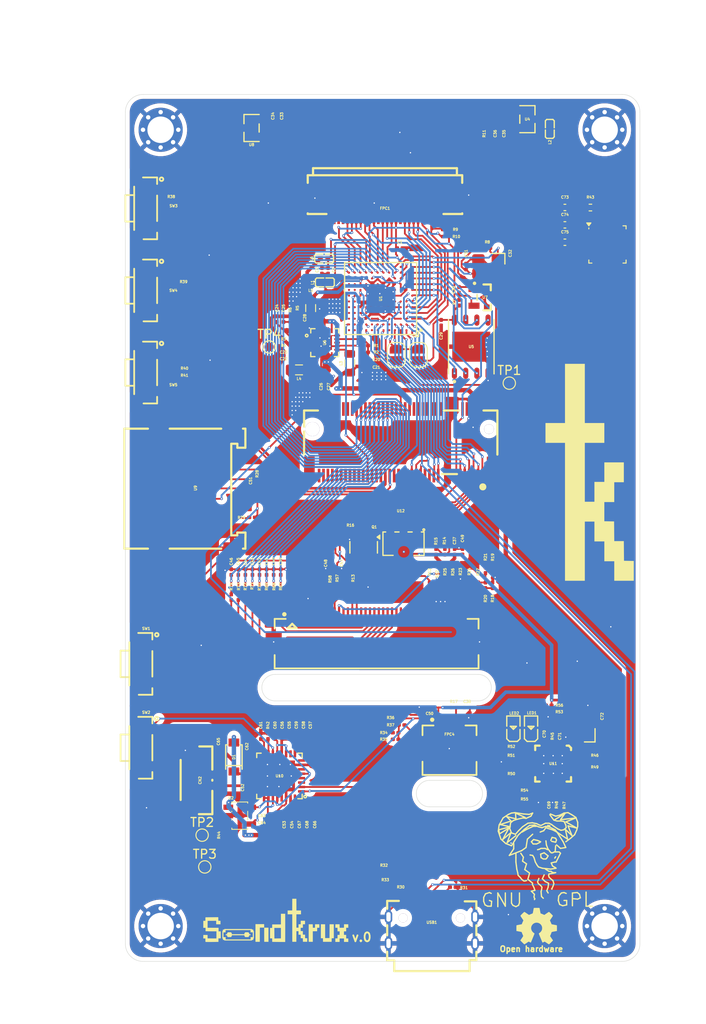
<source format=kicad_pcb>
(kicad_pcb (version 20241229) (generator "pcbnew") (generator_version "9.0")
  (layers (0 "F.Cu" signal) (2 "B.Cu" signal) (13 "F.Paste" user) (15 "B.Paste" user) (5 "F.SilkS" user "F.Silkscreen") (7 "B.SilkS" user "B.Silkscreen") (1 "F.Mask" user) (3 "B.Mask" user) (25 "Edge.Cuts" user))
  (net 0 "")
  (net 1 "/RST")
  (net 3 "Net-(U4-VIN)")
  (net 4 "/LCD_CS")
  (net 5 "/LCD_RST")
  (net 6 "/LCD_DC")
  (net 7 "/LCD_WR")
  (net 8 "GND")
  (net 9 "Net-(U6-SW3)")
  (net 10 "Net-(U6-SW1)")
  (net 11 "Net-(U6-FB2)")
  (net 12 "Net-(U6-SW2)")
  (net 13 "Net-(U6-FB3)")
  (net 14 "/CAPTOUCH_RST")
  (net 15 "/LCD_D0")
  (net 16 "/LCD_D1")
  (net 17 "/LCD_D2")
  (net 18 "/LCD_D3")
  (net 19 "/LCD_D4")
  (net 20 "/LCD_D5")
  (net 21 "/LCD_D6")
  (net 22 "/LCD_D7")
  (net 24 "Net-(FPC3-Pad33)")
  (net 28 "/IM1")
  (net 30 "/IM0")
  (net 36 "/VCC_1V83V3")
  (net 37 "/IM2")
  (net 45 "/FUNCTION2")
  (net 46 "/I2C_SCL")
  (net 47 "/I2C_SDA")
  (net 48 "Net-(Q1-C)")
  (net 49 "Net-(Q1-B)")
  (net 50 "Net-(Q2-G)")
  (net 51 "/LCD_BACKLIGHT")
  (net 52 "/VCC_6")
  (net 53 "/VCC_7")
  (net 54 "/SPI1_MOSI")
  (net 55 "Net-(U9-DAT0)")
  (net 57 "/SPI1_MISO")
  (net 58 "/SPI1_CS_TF")
  (net 60 "/CC1_2")
  (net 61 "/CC2_2")
  (net 62 "/U2TX")
  (net 63 "/U2RX")
  (net 64 "/IO17")
  (net 65 "/IO19")
  (net 66 "/KEY1")
  (net 67 "/KEY2")
  (net 68 "Net-(R40-Pad1)")
  (net 69 "/PWRON")
  (net 70 "/KEY3")
  (net 71 "/USB_D+")
  (net 72 "/USB_D-")
  (net 74 "/5V_USB")
  (net 76 "/VBAT")
  (net 77 "/VDD")
  (net 78 "/ADD_3V0")
  (net 79 "/IPSOUT")
  (net 80 "Net-(U10-VREF)")
  (net 81 "Net-(U10-VINT)")
  (net 82 "Net-(C63-Pad1)")
  (net 83 "/5V")
  (net 84 "Net-(U10-BIAS)")
  (net 85 "/ISET")
  (net 86 "/EXTEN")
  (net 88 "Net-(U10-LX1)")
  (net 90 "/AXP173_IRQ")
  (net 91 "/N_VBUSEN")
  (net 97 "/24M_OUT")
  (net 98 "/24M_IN")
  (net 99 "Net-(LED1-A)")
  (net 100 "/GD_PA0")
  (net 101 "Net-(LED2-A)")
  (net 102 "/GD_PA1")
  (net 103 "/GD_NRST")
  (net 104 "/GD_BOOT0")
  (net 105 "Net-(U11-PA12)")
  (net 106 "/USBDP_GD32")
  (net 107 "/USBDM_GD32")
  (net 108 "Net-(U11-PA11)")
  (net 109 "/USB_PUL")
  (net 110 "/GD_PB0")
  (net 111 "/BOOT0")
  (net 112 "/U1TX")
  (net 113 "/GD_PA3")
  (net 114 "/GD_PA2")
  (net 115 "/U1RX")
  (net 116 "/GD_PA6")
  (net 120 "/GD_SWDAT")
  (net 121 "/GD_PA5")
  (net 124 "/GD_SWCLK")
  (net 125 "/GD_PA4")
  (net 126 "/RES")
  (net 128 "/GD_PA7")
  (net 130 "/k210/0V9")
  (net 131 "/k210/Vadj")
  (net 132 "/k210/XIN")
  (net 133 "/k210/CMOS-DVDD")
  (net 134 "/k210/CMOS-AVDD")
  (net 135 "/3V3")
  (net 136 "/k210/DVP_VSYNC")
  (net 137 "/k210/DVP_D0")
  (net 138 "/k210/DVP_RST")
  (net 139 "/k210/DVP_SCL")
  (net 140 "/k210/DVP_D2")
  (net 141 "/k210/AFVCC")
  (net 142 "/k210/DVP_D3")
  (net 143 "/k210/AFGND")
  (net 144 "/k210/DVP_PCLK")
  (net 145 "/k210/DVP_D4")
  (net 146 "/k210/DVP_HSYNC")
  (net 147 "/k210/DVP_SDA")
  (net 148 "/k210/DVP_D1")
  (net 149 "/k210/DVP_PWDN")
  (net 150 "/k210/DVP_D5")
  (net 151 "/k210/DVP_D7")
  (net 152 "/k210/DVP_D6")
  (net 153 "/k210/DVP_XCLK")
  (net 154 "/k210/Vb")
  (net 155 "/k210/IO_19")
  (net 156 "/k210/IO_15")
  (net 157 "/k210/26M_OUT")
  (net 158 "/k210/F_D0")
  (net 159 "/k210/F_CS")
  (net 160 "/k210/IO_12")
  (net 161 "/k210/IO_24")
  (net 162 "/k210/IO_13")
  (net 163 "/k210/IO_9")
  (net 164 "/k210/IO_8")
  (net 165 "/k210/IO_31")
  (net 166 "/k210/XOUT")
  (net 167 "/k210/F_D1")
  (net 168 "/k210/F_CLK")
  (net 169 "/k210/IO_27")
  (net 170 "/k210/IO_10")
  (net 171 "/k210/IO_11")
  (net 172 "/k210/IO_25")
  (net 173 "/k210/IO_18")
  (net 174 "/k210/IO_30")
  (net 175 "/k210/IO_20")
  (net 176 "/k210/F_D2")
  (net 177 "/k210/IO_14")
  (net 178 "/k210/IO_21")
  (net 179 "/k210/IO_17")
  (net 180 "/k210/F_D3")
  (net 181 "/k210/IO_22")
  (net 182 "/k210/IO_7")
  (net 183 "VCC")
  (net 184 "/SPI_MISO")
  (net 186 "+3.3V")
  (net 187 "Net-(U1-VSSPLL)")
  (net 188 "Net-(U1-VDDPLL)")
  (net 216 "/I2S2_SDI")
  (net 217 "/PIN21")
  (net 218 "/I2S2_SDOD")
  (net 219 "/PIN23")
  (net 220 "/BOOT")
  (net 231 "/k210/1V8")
  (net 233 "/k210/IO_5")
  (net 234 "/k210/IO_4")
  (net 237 "Net-(FPC3-Pad24)")
  (net 238 "Net-(FPC3-Pad23)")
  (net 239 "Net-(FPC3-Pad19)")
  (net 240 "Net-(FPC3-Pad22)")
  (net 241 "Net-(FPC3-Pad17)")
  (net 242 "Net-(FPC3-Pad18)")
  (net 243 "Net-(FPC3-Pad20)")
  (net 244 "Net-(FPC3-Pad21)")
  (net 245 "Net-(FPC3-Pad11)")
  (net 246 "Net-(FPC3-Pad10)")
  (net 249 "unconnected-(U1-IO_0-PadK11)")
  (footprint "Jumper:SolderJumper-2_P1.3mm_Open_RoundedPad1.0x1.5mm" (layer "F.Cu") (at 110.9 118.2 90)
    (property "Reference" "JP2" (hide yes))
    (property "Value" "SolderJumper_2_Open" (hide yes))
  )
  (footprint "Capacitor_SMD:C_0201_0603Metric" (layer "F.Cu") (at 122.25 91.5 -90)
    (property "Reference" "C36" (hide yes))
    (property "Value" "10uF" (hide yes))
  )
  (footprint "Resistor_SMD:R_0201_0603Metric" (layer "F.Cu") (at 121.8 144.3 90)
    (property "Reference" "R18" (hide yes))
    (property "Value" "0R" (hide yes))
  )
  (footprint "easyeda2kicad:SOT-23-3_L3.0-W1.7-P0.95-LS2.9-BR" (layer "F.Cu") (at 94.5 92.5)
    (property "Reference" "U8" (hide yes))
    (property "Value" "XC6206P302MR_C347375" (hide yes))
  )
  (footprint "Capacitor_SMD:C_0201_0603Metric" (layer "F.Cu") (at 97.975427 161.375228 90)
    (property "Reference" "C56" (hide yes))
    (property "Value" "100nF" (hide yes))
  )
  (footprint "Capacitor_SMD:C_0201_0603Metric" (layer "F.Cu") (at 94.6 142.8 90)
    (property "Reference" "C43" (hide yes))
    (property "Value" "100pF" (hide yes))
  )
  (footprint "Capacitor_SMD:C_0201_0603Metric" (layer "F.Cu") (at 97.915 92.64375 90)
    (property "Reference" "C33" (hide yes))
    (property "Value" "10uF" (hide yes))
  )
  (footprint "Resistor_SMD:R_0201_0603Metric" (layer "F.Cu") (at 118 112.288125 90)
    (property "Reference" "R7" (hide yes))
    (property "Value" "12K" (hide yes))
  )
  (footprint "Capacitor_SMD:C_0201_0603Metric" (layer "F.Cu") (at 128.165 167.99375 -90)
    (property "Reference" "C69" (hide yes))
    (property "Value" "10uF" (hide yes))
  )
  (footprint "easyeda2kicad:TF-SMD_HX-TF-CARD-XG8P-H1.5" (layer "F.Cu") (at 88.149832 133.2875 -90)
    (property "Reference" "U9" (hide yes))
    (property "Value" "HX TF-CARD XG8P H1.5" (hide yes))
  )
  (footprint "Resistor_SMD:R_0201_0603Metric" (layer "F.Cu") (at 121.214375 106.1)
    (property "Reference" "R8" (hide yes))
    (property "Value" "1M" (hide yes))
  )
  (footprint "Resistor_SMD:R_0201_0603Metric" (layer "F.Cu") (at 132.165 163.56427 180)
    (property "Reference" "R46" (hide yes))
    (property "Value" "1.5K" (hide yes))
  )
  (footprint "Resistor_SMD:R_0201_0603Metric" (layer "F.Cu") (at 109.5 176.7)
    (property "Reference" "R32" (hide yes))
    (property "Value" "1.5K" (hide yes))
  )
  (footprint "Resistor_SMD:R_0201_0603Metric" (layer "F.Cu") (at 96.364018 161.39375 -90)
    (property "Reference" "R42" (hide yes))
    (property "Value" "200K" (hide yes))
  )
  (footprint "Capacitor_SMD:C_0201_0603Metric" (layer "F.Cu") (at 97 142.8 90)
    (property "Reference" "C40" (hide yes))
    (property "Value" "100pF" (hide yes))
  )
  (footprint "Capacitor_SMD:C_0402_1005Metric" (layer "F.Cu") (at 130 105.44)
    (property "Reference" "C75")
    (property "Value" "100n")
  )
  (footprint "Resistor_SMD:R_0201_0603Metric" (layer "F.Cu") (at 111.5 160.125)
    (property "Reference" "R37" (hide yes))
    (property "Value" "1.5K" (hide yes))
  )
  (footprint "easyeda2kicad:CONN-SMD_1.25T-2P" (layer "F.Cu") (at 88.665 166.39375 90)
    (property "Reference" "CN2" (hide yes))
    (property "Value" "1.25mm-2P socket" (hide yes))
  )
  (footprint "Resistor_SMD:R_0201_0603Metric" (layer "F.Cu") (at 109.645 178.34375)
    (property "Reference" "R33" (hide yes))
    (property "Value" "1.5K" (hide yes))
  )
  (footprint "Resistor_SMD:R_0201_0603Metric" (layer "F.Cu") (at 121.8 142.6 -90)
    (property "Reference" "R19" (hide yes))
    (property "Value" "NC" (hide yes))
  )
  (footprint "easyeda2kicad:SOT-23-5_L3.0-W1.7-P0.95-LS2.8-BR" (layer "F.Cu") (at 93.165 170.39375 180)
    (property "Reference" "U2" (hide yes))
    (property "Value" "MT9700" (hide yes))
  )
  (footprint "Capacitor_SMD:C_0201_0603Metric" (layer "F.Cu") (at 94.415 133.64375 90)
    (property "Reference" "C51" (hide yes))
    (property "Value" "10uF" (hide yes))
  )
  (footprint "TestPoint:TestPoint_Pad_D1.0mm" (layer "F.Cu") (at 89.2 176.2)
    (property "Reference" "TP3")
    (property "Value" "TestPoint_Small")
  )
  (footprint "Resistor_SMD:R_0201_0603Metric" (layer "F.Cu") (at 107.37625 117.89875)
    (property "Reference" "R2" (hide yes))
    (property "Value" "150k 1%" (hide yes))
  )
  (footprint "Resistor_SMD:R_0201_0603Metric" (layer "F.Cu") (at 126.665 168.49375)
    (property "Reference" "R55" (hide yes))
    (property "Value" "NC" (hide yes))
  )
  (footprint "PCM_JLCPCB:Hole, 3mm" (layer "F.Cu") (at 84.2 182.9)
    (property "Reference" "H3" (hide yes))
    (property "Value" "~" (hide yes))
  )
  (footprint "Capacitor_SMD:C_0201_0603Metric" (layer "F.Cu") (at 97.8 142.8 90)
    (property "Reference" "C39" (hide yes))
    (property "Value" "100pF" (hide yes))
  )
  (footprint "easyeda2kicad:SW-SMD_E-SWITCH_TL3330" (layer "F.Cu") (at 82.06 162.7 -90)
    (property "Reference" "SW2" (hide yes))
    (property "Value" "TL3330AF130QG" (hide yes))
  )
  (footprint "Capacitor_SMD:C_0201_0603Metric" (layer "F.Cu") (at 123.8 108.2 90)
    (property "Reference" "C32" (hide yes))
    (property "Value" "6pF" (hide yes))
  )
  (footprint "easyeda2kicad:QFN-20_L3.0-W3.0-P0.40-BL-EP1.7" (layer "F.Cu") (at 102.78625 116.81375 -90)
    (property "Reference" "U6" (hide yes))
    (property "Value" "TMI7003C" (hide yes))
  )
  (footprint "Capacitor_SMD:C_0201_0603Metric" (layer "F.Cu") (at 98.12625 114.14875 90)
    (property "Reference" "C25" (hide yes))
    (property "Value" "18pF" (hide yes))
  )
  (footprint "easyeda2kicad:L0402" (layer "F.Cu") (at 102.8 110 180)
    (property "Reference" "L1" (hide yes))
    (property "Value" "CBW100505U601T" (hide yes))
  )
  (footprint "Capacitor_SMD:C_0201_0603Metric" (layer "F.Cu") (at 94 163.75 90)
    (property "Reference" "C62" (hide yes))
    (property "Value" "1uF" (hide yes))
  )
  (footprint "easyeda2kicad:WSON-8_L6.0-W5.0-P1.27-BL-EP" (layer "F.Cu") (at 119.393125 117.269375)
    (property "Reference" "U5" (hide yes))
    (property "Value" "GD25LQ128EWIGR" (hide yes))
  )
  (footprint "Capacitor_SMD:C_0201_0603Metric" (layer "F.Cu") (at 103.237753 120.2925 90)
    (property "Reference" "C27" (hide yes))
    (property "Value" "22uF" (hide yes))
  )
  (footprint "easyeda2kicad:L0402" (layer "F.Cu") (at 128.3 92.6 -90)
    (property "Reference" "L2" (hide yes))
    (property "Value" "CBW100505U601T" (hide yes))
  )
  (footprint "Resistor_SMD:R_0201_0603Metric" (layer "F.Cu") (at 126.665 167.49375)
    (property "Reference" "R54" (hide yes))
    (property "Value" "10K" (hide yes))
  )
  (footprint "Capacitor_SMD:C_0201_0603Metric" (layer "F.Cu") (at 111.3 106.1)
    (property "Reference" "C1" (hide yes))
    (property "Value" "1uF" (hide yes))
  )
  (footprint "easyeda2kicad:L0402" (layer "F.Cu") (at 102.72 107.3 180)
    (property "Reference" "L6" (hide yes))
    (property "Value" "CBW100505U601T" (hide yes))
  )
  (footprint "Resistor_SMD:R_0201_0603Metric" (layer "F.Cu") (at 90.8 171.1 -90)
    (property "Reference" "R44" (hide yes))
    (property "Value" "10K" (hide yes))
  )
  (footprint "Capacitor_SMD:C_0201_0603Metric" (layer "F.Cu") (at 102.9 143.2 90)
    (property "Reference" "C48" (hide yes))
    (property "Value" "100pF" (hide yes))
  )
  (footprint "easyeda2kicad:PCIE-SMD_75P-P0.50_HYC01B-05NGFF-420" (layer "F.Cu") (at 111.4 128.1 180)
    (property "Reference" "U12")
    (property "Value" "PCIE-67P42H")
  )
  (footprint "easyeda2kicad:SandKrux" (layer "F.Cu") (at 97.25 182.25)
    (property "Reference" "G***" (hide yes))
    (property "Value" "LOGO" (hide yes))
  )
  (footprint "Jumper:SolderJumper-2_P1.3mm_Open_RoundedPad1.0x1.5mm" (layer "F.Cu") (at 113.4 118.2 -90)
    (property "Reference" "JP1" (hide yes))
    (property "Value" "SolderJumper_2_Open" (hide yes))
  )
  (footprint "Resistor_SMD:R_0201_0603Metric" (layer "F.Cu") (at 132.165 164.89375 180)
    (property "Reference" "R49" (hide yes))
    (property "Value" "1.5K" (hide yes))
  )
  (footprint "Capacitor_SMD:C_0201_0603Metric" (layer "F.Cu") (at 93 142.8 90)
    (property "Reference" "C45" (hide yes))
    (property "Value" "100pF" (hide yes))
  )
  (footprint "PCM_JLCPCB:Q_SOT-23" (layer "F.Cu") (at 107.2 140 -90)
    (property "Reference" "Q1" (hide yes))
    (property "Value" "S8050" (hide yes))
  )
  (footprint "easyeda2kicad:SOT-23-3_L3.0-W1.7-P0.95-LS2.9-BR" (layer "F.Cu") (at 125.75 91.5 180)
    (property "Reference" "U4" (hide yes))
    (property "Value" "XC6206P182MR_C347373" (hide yes))
  )
  (footprint "Resistor_SMD:R_0201_0603Metric" (layer "F.Cu") (at 112.6 178.5)
    (property "Reference" "R30" (hide yes))
    (property "Value" "5.1K" (hide yes))
  )
  (footprint "Symbol:Symbol_GNU-Logo_SilkscreenTop" (layer "F.Cu") (at 127.2 173.8)
    (property "Reference" "REF**" (hide yes))
    (property "Value" "Symbol_GNU-Logo_SilkscreenTop")
  )
  (footprint "Inductor_SMD:L_0805_2012Metric" (layer "F.Cu") (at 99.87625 119.89875)
    (property "Reference" "L4" (hide yes))
    (property "Value" "2.2uH" (hide yes))
  )
  (footprint "Resistor_SMD:R_0201_0603Metric" (layer "F.Cu") (at 85.4 119.72141)
    (property "Reference" "R40" (hide yes))
    (property "Value" "NC" (hide yes))
  )
  (footprint "Capacitor_SMD:C_0201_0603Metric" (layer "F.Cu") (at 90.75 163.5 -90)
    (property "Reference" "C65" (hide yes))
    (property "Value" "10uF" (hide yes))
  )
  (footprint "Capacitor_SMD:C_0201_0603Metric" (layer "F.Cu") (at 97.37625 114.14875 90)
    (property "Reference" "C24" (hide yes))
    (property "Value" "22uF" (hide yes))
  )
  (footprint "OLIMEX_Signs-FP:Sign_OSHW_7.3x6.0mmn" (layer "F.Cu") (at 126.8 183.6)
    (property "Reference" "Sign_OSHW_7.3x6.0mm" (hide yes))
    (property "Value" "Sign_OSHW_7.3x6.0mm" (hide yes))
  )
  (footprint "Resistor_SMD:R_0201_0603Metric" (layer "F.Cu") (at 119.165 144.292226 90)
    (property "Reference" "R24" (hide yes))
    (property "Value" "5.1K" (hide yes))
  )
  (footprint "Resistor_SMD:R_0201_0603Metric" (layer "F.Cu") (at 121 144.3 90)
    (property "Reference" "R20" (hide yes))
    (property "Value" "NC" (hide yes))
  )
  (footprint "Resistor_SMD:R_0201_0603Metric" (layer "F.Cu") (at 117.305858 144.292226 90)
    (property "Reference" "R26" (hide yes))
    (property "Value" "5.1K" (hide yes))
  )
  (footprint "Resistor_SMD:R_0201_0603Metric" (layer "F.Cu") (at 116.4 140.5 90)
    (property "Reference" "R14" (hide yes))
    (property "Value" "100R" (hide yes))
  )
  (footprint "easyeda2kicad:SW-SMD_E-SWITCH_TL3330" (layer "F.Cu") (at 82.6 120.2 -90)
    (property "Reference" "SW5" (hide yes))
    (property "Value" "TL3330AF130QG" (hide yes))
  )
  (footprint "TestPoint:TestPoint_Pad_D1.0mm" (layer "F.Cu") (at 88.9 172.6)
    (property "Reference" "TP2")
    (property "Value" "TestPoint_Small")
  )
  (footprint "Resistor_SMD:R_0402_1005Metric" (layer "F.Cu") (at 132.89 101.51)
    (property "Reference" "R43")
    (property "Value" "47k")
  )
  (footprint "easyeda2kicad:BGA-144_L8.0-W8.0-R12-C12-P0.65-BL" (layer "F.Cu") (at 109.12 111.82 90)
    (property "Reference" "U1" (hide yes))
    (property "Value" "K210_C913414" (hide yes))
  )
  (footprint "Capacitor_SMD:C_0201_0603Metric" (layer "F.Cu") (at 118 110.831875 -90)
    (property "Reference" "C30" (hide yes))
    (property "Value" "100nF" (hide yes))
  )
  (footprint "Resistor_SMD:R_0201_0603Metric" (layer "F.Cu") (at 117.415 158.14375)
    (property "Reference" "R17" (hide yes))
    (property "Value" "10K" (hide yes))
  )
  (footprint "Capacitor_SMD:C_0201_0603Metric" (layer "F.Cu") (at 134.22749 160.30823 -90)
    (property "Reference" "C72" (hide yes))
    (property "Value" "18pF" (hide yes))
  )
  (footprint "Capacitor_SMD:C_0201_0603Metric" (layer "F.Cu") (at 99.035254 170.209119 90)
    (property "Reference" "C54" (hide yes))
    (property "Value" "1nF" (hide yes))
  )
  (footprint "Resistor_SMD:R_0201_0603Metric" (layer "F.Cu") (at 121 91.5 -90)
    (property "Reference" "R11" (hide yes))
    (property "Value" "0R" (hide yes))
  )
  (footprint "Resistor_SMD:R_0201_0603Metric" (layer "F.Cu") (at 107.37625 117.14875 180)
    (property "Reference" "R1" (hide yes))
    (property "Value" "300k 1%" (hide yes))
  )
  (footprint "Resistor_SMD:R_0201_0603Metric" (layer "F.Cu") (at 110.82 161)
    (property "Reference" "R34" (hide yes))
    (property "Value" "1.5K" (hide yes))
  )
  (footprint "Resistor_SMD:R_0201_0603Metric" (layer "F.Cu") (at 94.559832 136.6075)
    (property "Reference" "R29" (hide yes))
    (property "Value" "10K" (hide yes))
  )
  (footprint "Capacitor_SMD:C_0201_0603Metric" (layer "F.Cu") (at 93.8 142.8 90)
    (property "Reference" "C44" (hide yes))
    (property "Value" "100pF" (hide yes))
  )
  (footprint "Capacitor_SMD:C_0201_0603Metric" (layer "F.Cu") (at 94.165 167.21375 90)
    (property "Reference" "C52" (hide yes))
    (property "Value" "22uF" (hide yes))
  )
  (footprint "Capacitor_SMD:C_0201_0603Metric" (layer "F.Cu") (at 96.668164 171.19687)
    (property "Reference" "C64" (hide yes))
    (property "Value" "22uF" (hide yes))
  )
  (footprint "Capacitor_SMD:C_0201_0603Metric" (layer "F.Cu") (at 115.978125 114.555625 -90)
    (property "Reference" "C29" (hide yes))
    (property "Value" "100nF" (hide yes))
  )
  (footprint "Capacitor_SMD:C_0201_0603Metric" (layer "F.Cu") (at 98.7765 161.370598 90)
    (property "Reference" "C55" (hide yes))
    (property "Value" "10uF" (hide yes))
  )
  (footprint "Capacitor_SMD:C_0201_0603Metric" (layer "F.Cu") (at 99.582205 161.365967 -90)
    (property "Reference" "C59" (hide yes))
    (property "Value" "22uF" (hide yes))
  )
  (footprint "Capacitor_SMD:C_0201_0603Metric" (layer "F.Cu") (at 98.165 170.21375 90)
    (property "Reference" "C53" (hide yes))
    (property "Value" "10uF" (hide yes))
  )
  (footprint "easyeda2kicad:LED0603-RD" (layer "F.Cu") (at 124.165 160.49375 90)
    (property "Reference" "LED2" (hide yes))
    (property "Value" "KT-0603R" (hide yes))
  )
  (footprint "Resistor_SMD:R_0201_0603Metric" (layer "F.Cu") (at 85.6 109.9 180)
    (property "Reference" "R39" (hide yes))
    (property "Value" "1.5K" (hide yes))
  )
  (footprint "Resistor_SMD:R_0201_0603Metric" (layer "F.Cu") (at 97 145.65 90)
    (property "Reference" "R68")
    (property "Value" "100R")
  )
  (footprint "Capacitor_SMD:C_0201_0603Metric" (layer "F.Cu") (at 129.415 160.14375 90)
    (property "Reference" "C71" (hide yes))
    (property "Value" "18pF" (hide yes))
  )
  (footprint "Resistor_SMD:R_0201_0603Metric" (layer "F.Cu") (at 99.37625 117.14875)
    (property "Reference" "R4" (hide yes))
    (property "Value" "680k 1%" (hide yes))
  )
  (footprint "easyeda2kicad:USB-C-SMD_HYCW412-USBC16-065B" (layer "F.Cu") (at 114.915 182.48)
    (property "Reference" "USB1" (hide yes))
    (property "Value" "HYCW412-USBC16-065B" (hide yes))
  )
  (footprint "easyeda2kicad:SOD-123_L2.7-W1.6-LS3.7-RD" (layer "F.Cu") (at 92.5 163.75 90)
    (property "Reference" "D1" (hide yes))
    (property "Value" "1N5819HW-7-F" (hide yes))
  )
  (footprint "Inductor_SMD:L_0805_2012Metric" (layer "F.Cu") (at 101.19625 112.89875 -90)
    (property "Reference" "L5" (hide yes))
    (property "Value" "2.2uH" (hide yes))
  )
  (footprint "Capacitor_SMD:C_0402_1005Metric" (layer "F.Cu") (at 130 101.5)
    (property "Reference" "C73")
    (property "Value" "100n")
  )
  (footprint "Resistor_SMD:R_0201_0603Metric" (layer "F.Cu") (at 98.87625 114.14875 -90)
    (property "Reference" "R6" (hide yes))
    (property "Value" "300k 1%" (hide yes))
  )
  (footprint "PCM_JLCPCB:CRYSTAL-SMD_4P-L3.2-W2.5-BL" (layer "F.Cu") (at 121.3 108.2 180)
    (property "Reference" "X1" (hide yes))
    (property "Value" "X322526MMB4SI" (hide yes))
  )
  (footprint "Resistor_SMD:R_0201_0603Metric" (layer "F.Cu") (at 92.2 145.645 90)
    (property "Reference" "R74")
    (property "Value" "100R")
  )
  (footprint "Capacitor_SMD:C_0201_0603Metric" (layer "F.Cu") (at 117.5 140.505 90)
    (property "Reference" "C37" (hide yes))
    (property "Value" "10uF" (hide yes))
  )
  (footprint "Capacitor_SMD:C_0201_0603Metric" (layer "F.Cu") (at 100.748533 170.199858 90)
    (property "Reference" "C68" (hide yes))
    (property "Value" "22uF" (hide yes))
  )
  (footprint "Resistor_SMD:R_0201_0603Metric" (layer "F.Cu") (at 103.4 144.7 90)
    (property "Reference" "R58")
    (property "Value" "100R")
  )
  (footprint "Resistor_SMD:R_0201_0603Metric" (layer "F.Cu") (at 116.5 104)
    (property "Reference" "R9" (hide yes))
    (property "Value" "2K" (hide yes))
  )
  (footprint "PCM_JLCPCB:Hole, 3mm" (layer "F.Cu") (at 134.5 92.7)
    (property "Reference" "H1" (hide yes))
    (property "Value" "~" (hide yes))
  )
  (footprint "Resistor_SMD:R_0201_0603Metric" (layer "F.Cu") (at 125.165 163.56427)
    (property "Reference" "R51" (hide yes))
    (property "Value" "22R" (hide yes))
  )
  (footprint "Capacitor_SMD:C_0201_0603Metric" (layer "F.Cu") (at 101.628325 170.199858 90)
    (property "Reference" "C66" (hide yes))
    (property "Value" "22uF" (hide yes))
  )
  (footprint "Resistor_SMD:R_0201_0603Metric" (layer "F.Cu") (at 117.3 178.5 180)
    (property "Reference" "R31" (hide yes))
    (property "Value" "5.1K" (hide yes))
  )
  (footprint "TestPoint:TestPoint_Pad_D1.0mm" (layer "F.Cu") (at 96.5 117.3)
    (property "Reference" "TP4")
    (property "Value" "TestPoint_Small")
  )
  (footprint "Capacitor_SMD:C_0201_0603Metric" (layer "F.Cu") (at 114.665 158.14375 180)
    (property "Reference" "C50" (hide yes))
    (property "Value" "10uF" (hide yes))
  )
  (footprint "Capacitor_SMD:C_0201_0603Metric" (layer "F.Cu") (at 123.25 91.5 -90)
    (property "Reference" "C35" (hide yes))
    (property "Value" "22uF" (hide yes))
  )
  (footprint "easyeda2kicad:SOT-23-3_L2.9-W1.5-P1.90-LS2.6-BR" (layer "F.Cu") (at 120.95 111.681875 180)
    (property "Reference" "U7" (hide yes))
    (property "Value" "SGM803-TXN3/TR_C5152602" (hide yes))
  )
  (footprint "Capacitor_SMD:C_0201_0603Metric" (layer "F.Cu") (at 92.2 142.8 90)
    (property "Reference" "C46" (hide yes))
    (property "Value" "100pF" (hide yes))
  )
  (footprint "Capacitor_SMD:C_0201_0603Metric" (layer "F.Cu") (at 118.8 108.2 90)
    (property "Reference" "C31" (hide yes))
    (property "Value" "6pF" (hide yes))
  )
  (footprint "Resistor_SMD:R_0201_0603Metric" (layer "F.Cu") (at 121 142.6 -90)
    (property "Reference" "R21" (hide yes))
    (property "Value" "0R" (hide yes))
  )
  (footprint "Resistor_SMD:R_0201_0603Metric" (layer "F.Cu") (at 111.5 159.3)
    (property "Reference" "R36" (hide yes))
    (property "Value" "1.5K" (hide yes))
  )
  (footprint "Capacitor_SMD:C_0201_0603Metric" (layer "F.Cu") (at 118.4 140.5 90)
    (property "Reference" "C49" (hide yes))
    (property "Value" "100nF" (hide yes))
  )
  (footprint "Resistor_SMD:R_0201_0603Metric" (layer "F.Cu") (at 85.4 120.52141)
    (property "Reference" "R41" (hide yes))
    (property "Value" "0R" (hide yes))
  )
  (footprint "Resistor_SMD:R_0201_0603Metric" (layer "F.Cu") (at 85.4 99.6 180)
    (property "Reference" "R38" (hide yes))
    (property "Value" "1.5K" (hide yes))
  )
  (footprint "Resistor_SMD:R_0201_0603Metric" (layer "F.Cu") (at 106 144.7 90)
    (property "Reference" "R13" (hide yes))
    (property "Value" "100R" (hide yes))
  )
  (footprint "Resistor_SMD:R_0201_0603Metric" (layer "F.Cu") (at 116.419834 144.273767 90)
    (property "Reference" "R25" (hide yes))
    (property "Value" "5.1K" (hide yes))
  )
  (footprint "easyeda2kicad:FPC-SMD_FH12-40S-0.5SH-55" (layer "F.Cu") (at 108.665 149.08375 180)
    (property "Reference" "FPC3" (hide yes))
    (property "Value" "FH12-40S-0.5SH(55)" (hide yes))
  )
  (footprint "Resistor_SMD:R_0201_0603Metric" (layer "F.Cu") (at 114.665 144.30625 90)
    (property "Reference" "R12" (hide yes))
    (property "Value" "5.1R" (hide yes))
  )
  (footprint "Resistor_SMD:R_0201_0603Metric" (layer "F.Cu") (at 93 145.645 90)
    (property "Reference" "R73")
    (property "Value" "100R")
  )
  (footprint "Resistor_SMD:R_0201_0603Metric" (layer "F.Cu") (at 128.56751 160.14375 -90)
    (property "Reference" "R45" (hide yes))
    (property "Value" "1.5" (hide yes))
  )
  (footprint "Resistor_SMD:R_0201_0603Metric" (layer "F.Cu") (at 128.165 158.64375)
    (property "Reference" "R53" (hide yes))
    (property "Value" "5.1K" (hide yes))
  )
  (footprint "Capacitor_SMD:C_0201_0603Metric" (layer "F.Cu") (at 99.887263 170.199858 90)
    (property "Reference" "C67" (hide yes))
    (property "Value" "22uF" (hide yes))
  )
  (footprint "Resistor_SMD:R_0201_0603Metric" (layer "F.Cu") (at 128.165 157.89375)
    (property "Reference" "R56" (hide yes))
    (property "Value" "5.1K" (hide yes))
  )
  (footprint "easyeda2kicad:FPC-SMD_FH12-6S-0.5SH-55" (layer "F.Cu") (at 116.915 161.17875 180)
    (property "Reference" "FPC4" (hide yes))
    (property "Value" "FH12-6S-0.5SH(55)" (hide yes))
  )
  (footprint "Capacitor_SMD:C_0201_0603Metric" (layer "F.Cu") (at 100.39254 161.365967 -90)
    (property "Reference" "C58" (hide yes))
    (property "Value" "10uF" (hide yes))
  )
  (footprint "Capacitor_SMD:C_0402_1005Metric" (layer "F.Cu") (at 130 103.47)
    (property "Reference" "C74")
    (property "Value" "100n")
  )
  (footprint "Capacitor_SMD:C_0201_0603Metric" (layer "F.Cu") (at 101.165 161.379859 -90)
    (property "Reference" "C57" (hide yes))
    (property "Value" "22uF" (hide yes))
  )
  (footprint "Capacitor_SMD:C_0201_0603Metric" (layer "F.Cu") (at 96.915 92.64375 90)
    (property "Reference" "C34" (hide yes))
    (property "Value" "100nF" (hide yes))
  )
  (footprint "Capacitor_SMD:C_0201_0603Metric" (layer "F.Cu") (at 96.665 170.39375)
    (property "Reference" "C63" (hide yes))
    (property "Value" "220nF" (hide yes))
  )
  (footprint "Resistor_SMD:R_0201_0603Metric" (layer "F.Cu") (at 104.2 144.7 90)
    (property "Reference" "R57")
    (property "Value" "100R")
  )
  (footprint "PCM_JLCPCB:Hole, 3mm" (layer "F.Cu") (at 134.5 182.9)
    (property "Reference" "H4" (hide yes))
    (property "Value" "~" (hide yes))
  )
  (footprint "Capacitor_SMD:C_0201_0603Metric" (layer "F.Cu") (at 99.37625 118.64875 180)
    (property "Reference" "C22" (hide yes))
    (property "Value" "22uF" (hide yes))
  )
  (footprint "Capacitor_SMD:C_0201_0603Metric" (layer "F.Cu") (at 102.47 108.68 90)
    (property "Reference" "C3" (hide yes))
    (property "Value" "10uF" (hide yes))
  )
  (footprint "Capacitor_SMD:C_0201_0603Metric" (layer "F.Cu") (at 96.2 142.8 90)
    (property "Reference" "C41" (hide yes))
    (property "Value" "100pF" (hide yes))
  )
  (footprint "Capacitor_SMD:C_0201_0603Metric" (layer "F.Cu") (at 103.17 108.68 90)
    (property "Reference" "C2" (hide yes))
    (property "Value" "100nF" (hide yes))
  )
  (footprint "PCM_JLCPCB:CRYSTAL-SMD_4P-L3.2-W2.5-BL" (layer "F.Cu") (at 131.915 160.14375 90)
    (property "Reference" "X2" (hide yes))
    (property "Value" "X322526MMB4SI" (hide yes))
  )
  (footprint "easyeda2kicad:SW-SMD_E-SWITCH_TL3330" (layer "F.Cu") (at 82.06 153.2 -90)
    (property "Reference" "SW1" (hide yes))
    (property "Value" "TL3330AF130QG" (hide yes))
  )
  (footprint "Capacitor_SMD:C_0201_0603Metric" (layer "F.Cu") (at 102.37625 120.2925 90)
    (property "Reference" "C26" (hide yes))
    (property "Value" "22uF" (hide yes))
  )
  (footprint "Resistor_SMD:R_0201_0603Metric" (layer "F.Cu") (at 93.8 145.645 90)
    (property "Reference" "R72")
    (property "Value" "100R")
  )
  (footprint "Capacitor_SMD:C_0201_0603Metric" (layer "F.Cu") (at 104.7 143.2 90)
    (property "Reference" "C47" (hide yes))
    (property "Value" "100pF" (hide yes))
  )
  (footprint "Capacitor_SMD:C_0201_0603Metric" (layer "F.Cu") (at 127.56751 159.89375 90)
    (property "Reference" "C70" (hide yes))
    (property "Value" "10uF" (hide yes))
  )
  (footprint "Capacitor_SMD:C_0201_0603Metric" (layer "F.Cu") (at 102.62625 113.89875 -90)
    (property "Reference" "C28" (hide yes))
    (property "Value" "22uF" (hide yes))
  )
  (footprint "PCM_JLCPCB:Hole, 3mm" (layer "F.Cu") (at 84.2 92.7)
    (property "Reference" "H2" (hide yes))
    (property "Value" "~" (hide yes))
  )
  (footprint "Resistor_SMD:R_0201_0603Metric" (layer "F.Cu") (at 95.4 145.65 90)
    (property "Reference" "R70")
    (property "Value" "100R")
  )
  (footprint "Inductor_SMD:L_0805_2012Metric" (layer "F.Cu") (at 105.62625 119.14875 90)
    (property "Reference" "L3" (hide yes))
    (property "Value" "2.2uH" (hide yes))
  )
  (footprint "Capacitor_SMD:C_0201_0603Metric" (layer "F.Cu") (at 107.37625 119.510253 180)
    (property "Reference" "C21" (hide yes))
    (property "Value" "22uF" (hide yes))
  )
  (footprint "Resistor_SMD:R_0201_0603Metric" (layer "F.Cu") (at 125.165 165.64375)
    (property "Reference" "R50" (hide yes))
    (property "Value" "22R" (hide yes))
  )
  (footprint "Resistor_SMD:R_0201_0603Metric" (layer "F.Cu") (at 118.165 144.292226 90)
    (property "Reference" "R23" (hide yes))
    (property "Value" "NC" (hide yes))
  )
  (footprint "TestPoint:TestPoint_Pad_D1.0mm" (layer "F.Cu") (at 123.7 121.4)
    (property "Reference" "TP1")
    (property "Value" "TestPoint_Small")
  )
  (footprint "Resistor_SMD:R_0201_0603Metric" (layer "F.Cu") (at 99.37625 116.39875 180)
    (property "Reference" "R3" (hide yes))
    (property "Value" "150k 1%" (hide yes))
  )
  (footprint "Resistor_SMD:R_0201_0603Metric" (layer "F.Cu") (at 94.6 145.645 90)
    (property "Reference" "R71")
    (property "Value" "100R")
  )
  (footprint "Resistor_SMD:R_0201_0603Metric" (layer "F.Cu") (at 125.165 162.56427)
    (property "Reference" "R52" (hide yes))
    (property "Value" "22R" (hide yes))
  )
  (footprint "easyeda2kicad:QFN-32-1EP_4x4mm_P0.4mm_EP2.65x2.65mm" (layer "F.Cu") (at 134.82 105.69)
    (property "Reference" "IC1" (hide yes))
    (property "Value" "TROPIC01_chip")
  )
  (footprint "Resistor_SMD:R_0201_0603Metric" (layer "F.Cu") (at 129.06751 167.99375 -90)
    (property "Reference" "R48" (hide yes))
    (property "Value" "22R" (hide yes))
  )
  (footprint "easyeda2kicad:LED0603-RD" (layer "F.Cu") (at 126.165 160.49375 90)
    (property "Reference" "LED1" (hide yes))
    (property "Value" "KT-0603R" (hide yes))
  )
  (footprint "Capacitor_SMD:C_0201_0603Metric" (layer "F.Cu") (at 95.549053 161.389119 90)
    (property "Reference" "C61" (hide yes))
    (property "Value" "220uF" (hide yes))
  )
  (footprint "Resistor_SMD:R_0201_0603Metric" (layer "F.Cu") (at 115.4 140.505 -90)
    (property "Reference" "R15" (hide yes))
    (property "Value" "10K" (hide yes))
  )
  (footprint "Capacitor_SMD:C_0201_0603Metric" (layer "F.Cu") (at 118.915 158.14375)
    (property "Reference" "C38" (hide yes))
    (property "Value" "100nF" (hide yes))
  )
  (footprint "easyeda2kicad:WQFN-28_L4.0-W4.0-P0.40-BL-EP" (layer "F.Cu") (at 128.665 164.49375 180)
    (property "Reference" "U11" (hide yes))
    (property "Value" "GD32F150G8U6" (hide yes))
  )
  (footprint "Resistor_SMD:R_0201_0603Metric" (layer "F.Cu") (at 129.915 167.99375 -90)
    (property "Reference" "R47" (hide yes))
    (property "Value" "22R" (hide yes))
  )
  (footprint "PCM_JLCPCB:Q_SOT-89" (layer "F.Cu") (at 111.715 139.00875 90)
    (property "Reference" "Q2" (hide yes))
    (property "Value" "SI2301CDS-T1-GE3" (hide yes))
  )
  (footprint "Resistor_SMD:R_0201_0603Metric" (layer "F.Cu") (at 99.69625 114.14875 90)
    (property "Reference" "R5" (hide yes))
    (property "Value" "150k 1%" (hide yes))
  )
  (footprint "Capacitor_SMD:C_0201_0603Metric" (layer "F.Cu") (at 97.165 161.379859 90)
    (property "Reference" "C60" (hide yes))
    (property "Value" "1uF" (hide yes))
  )
  (footprint "Capacitor_SMD:C_0201_0603Metric" (layer "F.Cu") (at 99.37625 117.89875 180)
    (property "Reference" "C23" (hide yes))
    (property "Value" "18pF" (hide yes))
  )
  (footprint "easyeda2kicad:SW-SMD_E-SWITCH_TL3330" (layer "F.Cu") (at 82.6 110.9 -90)
    (property "Reference" "SW4" (hide yes))
    (property "Value" "TL3330AF130QG" (hide yes))
  )
  (footprint "Resistor_SMD:R_0201_0603Metric" (layer "F.Cu") (at 107.2 137.5)
    (property "Reference" "R16" (hide yes))
    (property "Value" "10K" (hide yes))
  )
  (footprint "Resistor_SMD:R_0201_0603Metric" (layer "F.Cu") (at 97.8 145.645 90)
    (property "Reference" "R67")
    (property "Value" "100R")
  )
  (footprint "Resistor_SMD:R_0201_0603Metric" (layer "F.Cu") (at 95.165 132.89375 -90)
    (property "Reference" "R28" (hide yes))
    (property "Value" "10K" (hide yes))
  )
  (footprint "Resistor_SMD:R_0201_0603Metric" (layer "F.Cu") (at 116.5 104.8)
    (property "Reference" "R10" (hide yes))
    (property "Value" "2K" (hide yes))
  )
  (footprint "Capacitor_SMD:C_0201_0603Metric" (layer "F.Cu") (at 95.4 142.8 90)
    (property "Reference" "C42" (hide yes))
    (property "Value" "100pF" (hide yes))
  )
  (footprint "Capacitor_SMD:C_0201_0603Metric" (layer "F.Cu") (at 107.37625 118.64875 180)
    (property "Reference" "C20" (hide yes))
    (property "Value" "18pF" (hide yes))
  )
  (footprint "Resistor_SMD:R_0201_0603Metric" (layer "F.Cu") (at 110.82 161.75)
    (property "Reference" "R35" (hide yes))
    (property "Value" "1.5K" (hide yes))
  )
  (footprint "easyeda2kicad:Krux_logo" (layer "F.Cu") (at 132.8 131.5)
    (property "Reference" "G***" (hide yes))
    (property "Value" "LOGO" (hide yes))
  )
  (footprint "easyeda2kicad:FPC-SMD_05A20L26P" (layer "F.Cu") (at 109.615 101.6 180)
    (property "Reference" "FPC1" (hide yes))
    (property "Value" "05A20L26P" (hide yes))
  )
  (footprint "Resistor_SMD:R_0201_0603Metric" (layer "F.Cu") (at 115.533809 144.273767 90)
    (property "Reference" "R22" (hide yes))
    (property "Value" "NC" (hide yes))
  )
  (footprint "Resistor_SMD:R_0201_0603Metric" (layer "F.Cu") (at 96.2 145.65 90)
    (property "Reference" "R69")
    (property "Value" "100R")
  )
  (footprint "easyeda2kicad:QFN-32_L5.0-W5.0-P0.50-TL-EP3.5-1" (layer "F.Cu") (at 97.665 165.89375 180)
    (property "Reference" "U10" (hide yes))
    (property "Value" "AXP173_C3345106" (hide yes))
  )
  (footprint "easyeda2kicad:SW-SMD_E-SWITCH_TL3330" (layer "F.Cu") (at 82.6 101.6 -90)
    (property "Reference" "SW3" (hide yes))
    (property "Value" "TL3330AF130QG" (hide yes))
  )
  (footprint "Resistor_SMD:R_0201_0603Metric" (layer "F.Cu") (at 120.165 144.292226 90)
    (property "Reference" "R27" (hide yes))
    (property "Value" "NC" (hide yes))
  )
  (gr_line (start 120.165 157.39375) (end 97.165 157.39375) (stroke (width 0.05)) (layer "Edge.Cuts"))
  (gr_arc (start 120.165 154.39375) (mid 121.665 155.89375) (end 120.165 157.39375) (stroke (width 0.05)) (layer "Edge.Cuts"))
  (gr_line (start 114.665 166.39375) (end 119.165 166.39375) (stroke (width 0.05)) (layer "Edge.Cuts"))
  (gr_line (start 82.2 88.7) (end 136.5 88.7) (stroke (width 0.05)) (layer "Edge.Cuts"))
  (gr_arc (start 136.5 88.7) (mid 137.914214 89.285786) (end 138.5 90.7) (stroke (width 0.05)) (layer "Edge.Cuts"))
  (gr_line (start 119.165 169.39375) (end 114.665 169.39375) (stroke (width 0.05)) (layer "Edge.Cuts"))
  (gr_arc (start 114.665 169.39375) (mid 113.165 167.89375) (end 114.665 166.39375) (stroke (width 0.05)) (layer "Edge.Cuts"))
  (gr_arc (start 82.2 186.900016) (mid 80.785786 186.31423) (end 80.2 184.900016) (stroke (width 0.05)) (layer "Edge.Cuts"))
  (gr_line (start 138.5 90.7) (end 138.5 184.9) (stroke (width 0.05)) (layer "Edge.Cuts"))
  (gr_line (start 80.2 184.9) (end 80.2 90.7) (stroke (width 0.05)) (layer "Edge.Cuts"))
  (gr_arc (start 97.165 157.39375) (mid 95.665 155.89375) (end 97.165 154.39375) (stroke (width 0.05)) (layer "Edge.Cuts"))
  (gr_line (start 82.199986 186.9) (end 136.5 186.9) (stroke (width 0.05)) (layer "Edge.Cuts"))
  (gr_arc (start 138.5 184.9) (mid 137.914214 186.314214) (end 136.5 186.9) (stroke (width 0.05)) (layer "Edge.Cuts"))
  (gr_arc (start 119.165 166.39375) (mid 120.665 167.89375) (end 119.165 169.39375) (stroke (width 0.05)) (layer "Edge.Cuts"))
  (gr_line (start 97.165 154.39375) (end 120.165 154.39375) (stroke (width 0.05)) (layer "Edge.Cuts"))
  (gr_arc (start 80.2 90.7) (mid 80.785786 89.285786) (end 82.2 88.7) (stroke (width 0.05)) (layer "Edge.Cuts"))
  (gr_text "v.0\n" (at 105.75 184.75 0) (layer "F.SilkS") (effects (font (size 1 1) (thickness 0.2) (bold yes)) (justify left bottom)))
  (segment (start 116.121 134.579) (end 105.999938 134.579) (width 0.2) (layer "F.Cu") (net 1))
  (segment (start 90.79 141.5) (end 82.9 149.39) (width 0.2) (layer "F.Cu") (net 1))
  (segment (start 117.7 126) (end 117.7 132.999) (width 0.2) (layer "F.Cu") (net 1))
  (segment (start 119.1 111.5) (end 118 111.5) (width 0.2) (layer "F.Cu") (net 1))
  (segment (start 116.2 134.5) (end 116.121 134.579) (width 0.2) (layer "F.Cu") (net 1))
  (segment (start 99.078938 141.5) (end 90.79 141.5) (width 0.2) (layer "F.Cu") (net 1))
  (segment (start 118 111.5) (end 118 111.151875) (width 0.2) (layer "F.Cu") (net 1))
  (segment (start 119.4 111.8) (end 119.4 112.331875) (width 0.2) (layer "F.Cu") (net 1))
  (segment (start 105.999938 134.579) (end 99.078938 141.5) (width 0.2) (layer "F.Cu") (net 1))
  (segment (start 118.4 125.3) (end 117.7 126) (width 0.2) (layer "F.Cu") (net 1))
  (segment (start 119.4 112.331875) (end 119.7 112.631875) (width 0.2) (layer "F.Cu") (net 1))
  (segment (start 118 111.968125) (end 118 111.5) (width 0.2) (layer "F.Cu") (net 1))
  (segment (start 118.4 125.3) (end 118.4 124.33) (width 0.2) (layer "F.Cu") (net 1))
  (segment (start 115.15 108.24) (end 112.7 108.24) (width 0.2) (layer "F.Cu") (net 1))
  (segment (start 116.2 134.499) (end 116.2 134.5) (width 0.2) (layer "F.Cu") (net 1))
  (segment (start 117.7 132.999) (end 116.2 134.499) (width 0.2) (layer "F.Cu") (net 1))
  (segment (start 119.1 111.5) (end 119.4 111.8) (width 0.2) (layer "F.Cu") (net 1))
  (segment (start 82.9 149.39) (end 82.9 151.1) (width 0.2) (layer "F.Cu") (net 1))
  (via (at 119.4 111.8) (size 0.3) (drill 0.15) (layers "F.Cu" "B.Cu") (net 1))
  (via (at 115.15 108.24) (size 0.3) (drill 0.15) (layers "F.Cu" "B.Cu") (net 1))
  (via (at 118.4 125.3) (size 0.3) (drill 0.15) (layers "F.Cu" "B.Cu") (net 1))
  (segment (start 120.3 111.8) (end 119.4 111.8) (width 0.2) (layer "B.Cu") (net 1))
  (segment (start 121.744125 114.822975) (end 121.744125 113.244125) (width 0.2) (layer "B.Cu") (net 1))
  (segment (start 118.4 125.3) (end 118.4 122.7) (width 0.2) (layer "B.Cu") (net 1))
  (segment (start 120.5 120.6) (end 120.5 116.0671) (width 0.2) (layer "B.Cu") (net 1))
  (segment (start 121.744125 113.244125) (end 120.3 111.8) (width 0.2) (layer "B.Cu") (net 1))
  (segment (start 115.74 108.24) (end 115.15 108.24) (width 0.2) (layer "B.Cu") (net 1))
  (segment (start 119.4 111.8) (end 119.3 111.8) (width 0.2) (layer "B.Cu") (net 1))
  (segment (start 120.5 116.0671) (end 121.744125 114.822975) (width 0.2) (layer "B.Cu") (net 1))
  (segment (start 115.21 108.3) (end 115.15 108.24) (width 0.2) (layer "B.Cu") (net 1))
  (segment (start 119.3 111.8) (end 115.74 108.24) (width 0.2) (layer "B.Cu") (net 1))
  (segment (start 118.4 122.7) (end 120.5 120.6) (width 0.2) (layer "B.Cu") (net 1))
  (segment (start 126.85 91.5) (end 127.52 92.17) (width 0.2) (layer "F.Cu") (net 3))
  (segment (start 127.52 92.17) (end 128.25 92.17) (width 0.2) (layer "F.Cu") (net 3))
  (segment (start 112.6 116.4) (end 112.05 115.85) (width 0.2) (layer "F.Cu") (net 4))
  (segment (start 102.3 145.7) (end 102.915 146.315) (width 0.2) (layer "F.Cu") (net 4))
  (segment (start 112.05 115.85) (end 112.05 115.4) (width 0.2) (layer "F.Cu") (net 4))
  (segment (start 102.915 146.315) (end 102.915 147.45375) (width 0.2) (layer "F.Cu") (net 4))
  (segment (start 106.132898 134.9) (end 102.3 138.7329) (width 0.2) (layer "F.Cu") (net 4))
  (segment (start 119.15 130.15) (end 119.15 131.87) (width 0.2) (layer "F.Cu") (net 4))
  (segment (start 119.15 133.288114) (end 117.538114 134.9) (width 0.2) (layer "F.Cu") (net 4))
  (segment (start 118.970344 129.970344) (end 119.15 130.15) (width 0.2) (layer "F.Cu") (net 4))
  (segment (start 102.3 138.7329) (end 102.3 145.7) (width 0.2) (layer "F.Cu") (net 4))
  (segment (start 119.15 131.87) (end 119.15 133.288114) (width 0.2) (layer "F.Cu") (net 4))
  (segment (start 117.538114 134.9) (end 106.132898 134.9) (width 0.2) (layer "F.Cu") (net 4))
  (via (at 118.970344 129.970344) (size 0.3) (drill 0.15) (layers "F.Cu" "B.Cu") (net 4))
  (via (at 112.6 116.4) (size 0.3) (drill 0.15) (layers "F.Cu" "B.Cu") (net 4))
  (segment (start 116.607924 129.5) (end 115.804059 128.696135) (width 0.2) (layer "B.Cu") (net 4))
  (segment (start 118.570711 129.5) (end 116.607924 129.5) (width 0.2) (layer "B.Cu") (net 4))
  (segment (start 118.835104 129.765807) (end 118.835104 129.764393) (width 0.2) (layer "B.Cu") (net 4))
  (segment (start 115.804059 128.696135) (end 115.804059 121.84452) (width 0.2) (layer "B.Cu") (net 4))
  (segment (start 115.804059 121.84452) (end 115 121.040465) (width 0.2) (layer "B.Cu") (net 4))
  (segment (start 115 121.040465) (end 112.6 118.640465) (width 0.2) (layer "B.Cu") (net 4))
  (segment (start 119 129.930703) (end 118.835104 129.765807) (width 0.2) (layer "B.Cu") (net 4))
  (segment (start 118.970344 129.970344) (end 119 129.940688) (width 0.2) (layer "B.Cu") (net 4))
  (segment (start 118.835104 129.764393) (end 118.570711 129.5) (width 0.2) (layer "B.Cu") (net 4))
  (segment (start 112.6 118.640465) (end 112.6 116.4) (width 0.2) (layer "B.Cu") (net 4))
  (segment (start 119 129.940688) (end 119 129.930703) (width 0.2) (layer "B.Cu") (net 4))
  (segment (start 105.499 144.67887) (end 105.73113 144.911) (width 0.2) (layer "F.Cu") (net 5))
  (segment (start 105.73113 144.911) (end 106 144.911) (width 0.2) (layer "F.Cu") (net 5))
  (segment (start 104 140.637811) (end 104.313189 140.951) (width 0.2) (layer "F.Cu") (net 5))
  (segment (start 120.2 130.6) (end 120.2 131.82) (width 0.2) (layer "F.Cu") (net 5))
  (segment (start 120.15 131.87) (end 120.15 133.196038) (width 0.2) (layer "F.Cu") (net 5))
  (segment (start 105.499 144.08113) (end 105.499 144.67887) (width 0.2) (layer "F.Cu") (net 5))
  (segment (start 105.5 144.08013) (end 105.499 144.08113) (width 0.2) (layer "F.Cu") (net 5))
  (segment (start 112.7 115.829176) (end 112.7 115.4) (width 0.2) (layer "F.Cu") (net 5))
  (segment (start 103.999 140.199) (end 104 140.2) (width 0.2) (layer "F.Cu") (net 5))
  (segment (start 117.804038 135.542) (end 106.398824 135.542) (width 0.2) (layer "F.Cu") (net 5))
  (segment (start 105.915 147.45375) (end 105.915 145.105) (width 0.2) (layer "F.Cu") (net 5))
  (segment (start 104 140.2) (end 104 140.637811) (width 0.2) (layer "F.Cu") (net 5))
  (segment (start 105.915 145.105) (end 106 145.02) (width 0.2) (layer "F.Cu") (net 5))
  (segment (start 103.999 137.941824) (end 103.999 140.199) (width 0.2) (layer "F.Cu") (net 5))
  (segment (start 120.15 133.196038) (end 117.804038 135.542) (width 0.2) (layer "F.Cu") (net 5))
  (segment (start 104.313189 140.951) (end 104.651 140.951) (width 0.2) (layer "F.Cu") (net 5))
  (segment (start 106 144.911) (end 106 145.02) (width 0.2) (layer "F.Cu") (net 5))
  (segment (start 106.398824 135.542) (end 103.999 137.941824) (width 0.2) (layer "F.Cu") (net 5))
  (segment (start 120.2 131.82) (end 120.15 131.87) (width 0.2) (layer "F.Cu") (net 5))
  (segment (start 105.5 141.8) (end 105.5 144.08013) (width 0.2) (layer "F.Cu") (net 5))
  (segment (start 113.047216 116.176392) (end 112.7 115.829176) (width 0.2) (layer "F.Cu") (net 5))
  (segment (start 104.651 140.951) (end 105.5 141.8) (width 0.2) (layer "F.Cu") (net 5))
  (via (at 113.047216 116.176392) (size 0.3) (drill 0.15) (layers "F.Cu" "B.Cu") (net 5))
  (via (at 120.2 130.6) (size 0.3) (drill 0.15) (layers "F.Cu" "B.Cu") (net 5))
  (segment (start 119.236104 129.599707) (end 120.2 130.563603) (width 0.2) (layer "B.Cu") (net 5))
  (segment (start 113.047216 116.590595) (end 113.047216 118.633719) (width 0.2) (layer "B.Cu") (net 5))
  (segment (start 113.051 116.213189) (end 113.051 116.586811) (width 0.2) (layer "B.Cu") (net 5))
  (segment (start 116.660886 129.099) (end 118.736811 129.099) (width 0.2) (layer "B.Cu") (net 5))
  (segment (start 120.2 130.563603) (end 120.2 130.6) (width 0.2) (layer "B.Cu") (net 5))
  (segment (start 118.736811 129.099) (end 119.236104 129.598293) (width 0.2) (layer "B.Cu") (net 5))
  (segment (start 116.125059 128.563173) (end 116.660886 129.099) (width 0.2) (layer "B.Cu") (net 5))
  (segment (start 113.051 116.586811) (end 113.047216 116.590595) (width 0.2) (layer "B.Cu") (net 5))
  (segment (start 113.047216 116.209405) (end 113.051 116.213189) (width 0.2) (layer "B.Cu") (net 5))
  (segment (start 113.047216 118.633719) (end 116.125059 121.711557) (width 0.2) (layer "B.Cu") (net 5))
  (segment (start 113.047216 116.176392) (end 113.047216 116.209405) (width 0.2) (layer "B.Cu") (net 5))
  (segment (start 116.125059 121.711557) (end 116.125059 128.563173) (width 0.2) (layer "B.Cu") (net 5))
  (segment (start 119.236104 129.598293) (end 119.236104 129.599707) (width 0.2) (layer "B.Cu") (net 5))
  (segment (start 103.4 144.38) (end 103.4 143.5) (width 0.2) (layer "F.Cu") (net 6))
  (segment (start 103.4 143.5) (end 103.4 138.086862) (width 0.2) (layer "F.Cu") (net 6))
  (segment (start 119.687104 129.412896) (end 119.65 129.45) (width 0.2) (layer "F.Cu") (net 6))
  (segment (start 117.671076 135.221) (end 119.65 133.242076) (width 0.2) (layer "F.Cu") (net 6))
  (segment (start 103.4 138.086862) (end 106.265861 135.221) (width 0.2) (layer "F.Cu") (net 6))
  (segment (start 102.9 143.52) (end 103.38 143.52) (width 0.2) (layer "F.Cu") (net 6))
  (segment (start 106.265861 135.221) (end 117.671076 135.221) (width 0.2) (layer "F.Cu") (net 6))
  (segment (start 103.38 143.52) (end 103.4 143.5) (width 0.2) (layer "F.Cu") (net 6))
  (segment (start 112.05 114.75) (end 112.3 115) (width 0.2) (layer "F.Cu") (net 6))
  (segment (start 119.65 129.45) (end 119.65 131.87) (width 0.2) (layer "F.Cu") (net 6))
  (segment (start 119.65 133.242076) (end 119.65 131.87) (width 0.2) (layer "F.Cu") (net 6))
  (via (at 119.687104 129.412896) (size 0.3) (drill 0.15) (layers "F.Cu" "B.Cu") (net 6))
  (via (at 112.3 115) (size 0.3) (drill 0.15) (layers "F.Cu" "B.Cu") (net 6))
  (segment (start 113.5 118.632537) (end 116.446059 121.578595) (width 0.2) (layer "B.Cu") (net 6))
  (segment (start 118.902911 128.698) (end 119.617807 129.412896) (width 0.2) (layer "B.Cu") (net 6))
  (segment (start 119.617807 129.412896) (end 119.687104 129.412896) (width 0.2) (layer "B.Cu") (net 6))
  (segment (start 112.8 115.5) (end 113.047 115.5) (width 0.2) (layer "B.Cu") (net 6))
  (segment (start 116.446059 128.430211) (end 116.713848 128.698) (width 0.2) (layer "B.Cu") (net 6))
  (segment (start 112.3 115) (end 112.8 115.5) (width 0.2) (layer "B.Cu") (net 6))
  (segment (start 113.5 115.953) (end 113.5 118.632537) (width 0.2) (layer "B.Cu") (net 6))
  (segment (start 116.713848 128.698) (end 118.902911 128.698) (width 0.2) (layer "B.Cu") (net 6))
  (segment (start 116.446059 121.578595) (end 116.446059 128.430211) (width 0.2) (layer "B.Cu") (net 6))
  (segment (start 113.047 115.5) (end 113.5 115.953) (width 0.2) (layer "B.Cu") (net 6))
  (segment (start 112.95 115) (end 112.7 114.75) (width 0.2) (layer "F.Cu") (net 7))
  (segment (start 106.537 135.863) (end 104.5 137.9) (width 0.2) (layer "F.Cu") (net 7))
  (segment (start 120.65 129.75) (end 120.65 131.87) (width 0.2) (layer "F.Cu") (net 7))
  (segment (start 104.22 143.52) (end 104.2 143.5) (width 0.2) (layer "F.Cu") (net 7))
  (segment (start 104.5 141.5) (end 104.2 141.8) (width 0.2) (layer "F.Cu") (net 7))
  (segment (start 113 115) (end 112.95 115) (width 0.2) (layer "F.Cu") (net 7))
  (segment (start 104.5 137.9) (end 104.5 140.5) (width 0.2) (layer "F.Cu") (net 7))
  (segment (start 120.65 133.15) (end 117.937 135.863) (width 0.2) (layer "F.Cu") (net 7))
  (segment (start 104.2 143.5) (end 104.2 144.38) (width 0.2) (layer "F.Cu") (net 7))
  (segment (start 117.937 135.863) (end 106.537 135.863) (width 0.2) (layer "F.Cu") (net 7))
  (segment (start 104.7 143.52) (end 104.22 143.52) (width 0.2) (layer "F.Cu") (net 7))
  (segment (start 120.65 131.87) (end 120.65 133.15) (width 0.2) (layer "F.Cu") (net 7))
  (segment (start 104.2 141.8) (end 104.2 143.5) (width 0.2) (layer "F.Cu") (net 7))
  (via (at 104.5 140.5) (size 0.3) (drill 0.15) (layers "F.Cu" "B.Cu") (net 7))
  (via (at 120.65 129.75) (size 0.3) (drill 0.15) (layers "F.Cu" "B.Cu") (net 7))
  (via (at 104.5 141.5) (size 0.3) (drill 0.15) (layers "F.Cu" "B.Cu") (net 7))
  (via (at 113 115) (size 0.3) (drill 0.15) (layers "F.Cu" "B.Cu") (net 7))
  (segment (start 113.1141 115) (end 113 115) (width 0.2) (layer "B.Cu") (net 7))
  (segment (start 104.5 141.5) (end 104.5 140.5) (width 0.2) (layer "B.Cu") (net 7))
  (segment (start 116.767059 121.445632) (end 114 118.678575) (width 0.2) (layer "B.Cu") (net 7))
  (segment (start 116.767059 127.767059) (end 116.767059 121.445632) (width 0.2) (layer "B.Cu") (net 7))
  (segment (start 120.65 129.75) (end 120.65 129.65) (width 0.2) (layer "B.Cu") (net 7))
  (segment (start 114 115.8859) (end 113.1141 115) (width 0.2) (layer "B.Cu") (net 7))
  (segment (start 120.65 129.65) (end 119.297 128.297) (width 0.2) (layer "B.Cu") (net 7))
  (segment (start 117.297 128.297) (end 116.767059 127.767059) (width 0.2) (layer "B.Cu") (net 7))
  (segment (start 119.297 128.297) (end 117.297 128.297) (width 0.2) (layer "B.Cu") (net 7))
  (segment (start 114 118.678575) (end 114 115.8859) (width 0.2) (layer "B.Cu") (net 7))
  (segment (start 120.2 107.4) (end 119.28 107.4) (width 0.2) (layer "F.Cu") (net 8))
  (segment (start 110.1 111.49) (end 110.1 111.8) (width 0.2) (layer "F.Cu") (net 8))
  (segment (start 108.79 113.45) (end 108.7 113.45) (width 0.2) (layer "F.Cu") (net 8))
  (segment (start 110.1 112.15) (end 110.35 112.4) (width 0.2) (layer "F.Cu") (net 8))
  (segment (start 106.840112 114.1) (end 106.584787 114.355325) (width 0.2) (layer "F.Cu") (net 8))
  (segment (start 103.37625 116.81375) (end 102.78625 116.81375) (width 0.2) (layer "F.Cu") (net 8))
  (segment (start 110.1 111.9) (end 110.1 111.89) (width 0.2) (layer "F.Cu") (net 8))
  (segment (start 113.765 162.79875) (end 116.9 162.79875) (width 0.2) (layer "F.Cu") (net 8))
  (segment (start 107.92 112.38) (end 107.26 112.38) (width 0.2) (layer "F.Cu") (net 8))
  (segment (start 108.615 111.015) (end 108.365 111.265) (width 0.2) (layer "F.Cu") (net 8))
  (segment (start 106.84 109.851039) (end 106.851039 109.84) (width 0.2) (layer "F.Cu") (net 8))
  (segment (start 94.165 167.53375) (end 94.165 168.39375) (width 0.2) (layer "F.Cu") (net 8))
  (segment (start 107.67 111.97) (end 107.68 111.98) (width 0.2) (layer "F.Cu") (net 8))
  (segment (start 107 120.2) (end 107.4 120.2) (width 0.2) (layer "F.Cu") (net 8))
  (segment (start 99.39738 115.89775) (end 99.16525 116.12988) (width 0.2) (layer "F.Cu") (net 8))
  (segment (start 116.9 162.79875) (end 120.065 162.79875) (width 0.2) (layer "F.Cu") (net 8))
  (segment (start 118.75 100.25) (end 125.8 93.2) (width 0.2) (layer "F.Cu") (net 8))
  (segment (start 110.57 110.37) (end 110.1 110.84) (width 0.2) (layer "F.Cu") (net 8))
  (segment (start 107.05625 117.14875) (end 106.5 117.14875) (width 0.2) (layer "F.Cu") (net 8))
  (segment (start 106.5 117.14875) (end 104.26125 117.14875) (width 0.2) (layer "F.Cu") (net 8))
  (segment (start 81.46 114.29141) (end 82.07 114.29141) (width 0.2) (layer "F.Cu") (net 8))
  (segment (start 108.415 111.215) (end 108.415 110.465) (width 0.2) (layer "F.Cu") (net 8))
  (segment (start 122.29125 109) (end 120.69125 107.4) (width 0.2) (layer "F.Cu") (net 8))
  (segment (start 106.84 109.9) (end 106.84 110.19) (width 0.2) (layer "F.Cu") (net 8))
  (segment (start 117.505 140.18) (end 117.5 140.185) (width 0.2) (layer "F.Cu") (net 8))
  (segment (start 81.1 149.81) (end 81.1 143.057332) (width 0.2) (layer "F.Cu") (net 8))
  (segment (start 109.795 111.395) (end 109.7 111.49) (width 0.2) (layer "F.Cu") (net 8))
  (segment (start 106.25 138.13) (end 106.88 137.5) (width 0.2) (layer "F.Cu") (net 8))
  (segment (start 109.45 111.49) (end 109.7 111.49) (width 0.2) (layer "F.Cu") (net 8))
  (segment (start 110.1 109.54) (end 110.33 109.77) (width 0.2) (layer "F.Cu") (net 8))
  (segment (start 109.45 111.49) (end 110.1 110.84) (width 0.2) (layer "F.Cu") (net 8))
  (segment (start 81.12 156.57) (end 81.12 159.33) (width 0.2) (layer "F.Cu") (net 8))
  (segment (start 107.151039 109.54) (end 106.851039 109.84) (width 0.2) (layer "F.Cu") (net 8))
  (segment (start 110.1 111.9) (end 110.1 111.8) (width 0.2) (layer "F.Cu") (net 8))
  (segment (start 109.7 112.8) (end 109.8 112.8) (width 0.2) (layer "F.Cu") (net 8))
  (segment (start 103.237753 120.6125) (end 102.37625 120.6125) (width 0.2) (layer "F.Cu") (net 8))
  (segment (start 99.16525 116.12988) (end 99.16525 116.13475) (width 0.2) (layer "F.Cu") (net 8))
  (segment (start 93.165 169.39375) (end 93.165 169.84375) (width 0.2) (layer "F.Cu") (net 8))
  (segment (start 111.715 180.1) (end 111.15 180.1) (width 0.2) (layer "F.Cu") (net 8))
  (segment (start 108.14 112.8) (end 108.32 112.62) (width 0.2) (layer "F.Cu") (net 8))
  (segment (start 99.05625 116.32875) (end 98.46375 115.73625) (width 0.2) (layer "F.Cu") (net 8))
  (segment (start 127.72625 159.57375) (end 128.1 159.2) (width 0.2) (layer "F.Cu") (net 8))
  (segment (start 128.165 168.31375) (end 128.165 168.465) (width 0.2) (layer "F.Cu") (net 8))
  (segment (start 107.995 113.649616) (end 108.989616 113.649616) (width 0.2) (layer "F.Cu") (net 8))
  (segment (start 118.165 143.972226) (end 119.165 143.972226) (width 0.2) (layer "F.Cu") (net 8))
  (segment (start 104.26125 117.14875) (end 104.19625 117.21375) (width 0.2) (layer "F.Cu") (net 8))
  (segment (start 98.415 166.64375) (end 97.665 165.89375) (width 0.3) (layer "F.Cu") (net 8))
  (segment (start 98.178892 170.519858) (end 98.165 170.53375) (width 0.2) (layer "F.Cu") (net 8))
  (segment (start 110.1 111.69) (end 110.3 111.49) (width 0.2) (layer "F.Cu") (net 8))
  (segment (start 110.1 112.4) (end 110.1 112.5) (width 0.2) (layer "F.Cu") (net 8))
  (segment (start 111.405366 109.54) (end 111.672229 109.273137) (width 0.2) (layer "F.Cu") (net 8))
  (segment (start 110.57 110.37) (end 110.53 110.33) (width 0.2) (layer "F.Cu") (net 8))
  (segment (start 97.8 142.48) (end 98.38 142.48) (width 0.2) (layer "F.Cu") (net 8))
  (segment (start 92.79125 135.5875) (end 94.415 133.96375) (width 0.2) (layer "F.Cu") (net 8))
  (segment (start 87.105 169.45375) (end 87.105 169.80375) (width 0.2) (layer "F.Cu") (net 8))
  (segment (start 101.165 161.059859) (end 95.558313 161.059859) (width 0.3) (layer "F.Cu") (net 8))
  (segment (start 81.73859 123.49141) (end 81.66 123.57) (width 0.2) (layer "F.Cu") (net 8))
  (segment (start 99.1 116.355) (end 99.05625 116.39875) (width 0.2) (layer "F.Cu") (net 8))
  (segment (start 108.62 111.98) (end 108.79 112.15) (width 0.2) (layer "F.Cu") (net 8))
  (segment (start 107 114.1) (end 106.840112 114.1) (width 0.2) (layer "F.Cu") (net 8))
  (segment (start 100.165 164.64375) (end 98.915 164.64375) (width 0.3) (layer "F.Cu") (net 8))
  (segment (start 98.915 164.64375) (end 97.665 165.89375) (width 0.3) (layer "F.Cu") (net 8))
  (segment (start 108.6 113.45) (end 108.14 113.45) (width 0.2) (layer "F.Cu") (net 8))
  (segment (start 110.1 113.45) (end 109.679 113.871) (width 0.2) (layer "F.Cu") (net 8))
  (segment (start 109.679 113.871) (end 109.925 113.625) (width 0.2) (layer "F.Cu") (net 8))
  (segment (start 111.85 110.85) (end 111.85 111.04) (width 0.2) (layer "F.Cu") (net 8))
  (segment (start 100.7339 115.199) (end 100.732546 115.200354) (width 0.2) (layer "F.Cu") (net 8))
  (segment (start 119.7 110.731875) (end 117.898 108.929875) (width 0.2) (layer "F.Cu") (net 8))
  (segment (start 116.415 146.14375) (end 116.915 146.64375) (width 0.2) (layer "F.Cu") (net 8))
  (segment (start 81.66 104.97) (end 82.27 104.97) (width 0.2) (layer "F.Cu") (net 8))
  (segment (start 119.4 124.13) (end 119.4 123.9) (width 0.3) (layer "F.Cu") (net 8))
  (segment (start 117.9 140.155) (end 118 140.055) (width 0.2) (layer "F.Cu") (net 8))
  (segment (start 98.165 170.53375) (end 97.125 170.53375) (width 0.2) (layer "F.Cu") (net 8))
  (segment (start 110.1 112.5) (end 110.1 113.1) (width 0.2) (layer "F.Cu") (net 8))
  (segment (start 110.015 181.235) (end 110.015 181.86) (width 0.2) (layer "F.Cu") (net 8))
  (segment (start 110.1 111.8) (end 110.1 111.69) (width 0.2) (layer "F.Cu") (net 8))
  (segment (start 107.223667 114.12882) (end 107.426244 113.926243) (width 0.2) (layer "F.Cu") (net 8))
  (segment (start 81.73 166.07) (end 83 164.8) (width 0.2) (layer "F.Cu") (net 8))
  (segment (start 106.84 112.3) (end 106.84 112.5) (width 0.2) (layer "F.Cu") (net 8))
  (segment (start 81.380214 123.494292) (end 81.380214 123.49141) (width 0.2) (layer "F.Cu") (net 8))
  (segment (start 117.898 108.929875) (end 117.898 100.783) (width 0.2) (layer "F.Cu") (net 8))
  (segment (start 107.426244 113.926243) (end 107.609141 113.926243) (width 0.2) (layer "F.Cu") (net 8))
  (segment (start 108.882139 109.686755) (end 108.686755 109.686755) (width 0.2) (layer "F.Cu") (net 8))
  (segment (start 108.415 111.215) (end 108.37 111.26) (width 0.2) (layer "F.Cu") (net 8))
  (segment (start 81.66 114.27) (end 81.7 114.23) (width 0.2) (layer "F.Cu") (net 8))
  (segment (start 115.415 147.45375) (end 116.915 147.45375) (width 0.2) (layer "F.Cu") (net 8))
  (segment (start 108.49 113.45) (end 108.27 113.23) (width 0.2) (layer "F.Cu") (net 8))
  (segment (start 95.915 167.64375) (end 97.665 165.89375) (width 0.3) (layer "F.Cu") (net 8))
  (segment (start 81.12 166.07) (end 81.73 166.07) (width 0.2) (layer "F.Cu") (net 8))
  (segment (start 108.37 111.26) (end 108.37 111.73) (width 0.2) (layer "F.Cu") (net 8))
  (segment (start 97.4 94.2) (end 96.7 94.2) (width 0.2) (layer "F.Cu") (net 8))
  (segment (start 125.8 93.2) (end 125.8 91.5) (width 0.2) (layer "F.Cu") (net 8))
  (segment (start 99.05625 116.39875) (end 99.05625 116.32875) (width 0.2) (layer "F.Cu") (net 8))
  (segment (start 107.406564 114.12882) (end 107.941 113.594384) (width 0.2) (layer "F.Cu") (net 8))
  (segment (start 97.8 142.48) (end 92.2 142.48) (width 0.2) (layer "F.Cu") (net 8))
  (segment (start 108.425 109.925) (end 108.389 109.961) (width 0.2) (layer "F.Cu") (net 8))
  (segment (start 109.211 113.871) (end 108.989616 113.649616) (width 0.2) (layer "F.Cu") (net 8))
  (segment (start 107.68 111.98) (end 108.62 111.98) (width 0.2) (layer "F.Cu") (net 8))
  (segment (start 108.27 113.23) (end 108.14 113.1) (width 0.2) (layer "F.Cu") (net 8))
  (segment (start 107.2 114.1) (end 107.2 114.120153) (width 0.2) (layer "F.Cu") (net 8))
  (segment (start 110.53 110.33) (end 110.53 109.97) (width 0.2) (layer "F.Cu") (net 8))
  (segment (start 108.32 112.62) (end 108.32 112.98) (width 0.2) (layer "F.Cu") (net 8))
  (segment (start 110.4 112.6) (end 110.475 112.525) (width 0.2) (layer "F.Cu") (net 8))
  (segment (start 99.16525 116.13475) (end 99.1 116.2) (width 0.2) (layer "F.Cu") (net 8))
  (segment (start 94.165 168.39375) (end 93.165 169.39375) (width 0.2) (layer "F.Cu") (net 8))
  (segment (start 121.8 143.7) (end 122.1 143.4) (width 0.2) (layer "F.Cu") (net 8))
  (segment (start 102.37625 117.21375) (end 102.38625 117.21375) (width 0.2) (layer "F.Cu") (net 8))
  (segment (start 107.9 110.84) (end 108.14 110.84) (width 0.2) (layer "F.Cu") (net 8))
  (segment (start 106.84 110.19) (end 107.49 110.84) (width 0.2) (layer "F.Cu") (net 8))
  (segment (start 108.79 109.594616) (end 108.778895 109.594616) (width 0.2) (layer "F.Cu") (net 8))
  (segment (start 125.6 91.5) (end 124.65 90.55) (width 0.2) (layer "F.Cu") (net 8))
  (segment (start 132.485 163.285) (end 131.115 161.915) (width 0.2) (layer "F.Cu") (net 8))
  (segment (start 107.92 111.72) (end 107.92 112.38) (width 0.2) (layer "F.Cu") (net 8))
  (segment (start 111.4 111.49) (end 111.85 111.04) (width 0.2) (layer "F.Cu") (net 8))
  (segment (start 118.897 123.2) (end 119.2 123.503) (width 0.3) (layer "F.Cu") (net 8))
  (segment (start 108.32 111.78) (end 108.37 111.73) (width 0.2) (layer "F.Cu") (net 8))
  (segment (start 102.62625 113.57375) (end 103.6 112.6) (width 0.2) (layer "F.Cu") (net 8))
  (segment (start 107.14 112.5) (end 107.26 112.38) (width 0.2) (layer "F.Cu") (net 8))
  (segment (start 107.4 120.2) (end 107.69625 119.90375) (width 0.2) (layer "F.Cu") (net 8))
  (segment (start 119.1 159.2) (end 119.1 159.3) (width 0.2) (layer "F.Cu") (net 8))
  (segment (start 107.7 144.5) (end 106.45 145.75) (width 0.2) (layer "F.Cu") (net 8))
  (segment (start 120.630625 117.269375) (end 121.1 116.8) (width 0.2) (layer "F.Cu") (net 8))
  (segment (start 117.898 100.783) (end 117.555 100.44) (width 0.2) (layer "F.Cu") (net 8))
  (segment (start 108.14 111.5) (end 108.37 111.73) (width 0.2) (layer "F.Cu") (net 8))
  (segment (start 119.815 181.065) (end 119.815 181.86) (width 0.2) (layer "F.Cu") (net 8))
  (segment (start 108.6 113.43) (end 108.4 113.23) (width 0.2) (layer "F.Cu") (net 8))
  (segment (start 81.66 118.9) (end 81.66 116.83) (width 0.2) (layer "F.Cu") (net 8))
  (segment (start 101.37625 116.01375) (end 101.98625 116.01375) (width 0.1) (layer "F.Cu") (net 8))
  (segment (start 110.1 112.14) (end 109.925 111.965) (width 0.2) (layer "F.Cu") (net 8))
  (segment (start 118.165 159.55875) (end 118.761875 158.961875) (width 0.2) (layer "F.Cu") (net 8))
  (segment (start 109.675 113.875) (end 109.45 114.1) (width 0.2) (layer "F.Cu") (net 8))
  (segment (start 101.16125 117.61375) (end 101.37625 117.61375) (width 0.2) (layer "F.Cu") (net 8))
  (segment (start 96.988164 171.19687) (end 96.988164 170.396914) (width 0.2) (layer "F.Cu") (net 8))
  (segment (start 109.825 112.425) (end 109.925 112.325) (width 0.2) (layer "F.Cu") (net 8))
  (segment (start 95.558313 161.059859) (end 95.549053 161.069119) (width 0.3) (layer "F.Cu") (net 8))
  (segment (start 108.32 112.62) (end 108.57 112.37) (width 0.2) (layer "F.Cu") (net 8))
  (segment (start 112.05 110.84) (end 112.05 110.7) (width 0.2) (layer "F.Cu") (net 8))
  (segment (start 125.8 91.5) (end 125.6 91.5) (width 0.2) (layer "F.Cu") (net 8))
  (segment (start 117.903 123.2) (end 118.897 123.2) (width 0.3) (layer "F.Cu") (net 8))
  (segment (start 121.8 143.1) (end 122.1 143.4) (width 0.2) (layer "F.Cu") (net 8))
  (segment (start 118.9 117.2) (end 118.969375 117.269375) (width 0.2) (layer "F.Cu") (net 8))
  (segment (start 108.865 101.465) (end 108.4 101) (width 0.2) (layer "F.Cu") (net 8))
  (segment (start 90.8 170.78) (end 91.18625 170.39375) (width 0.2) (layer "F.Cu") (net 8))
  (segment (start 110.1 111.1) (end 110.1 111.29) (width 0.2) (layer "F.Cu") (net 8))
  (segment (start 109.45 114.1) (end 109.44 114.1) (width 0.2) (layer "F.Cu") (net 8))
  (segment (start 108.325 110.025) (end 108.325 110.375) (width 0.2) (layer "F.Cu") (net 8))
  (segment (start 88.49625 165.75375) (end 87.105 167.145) (width 0.3) (layer "F.Cu") (net 8))
  (segment (start 95.165 167.64375) (end 94.275 167.64375) (width 0.3) (layer "F.Cu") (net 8))
  (segment (start 110.1 113.1) (end 110.1 113.45) (width 0.2) (layer "F.Cu") (net 8))
  (segment (start 119.2 125.3) (end 119.1 125.4) (width 0.3) (layer "F.Cu") (net 8))
  (segment (start 116.915 146.64375) (end 116.915 147.45375) (width 0.2) (layer "F.Cu") (net 8))
  (segment (start 91.18625 170.39375) (end 91.865 170.39375) (width 0.2) (layer "F.Cu") (net 8))
  (segment (start 108.075 110.025) (end 108.325 110.025) (width 0.2) (layer "F.Cu") (net 8))
  (segment (start 106.25 139.06) (end 106.25 138.13) (width 0.2) (layer "F.Cu") (net 8))
  (segment (start 81.8 107.21141) (end 81.8 98.57) (width 0.2) (layer "F.Cu") (net 8))
  (segment (start 110.1 111.8) (end 109.79 111.49) (width 0.2) (layer "F.Cu") (net 8))
  (segment (start 106.84 112.15) (end 106.84 112.3) (width 0.2) (layer "F.Cu") (net 8))
  (segment (start 107.97 112.63) (end 107.97 111.77) (width 0.2) (layer "F.Cu") (net 8))
  (segment (start 107.2 114.120153) (end 107.208667 114.12882) (width 0.2) (layer "F.Cu") (net 8))
  (segment (start 133.94375 159.04375) (end 132.715 159.04375) (width 0.2) (layer "F.Cu") (net 8))
  (segment (start 97.125 170.53375) (end 96.985 170.39375) (width 0.2) (layer "F.Cu") (net 8))
  (segment (start 117.8 124.7) (end 117.8 123.303) (width 0.3) (layer "F.Cu") (net 8))
  (segment (start 110.35 112.4) (end 110.475 112.525) (width 0.2) (layer "F.Cu") (net 8))
  (segment (start 108.575 110.625) (end 108.415 110.465) (width 0.2) (layer "F.Cu") (net 8))
  (segment (start 120.325 150.71375) (end 119.235 150.71375) (width 0.2) (layer "F.Cu") (net 8))
  (segment (start 108.325 110.025) (end 108.16 110.19) (width 0.2) (layer "F.Cu") (net 8))
  (segment (start 106.84 109.54) (end 106.84 109.9) (width 0.2) (layer "F.Cu") (net 8))
  (segment (start 131.115 161.915) (end 131.115 161.24375) (width 0.2) (layer "F.Cu") (net 8))
  (segment (start 117.8 123.303) (end 117.903 123.2) (width 0.3) (layer "F.Cu") (net 8))
  (segment (start 108.997692 109.802308) (end 108.79 109.594616) (width 0.2) (layer "F.Cu") (net 8))
  (segment (start 108.14 110.84) (end 108.14 110.6) (width 0.2) (layer "F.Cu") (net 8))
  (segment (start 108.265 111.365) (end 108.14 111.49) (width 0.2) (layer "F.Cu") (net 8))
  (segment (start 132.5 158) (end 130.57259 158) (width 0.2) (layer "F.Cu") (net 8))
  (segment (start 110.1 111.29) (end 110.3 111.49) (width 0.2) (layer "F.Cu") (net 8))
  (segment (start 110.1 113) (end 109.9 112.8) (width 0.2) (layer "F.Cu") (net 8))
  (segment (start 87.105 162.98375) (end 87.01625 162.98375) (width 0.3) (layer "F.Cu") (net 8))
  (segment (start 109.925 112.325) (end 109.925 111.965) (width 0.2) (layer "F.Cu") (net 8))
  (segment (start 98.46375 115.73625) (end 97.37625 114.64875) (width 0.2) (layer "F.Cu") (net 8))
  (segment (start 107.037487 114.3) (end 107.208667 114.12882) (width 0.2) (layer "F.Cu") (net 8))
  (segment (start 111.85 110.5) (end 112.05 110.7) (width 0.2) (layer "F.Cu") (net 8))
  (segment (start 96.988164 170.396914) (end 96.985 170.39375) (width 0.2) (layer "F.Cu") (net 8))
  (segment (start 109.825 112.425) (end 110.1 112.15) (width 0.2) (layer "F.Cu") (net 8))
  (segment (start 106.84 112.5) (end 106.75 112.5) (width 0.2) (layer "F.Cu") (net 8))
  (segment (start 116.4 117.2) (end 118.9 117.2) (width 0.2) (layer "F.Cu") (net 8))
  (segment (start 96 94.6) (end 95.6 94.2) (width 0.2) (layer "F.Cu") (net 8))
  (segment (start 109.197692 110.002308) (end 108.997692 109.802308) (width 0.2) (layer "F.Cu") (net 8))
  (segment (start 98.415 169.03575) (end 98.415 168.39375) (width 0.2) (layer "F.Cu") (net 8))
  (segment (start 118.115 178.995) (end 118.115 180.1) (width 0.2) (layer "F.Cu") (net 8))
  (segment (start 107.92 111.72) (end 107.67 111.97) (width 0.2) (layer "F.Cu") (net 8))
  (segment (start 110.75 110.19) (end 110.57 110.37) (width 0.2) (layer "F.Cu") (net 8))
  (segment (start 94 162.38759) (end 95.318471 161.069119) (width 0.3) (layer "F.Cu") (net 8))
  (segment (start 92.615 170.39375) (end 91.865 170.39375) (width 0.2) (layer "F.Cu") (net 8))
  (segment (start 108.79 113.45) (end 108.989616 113.649616) (width 0.2) (layer "F.Cu") (net 8))
  (segment (start 104.7 142.88) (end 104.7 142.4) (width 0.2) (layer "F.Cu") (net 8))
  (segment (start 107.67 112.33) (end 108.53 112.33) (width 0.2) (layer "F.Cu") (net 8))
  (segment (start 107 114.1) (end 106.84 114.1) (width 0.2) (layer "F.Cu") (net 8))
  (segment (start 121.293125 120.279375) (end 121.293125 119.169375) (width 0.2) (layer "F.Cu") (net 8))
  (segment (start 106.75 112.5) (end 107.14 112.5) (width 0.2) (layer "F.Cu") (net 8))
  (segment (start 111.82 106.3) (end 111.62 106.1) (width 0.2) (layer "F.Cu") (net 8))
  (segment (start 81.12 149.83) (end 81.1 149.81) (width 0.2) (layer "F.Cu") (net 8))
  (segment (start 102.38 110.18) (end 102.38 110) (width 0.2) (layer "F.Cu") (net 8))
  (segment (start 107.995 113.649616) (end 107.995 113.595) (width 0.2) (layer "F.Cu") (net 8))
  (segment (start 127 168.50875) (end 126.985 168.49375) (width 0.2) (layer "F.Cu") (net 8))
  (segment (start 103.365 102.76) (end 103.865 102.76) (width 0.2) (layer "F.Cu") (net 8))
  (segment (start 110.1 112.5) (end 110.2 112.6) (width 0.2) (layer "F.Cu") (net 8))
  (segment (start 108.14 112.8) (end 108.32 112.98) (width 0.2) (layer "F.Cu") (net 8))
  (segment (start 121.8 143.98) (end 121.8 143.7) (width 0.2) (layer "F.Cu") (net 8))
  (segment (start 110.1 111.3) (end 110.1 111.49) (width 0.2) (layer "F.Cu") (net 8))
  (segment (start 107.82 112.48) (end 107.97 112.63) (width 0.2) (layer "F.Cu") (net 8))
  (segment (start 83.974205 123.725795) (end 83.73982 123.49141) (width 0.2) (layer "F.Cu") (net 8))
  (segment (start 107.67 111.97) (end 107.49 112.15) (width 0.2) (layer "F.Cu") (net 8))
  (segment (start 109.45 112.8) (end 109.825 112.425) (width 0.2) (layer "F.Cu") (net 8))
  (segment (start 99.69625 118.64875) (end 100.12625 118.64875) (width 0.2) (layer "F.Cu") (net 8))
  (segment (start 108.53 112.33) (end 108.57 112.37) (width 0.2) (layer "F.Cu") (net 8))
  (segment (start 118.9 124.33) (end 119.2 124.33) (width 0.3) (layer "F.Cu") (net 8))
  (segment (start 109.385384 110.19) (end 109.197692 110.002308) (width 0.2) (layer "F.Cu") (net 8))
  (segment (start 102.62625 113.57875) (end 102.62625 113.57375) (width 0.2) (layer "F.Cu") (net 8))
  (segment (start 109.9 112.8) (end 109.8 112.8) (width 0.2) (layer "F.Cu") (net 8))
  (segment (start 124.02 91.18) (end 124.65 90.55) (width 0.2) (layer "F.Cu") (net 8))
  (segment (start 115.915 146.14375) (end 115.415 146.14375) (width 0.2) (layer "F.Cu") (net 8))
  (segment (start 118.115 180.1) (end 118.85 180.1) (width 0.2) (layer "F.Cu") (net 8))
  (segment (start 130.35625 161.24375) (end 130.1 161.5) (width 0.2) (layer "F.Cu") (net 8))
  (segment (start 109.6 112.8) (end 109.7 112.8) (width 0.2) (layer "F.Cu") (net 8))
  (segment (start 83 164.8) (end 81.12 162.92) (width 0.2) (layer "F.Cu") (net 8))
  (segment (start 108.7 113.45) (end 108.6 113.45) (width 0.2) (layer "F.Cu") (net 8))
  (segment (start 118.85 180.1) (end 119.815 181.065) (width 0.2) (layer "F.Cu") (net 8))
  (segment (start 82.27 104.97) (end 83.54 103.7) (width 0.2) (layer "F.Cu") (net 8))
  (segment (start 116.915 148.39375) (end 116.915 147.45375) (width 0.2) (layer "F.Cu") (net 8))
  (segment (start 132.485 163.56427) (end 132.485 163.285) (width 0.2) (layer "F.Cu") (net 8))
  (segment (start 81.7 107.57) (end 81.66 107.53) (width 0.2) (layer "F.Cu") (net 8))
  (segment (start 127.56751 159.57375) (end 127.72625 159.57375) (width 0.2) (layer "F.Cu") (net 8))
  (segment (start 108.997692 109.802308) (end 108.882139 109.686755) (width 0.2) (layer "F.Cu") (net 8))
  (segment (start 81.66 123.57) (end 81.66 118.9) (width 0.2) (layer "F.Cu") (net 8))
  (segment (start 121.293125 119.169375) (end 119.393125 117.269375) (width 0.2) (layer "F.Cu") (net 8))
  (segment (start 96.7 94.2) (end 96.3 94.6) (width 0.2) (layer "F.Cu") (net 8))
  (segment (start 111.715 179.085) (end 111.715 180.1) (width 0.2) (layer "F.Cu") (net 8))
  (segment (start 102.37625 120.6125) (end 102.1625 120.6125) (width 0.2) (layer "F.Cu") (net 8))
  (segment (start 108.32 112.98) (end 108.62 113.28) (width 0.2) (layer "F.Cu") (net 8))
  (segment (start 102.41375 117.18625) (end 102.78625 116.81375) (width 0.2) (layer "F.Cu") (net 8))
  (segment (start 134.22749 159.32749) (end 133.94375 159.04375) (width 0.2) (layer "F.Cu") (net 8))
  (segment (start 123.32 109) (end 123.8 108.52) (width 0.2) (layer "F.Cu") (net 8))
  (segment (start 98.38 142.48) (end 98.4 142.5) (width 0.2) (layer "F.Cu") (net 8))
  (segment (start 109.62 110.02) (end 109.602308 110.002308) (width 0.2) (layer "F.Cu") (net 8))
  (segment (start 94.275 167.64375) (end 94.165 167.53375) (width 0.3) (layer "F.Cu") (net 8))
  (segment (start 107.941 113.594384) (end 107.941 112.601) (width 0.2) (layer "F.Cu") (net 8))
  (segment (start 103.28875 116.31125) (end 102.78625 116.81375) (width 0.1) (layer "F.Cu") (net 8))
  (segment (start 120.668125 110.731875) (end 122.4 109) (width 0.2) (layer "F.Cu") (net 8))
  (segment (start 107.49 112.15) (end 107.67 112.33) (width 0.2) (layer "F.Cu") (net 8))
  (segment (start 107.911 113.624384) (end 107.911 113.5) (width 0.2) (layer "F.Cu") (net 8))
  (segment (start 111.945 110.945) (end 112.05 110.84) (width 0.2) (layer "F.Cu") (net 8))
  (segment (start 110.1 113.45) (end 110.275 113.625) (width 0.2) (layer "F.Cu") (net 8))
  (segment (start 93.165 169.84375) (end 92.615 170.39375) (width 0.2) (layer "F.Cu") (net 8))
  (segment (start 110.475 112.525) (end 110.75 112.8) (width 0.2) (layer "F.Cu") (net 8))
  (segment (start 106.25 139.06) (end 105.64 139.06) (width 0.2) (layer "F.Cu") (net 8))
  (segment (start 81.12 156.57) (end 81.73 156.57) (width 0.2) (layer "F.Cu") (net 8))
  (segment (start 110.33 109.77) (end 109.87 109.77) (width 0.2) (layer "F.Cu") (net 8))
  (segment (start 101.7 110) (end 101.6 109.9) (width 0.2) (layer "F.Cu") (net 8))
  (segment (start 115.533809 143.5) (end 115.533809 143.953767) (width 0.2) (layer "F.Cu") (net 8))
  (segment (start 108.530821 109.84269) (end 108.50731 109.84269) (width 0.2) (layer "F.Cu") (net 8))
  (segment (start 117.9 140.18) (end 117.505 140.18) (width 0.2) (layer "F.Cu") (net 8))
  (segment (start 100.9 145.8) (end 100.915 145.815) (width 0.2) (layer "F.Cu") (net 8))
  (segment (start 104.19625 117.21375) (end 103.37625 117.21375) (width 0.2) (layer "F.Cu") (net 8))
  (segment (start 110.4 112.8) (end 109.7 112.8) (width 0.2) (layer "F.Cu") (net 8))
  (segment (start 109.925 111.965) (end 109.45 111.49) (width 0.2) (layer "F.Cu") (net 8))
  (segment (start 108.365 111.265) (end 108.265 111.365) (width 0.2) (layer "F.Cu") (net 8))
  (segment (start 114.345 158.14375) (end 113.54375 158.14375) (width 0.2) (layer "F.Cu") (net 8))
  (segment (start 115.365 102.76) (end 115.365 102.04125) (width 0.2) (layer "F.Cu") (net 8))
  (segment (start 96.985 170.27388) (end 98.00888 169.25) (width 0.2) (layer "F.Cu") (net 8))
  (segment (start 122.4 109) (end 122.29125 109) (width 0.2) (layer "F.Cu") (net 8))
  (segment (start 108.14 110.19) (end 108.025 110.075) (width 0.2) (layer "F.Cu") (net 8))
  (segment (start 122.25 91.18) (end 124.02 91.18) (width 0.2) (layer "F.Cu") (net 8))
  (segment (start 101.62625 121.14875) (end 100.37625 121.14875) (width 0.2) (layer "F.Cu") (net 8))
  (segment (start 119.28 107.4) (end 118.8 107.88) (width 0.2) (layer "F.Cu") (net 8))
  (segment (start 108.615 111.015) (end 108.575 110.975) (width 0.2) (layer "F.Cu") (net 8))
  (segment (start 115.978125 114.875625) (end 115.978125 116.778125) (width 0.2) (layer "F.Cu") (net 8))
  (segment (start 104.19625 116.01375) (end 103.58625 116.01375) (width 0.1) (layer "F.Cu") (net 8))
  (segment (start 87.01625 162.98375) (end 87 163) (width 0.3) (layer "F.Cu") (net 8))
  (segment (start 102.758041 117.266959) (end 102.630541 117.139459) (width 0.2) (layer "F.Cu") (net 8))
  (segment (start 106.84 109.9) (end 106.84 109.851039) (width 0.2) (layer "F.Cu") (net 8))
  (segment (start 107.49 114.1) (end 107.2 114.1) (width 0.2) (layer "F.Cu") (net 8))
  (segment (start 101.00075 115.199) (end 100.7339 115.199) (width 0.2) (layer "F.Cu") (net 8))
  (segment (start 109.602308 110.002308) (end 109.197692 110.002308) (width 0.2) (layer "F.Cu") (net 8))
  (segment (start 102.1625 120.6125) (end 101.62625 121.14875) (width 0.2) (layer "F.Cu") (net 8))
  (segment (start 110.275 113.625) (end 110.75 114.1) (width 0.2) (layer "F.Cu") (net 8))
  (segment (start 132.6 157.9) (end 132.5 158) (width 0.2) (layer "F.Cu") (net 8))
  (segment (start 130.57259 158) (end 129.415 159.15759) (width 0.2) (layer "F.Cu") (net 8))
  (segment (start 132.6 158.2) (end 132.715 158.315) (width 0.2) (layer "F.Cu") (net 8))
  (segment (start 108.778895 109.594616) (end 108.686755 109.686755) (width 0.2) (layer "F.Cu") (net 8))
  (segment (start 108.14 113.1) (end 108.14 113) (width 0.2) (layer "F.Cu") (net 8))
  (segment (start 96.3 94.6) (end 96 94.6) (width 0.2) (layer "F.Cu") (net 8))
  (segment (start 100.37625 121.14875) (end 99.69625 120.46875) (width 0.2) (layer "F.Cu") (net 8))
  (segment (start 110.1 112.4) (end 110.35 112.4) (width 0.2) (layer "F.Cu") (net 8))
  (segment (start 127 168.9) (end 127 168.50875) (width 0.2) (layer "F.Cu") (net 8))
  (segment (start 108.14 111.5) (end 107.92 111.72) (width 0.2) (layer "F.Cu") (net 8))
  (segment (start 109.87 109.77) (end 110.1 109.54) (width 0.2) (layer "F.Cu") (net 8))
  (segment (start 112.28 178.5) (end 112.28 178.52) (width 0.2) (layer "F.Cu") (net 8))
  (segment (start 85.72 120.52141) (end 85.72 121.98) (width 0.2) (layer "F.Cu") (net 8))
  (segment (start 103.237753 120.6125) (end 103.7875 120.6125) (width 0.2) (layer "F.Cu") (net 8))
  (segment (start 108.4 113.23) (end 108.37 113.23) (width 0.2) (layer "F.Cu") (net 8))
  (segment (start 109.679 113.871) (end 109.675 113.875) (width 0.2) (layer "F.Cu") (net 8))
  (segment (start 87.165 169.39375) (end 87.105 169.45375) (width 0.2) (layer "F.Cu") (net 8))
  (segment (start 118 110.511875) (end 119.48 110.511875) (width 0.2) (layer "F.Cu") (net 8))
  (segment (start 118.969375 117.269375) (end 119.393125 117.269375) (width 0.2) (layer "F.Cu") (net 8))
  (segment (start 103.7875 120.6125) (end 103.8 120.6) (width 0.2) (layer "F.Cu") (net 8))
  (segment (start 104.19625 117.21375) (end 104.19625 116.81375) (width 0.2) (layer "F.Cu") (net 8))
  (segment (start 107.9 110.84) (end 108.14 110.6) (width 0.2) (layer "F.Cu") (net 8))
  (segment (start 110.1 111.1) (end 110.09 111.1) (width 0.2) (layer "F.Cu") (net 8))
  (segment (start 134.22749 159.98823) (end 134.22749 159.32749) (width 0.2) (layer "F.Cu") (net 8))
  (segment (start 99.69625 113.82875) (end 99.69625 113.57875) (width 0.2) (layer "F.Cu") (net 8))
  (segment (start 101.37625 117.21375) (end 101.37625 117.61375) (width 0.2) (layer "F.Cu") (net 8))
  (segment (start 100.732546 115.200354) (end 100.099646 115.200354) (width 0.2) (layer "F.Cu") (net 8))
  (segment (start 119.48 110.511875) (end 119.7 110.731875) (width 0.2) (layer "F.Cu") (net 8))
  (segment (start 101.37625 117.21375) (end 102.37625 117.21375) (width 0.2) (layer "F.Cu") (net 8))
  (segment (start 111.85 110.5) (end 111.85 110.39) (width 0.2) (layer "F.Cu") (net 8))
  (segment (start 117.9 140.18) (end 117.9 140.155) (width 0.2) (layer "F.Cu") (net 8))
  (segment (start 107.97 112.63) (end 108.14 112.8) (width 0.2) (layer "F.Cu") (net 8))
  (segment (start 110.1 110.84) (end 110.1 111.1) (width 0.2) (layer "F.Cu") (net 8))
  (segment (start 85.72 121.98) (end 83.974205 123.725795) (width 0.2) (layer "F.Cu") (net 8))
  (segment (start 109.679 113.871) (end 109.211 113.871) (width 0.2) (layer "F.Cu") (net 8))
  (segment (start 81.73 156.57) (end 83 155.3) (width 0.2) (layer "F.Cu") (net 8))
  (segment (start 108.50731 109.84269) (end 108.425 109.925) (width 0.2) (layer "F.Cu") (net 8))
  (segment (start 115.915 146.14375) (end 115.915 147.45375) (width 0.2) (layer "F.Cu") (net 8))
  (segment (start 95.165 167.64375) (end 95.915 167.64375) (width 0.3) (layer "F.Cu") (net 8))
  (segment (start 94 163.43) (end 94 162.38759) (width 0.3) (layer "F.Cu") (net 8))
  (segment (start 81.50959 123.5) (end 81.501 123.49141) (width 0.2) (layer "F.Cu") (net 8))
  (segment (start 112.05 108.89) (end 111.4 109.54) (width 0.2) (layer "F.Cu") (net 8))
  (segment (start 107.49 112.15) (end 107.34 112.3) (width 0.2) (layer "F.Cu") (net 8))
  (segment (start 107.995 113.595) (end 108.14 113.45) (width 0.2) (layer "F.Cu") (net 8))
  (segment (start 108.575 110.975) (end 108.575 110.625) (width 0.2) (layer "F.Cu") (net 8))
  (segment (start 115.978125 116.778125) (end 116.4 117.2) (width 0.2) (layer "F.Cu") (net 8))
  (segment (start 81.8 98.57) (end 81.46 98.23) (width 0.2) (layer "F.Cu") (net 8))
  (segment (start 81.46 107.55141) (end 81.8 107.21141) (width 0.2) (layer "F.Cu") (net 8))
  (segment (start 111.4 114.1) (end 110.75 114.1) (width 0.2) (layer "F.Cu") (net 8))
  (segment (start 83.73982 123.49141) (end 81.73859 123.49141) (width 0.2) (layer "F.Cu") (net 8))
  (segment (start 110.2 112.6) (end 110.35 112.45) (width 0.2) (layer "F.Cu") (net 8))
  (segment (start 111.85 110.85) (end 111.85 110.5) (width 0.2) (layer "F.Cu") (net 8))
  (segment (start 116.9 162.79875) (end 117 162.79875) (width 0.2) (layer "F.Cu") (net 8))
  (segment (start 132.6 157.9) (end 132.6 158.2) (width 0.2) (layer "F.Cu") (net 8))
  (segment (start 107.699616 113.945) (end 107.995 113.649616) (width 0.2) (layer "F.Cu") (net 8))
  (segment (start 108.14 113.395384) (end 108.14 113.1) (width 0.2) (layer "F.Cu") (net 8))
  (segment (start 120.69125 107.4) (end 120.2 107.4) (width 0.2) (layer "F.Cu") (net 8))
  (segment (start 82.07 114.29141) (end 83.34 113.02141) (width 0.2) (layer "F.Cu") (net 8))
  (segment (start 109.45 110.19) (end 109.62 110.02) (width 0.2) (layer "F.Cu") (net 8))
  (segment (start 108.79 110.84) (end 108.575 110.625) (width 0.2) (layer "F.Cu") (net 8))
  (segment (start 108.025 110.075) (end 107.911 109.961) (width 0.2) (layer "F.Cu") (net 8))
  (segment (start 111.15 180.1) (end 110.015 181.235) (width 0.2) (layer "F.Cu") (net 8))
  (segment (start 108.365 111.265) (end 108.415 111.215) (width 0.2) (layer "F.Cu") (net 8))
  (segment (start 108.225 110.275) (end 108.14 110.19) (width 0.2) (layer "F.Cu") (net 8))
  (segment (start 108.79 110.84) (end 108.615 111.015) (width 0.2) (layer "F.Cu") (net 8))
  (segment (start 113.54375 158.14375) (end 113.5 158.1) (width 0.2) (layer "F.Cu") (net 8))
  (segment (start 111.4 109.54) (end 111.405366 109.54) (width 0.2) (layer "F.Cu") (net 8))
  (segment (start 109.62 110.02) (end 109.87 109.77) (width 0.2) (layer "F.Cu") (net 8))
  (segment (start 108.14 110.84) (end 108.79 110.84) (width 0.2) (layer "F.Cu") (net 8))
  (segment (start 111.85 111.04) (end 111.945 110.945) (width 0.2) (layer "F.Cu") (net 8))
  (segment (start 105.64 139.06) (end 105.6 139.1) (width 0.2) (layer "F.Cu") (net 8))
  (segment (start 107.941 112.601) (end 107.82 112.48) (width 0.2) (layer "F.Cu") (net 8))
  (segment (start 107.7 144.5) (end 106.415 145.785) (width 0.2) (layer "F.Cu") (net 8))
  (segment (start 100.37625 112.89875) (end 101.9 112.89875) (width 0.2) (layer "F.Cu") (net 8))
  (segment (start 107.208667 114.12882) (end 107.406564 114.12882) (width 0.2) (layer "F.Cu") (net 8))
  (segment (start 96.985 170.39375) (end 96.985 170.27388) (width 0.2) (layer "F.Cu") (net 8))
  (segment (start 107.2 114.1) (end 107 114.1) (width 0.2) (layer "F.Cu") (net 8))
  (segment (start 106.415 145.785) (end 106.415 147.45375) (width 0.2) (layer "F.Cu") (net 8))
  (segment (start 101.559859 161.059859) (end 101.165 161.059859) (width 0.3) (layer "F.Cu") (net 8))
  (segment (start 103.37625 117.21375) (end 103.18625 117.21375) (width 0.2) (layer "F.Cu") (net 8))
  (segment (start 109.925 113.625) (end 110.275 113.625) (width 0.2) (layer "F.Cu") (net 8))
  (segment (start 110.33 109.77) (end 110.53 109.97) (width 0.2) (layer "F.Cu") (net 8))
  (segment (start 90.225 165.75375) (end 88.49625 165.75375) (width 0.3) (layer "F.Cu") (net 8))
  (segment (start 97.4 94.2) (end 97.915 93.685) (width 0.2) (layer "F.Cu") (net 8))
  (segment (start 109.795 111.395) (end 110.005 111.395) (width 0.2) (layer "F.Cu") (net 8))
  (segment (start 117.62 178.5) (end 118.115 178.995) (width 0.2) (layer "F.Cu") (net 8))
  (segment (start 108.79 112.15) (end 106.84 112.15) (width 0.2) (layer "F.Cu") (net 8))
  (segment (start 119.235 150.71375) (end 116.915 148.39375) (width 0.2) (layer "F.Cu") (net 8))
  (segment (start 83.999832 126.4175) (end 83.724832 126.4175) (width 0.2) (layer "F.Cu") (net 8))
  (segment (start 108.225 110.275) (end 108.225 111.325) (width 0.2) (layer "F.Cu") (net 8))
  (segment (start 109.7 111.49) (end 111.4 111.49) (width 0.2) (layer "F.Cu") (net 8))
  (segment (start 98.46375 115.73625) (end 98.41375 115.68625) (width 0.2) (layer "F.Cu") (net 8))
  (segment (start 103.18625 117.21375) (end 102.78625 116.81375) (width 0.2) (layer "F.Cu") (net 8))
  (segment (start 103.58625 116.01375) (end 103.28875 116.31125) (width 0.1) (layer "F.Cu") (net 8))
  (segment (start 107.97 111.77) (end 107.92 111.72) (width 0.2) (layer "F.Cu") (net 8))
  (segment (start 106.584787 114.355325) (end 106.640112 114.3) (width 0.2) (layer "F.Cu") (net 8))
  (segment (start 108.225 111.325) (end 108.265 111.365) (width 0.2) (layer "F.Cu") (net 8))
  (segment (start 108.025 110.075) (end 108.075 110.025) (width 0.2) (layer "F.Cu") (net 8))
  (segment (start 108.14 110.6) (end 108.14 110.19) (width 0.2) (layer "F.Cu") (net 8))
  (segment (start 100.915 145.815) (end 100.915 147.45375) (width 0.2) (layer "F.Cu") (net 8))
  (segment (start 118.761875 158.961875) (end 118.861875 158.961875) (width 0.2) (layer "F.Cu") (net 8))
  (segment (start 109.45 110.19) (end 109.385384 110.19) (width 0.2) (layer "F.Cu") (net 8))
  (segment (start 101.05 115.14975) (end 101.00075 115.199) (width 0.2) (layer "F.Cu") (net 8))
  (segment (start 108.686755 109.686755) (end 108.530821 109.84269) (width 0.2) (layer "F.Cu") (net 8))
  (segment (start 103.6 112.6) (end 103.6 111.4) (width 0.2) (layer "F.Cu") (net 8))
  (segment (start 109.7 112.8) (end 110.1 112.4) (width 0.2) (layer "F.Cu") (net 8))
  (segment (start 119.2 124.33) (end 119.4 124.33) (width 0.3) (layer "F.Cu") (net 8))
  (segment (start 106.640112 114.3) (end 107.037487 114.3) (width 0.2) (layer "F.Cu") (net 8))
  (segment (start 128.165 168.465) (end 128.6 168.9) (width 0.2) (layer "F.Cu") (net 8))
  (segment (start 109.6 112.8) (end 109.45 112.8) (width 0.2) (layer "F.Cu") (net 8))
  (segment (start 129.415 159.15759) (end 129.415 159.82375) (width 0.2) (layer "F.Cu") (net 8))
  (segment (start 95.6 94.2) (end 95.6 93.45) (width 0.2) (layer "F.Cu") (net 8))
  (segment (start 102 163.75) (end 102 161.5) (width 0.3) (layer "F.Cu") (net 8))
  (segment (start 115.1 127.4) (end 117.8 124.7) (width 0.3) (layer "F.Cu") (net 8))
  (segment (start 100.165 164.64375) (end 101.10625 164.64375) (width 0.3) (layer "F.Cu") (net 8))
  (segment (start 108.14 111.49) (end 108.14 111.5) (width 0.2) (layer "F.Cu") (net 8))
  (segment (start 107.911 109.961) (end 107.825 109.875) (width 0.2) (layer "F.Cu") (net 8))
  (segment (start 107.609141 113.926243) (end 107.911 113.624384) (width 0.2) (layer "F.Cu") (net 8))
  (segment (start 108.37 111.73) (end 108.62 111.98) (width 0.2) (layer "F.Cu") (net 8))
  (segment (start 87.105 167.145) (end 87.105 169.80375) (width 0.3) (layer "F.Cu") (net 8))
  (segment (start 102.38625 117.21375) (end 102.41375 117.18625) (width 0.2) (layer "F.Cu") (net 8))
  (segment (start 107.49 114.1) (end 107.645 113.945) (width 0.2) (layer "F.Cu") (net 8))
  (segment (start 110.53 109.97) (end 110.75 110.19) (width 0.2) (layer "F.Cu") (net 8))
  (segment (start 108.389 109.961) (end 107.911 109.961) (width 0.2) (layer "F.Cu") (net 8))
  (segment (start 110.1 112.15) (end 110.1 112.14) (width 0.2) (layer "F.Cu") (net 8))
  (segment (start 118.861875 158.961875) (end 119.1 159.2) (width 0.2) (layer "F.Cu") (net 8))
  (segment (start 102.9 142.88) (end 102.9 142.4) (width 0.2) (layer "F.Cu") (net 8))
  (segment (start 108.415 110.465) (end 108.225 110.275) (width 0.2) (layer "F.Cu") (net 8))
  (segment (start 115.365 102.04125) (end 116.96625 100.44) (width 0.2) (layer "F.Cu") (net 8))
  (segment (start 110.1 113.1) (end 110.1 113) (width 0.2) (layer "F.Cu") (net 8))
  (segment (start 108.62 113.28) (end 108.57 113.23) (width 0.2) (layer "F.Cu") (net 8))
  (segment (start 112.05 110.84) (end 112.05 108.89) (width 0.2) (layer "F.Cu") (net 8))
  (segment (start 110.2 112.6) (end 110.4 112.8) (width 0.2) (layer "F.Cu") (net 8))
  (segment (start 110.4 112.8) (end 110.4 112.6) (width 0.2) (layer "F.Cu") (net 8))
  (segment (start 107.26 112.38) (end 107.49 112.15) (width 0.2) (layer "F.Cu") (net 8))
  (segment (start 122.4 109) (end 123.32 109) (width 0.2) (layer "F.Cu") (net 8))
  (segment (start 107.69625 119.90375) (end 107.69625 119.510253) (width 0.2) (layer "F.Cu") (net 8))
  (segment (start 102.38 110) (end 101.7 110) (width 0.2) (layer "F.Cu") (net 8))
  (segment (start 107.49 110.84) (end 107.9 110.84) (width 0.2) (layer "F.Cu") (net 8))
  (segment (start 107.645 113.945) (end 107.699616 113.945) (width 0.2) (layer "F.Cu") (net 8))
  (segment (start 110.005 111.395) (end 110.1 111.3) (width 0.2) (layer "F.Cu") (net 8))
  (segment (start 108.14 113) (end 108.14 110.84) (width 0.2) (layer "F.Cu") (net 8))
  (segment (start 110.1 113) (end 110.3 112.8) (width 0.2) (layer "F.Cu") (net 8))
  (segment (start 119.1 125.4) (end 119.1 125.9) (width 0.3) (layer "F.Cu") (net 8))
  (segment (start 103.18625 115.40375) (end 103.18625 116.41375) (width 0.2) (layer "F.Cu") (net 8))
  (segment (start 107.2 109.54) (end 107.151039 109.54) (width 0.2) (layer "F.Cu") (net 8))
  (segment (start 99.69625 113.57875) (end 100.37625 112.89875) (width 0.2) (layer "F.Cu") (net 8))
  (segment (start 108.865 101.465) (end 108.865 102.76) (width 0.2) (layer "F.Cu") (net 8))
  (segment (start 92.2 142.48) (end 91.62 142.48) (width 0.2) (layer "F.Cu") (net 8))
  (segment (start 108.79 109.594616) (end 108.79 109.54) (width 0.2) (layer "F.Cu") (net 8))
  (segment (start 119.393125 117.269375) (end 120.630625 117.269375) (width 0.2) (layer "F.Cu") (net 8))
  (segment (start 119.2 123.503) (end 119.2 124.33) (width 0.3) (layer "F.Cu") (net 8))
  (segment (start 121.293125 121.093125) (end 121.3 121.1) (width 0.2) (layer "F.Cu") (net 8))
  (segment (start 119.2 124.33) (end 119.2 125.3) (width 0.3) (layer "F.Cu") (net 8))
  (segment (start 121.8 142.92) (end 121.8 143.1) (width 0.2) (layer "F.Cu") (net 8))
  (segment (start 121.293125 120.279375) (end 121.293125 121.093125) (width 0.2) (layer "F.Cu") (net 8))
  (segment (start 107.49 109.54) (end 106.84 109.54) (width 0.2) (layer "F.Cu") (net 8))
  (segment (start 110.1 111.89) (end 109.7 111.49) (width 0.2) (layer "F.Cu") (net 8))
  (segment (start 102 161.5) (end 101.559859 161.059859) (width 0.3) (layer "F.Cu") (net 8))
  (segment (start 98.20075 169.25) (end 98.415 169.03575) (width 0.2) (layer "F.Cu") (net 8))
  (segment (start 108.57 113.23) (end 108.4 113.23) (width 0.2) (layer "F.Cu") (net 8))
  (segment (start 103.6 111.4) (end 102.38 110.18) (width 0.2) (layer "F.Cu") (net 8))
  (segment (start 107.208667 114.12882) (end 107.223667 114.12882) (width 0.2) (layer "F.Cu") (net 8))
  (segment (start 81.7 114.23) (end 81.7 107.57) (width 0.2) (layer "F.Cu") (net 8))
  (segment (start 107.34 112.3) (end 106.84 112.3) (width 0.2) (layer "F.Cu") (net 8))
  (segment (start 106.84 112.5) (end 106.84 112.8) (width 0.2) (layer "F.Cu") (net 8))
  (segment (start 89.699832 135.5875) (end 92.79125 135.5875) (width 0.2) (layer "F.Cu") (net 8))
  (segment (start 118.4 140.18) (end 117.9 140.18) (width 0.2) (layer "F.Cu") (net 8))
  (segment (start 97.37625 114.64875) (end 97.37625 114.46875) (width 0.2) (layer "F.Cu") (net 8))
  (segment (start 116.415 147.45375) (end 116.415 146.14375) (width 0.2) (layer "F.Cu") (net 8))
  (segment (start 118.56 100.44) (end 118.75 100.25) (width 0.2) (layer "F.Cu") (net 8))
  (segment (start 108.62 113.28) (end 108.79 113.45) (width 0.2) (layer "F.Cu") (net 8))
  (segment (start 108.425 109.925) (end 108.325 110.025) (width 0.2) (layer "F.Cu") (net 8))
  (segment (start 96.915 93.715) (end 97.4 94.2) (width 0.2) (layer "F.Cu") (net 8))
  (segment (start 90.75 165.22875) (end 90.225 165.75375) (width 0.3) (layer "F.Cu") (net 8))
  (segment (start 111.945 110.945) (end 111.85 110.85) (width 0.2) (layer "F.Cu") (net 8))
  (segment (start 108.57 112.37) (end 108.79 112.15) (width 0.2) (layer "F.Cu") (net 8))
  (segment (start 91.62 142.48) (end 91.5 142.6) (width 0.2) (layer "F.Cu") (net 8))
  (segment (start 112.28 178.52) (end 111.715 179.085) (width 0.2) (layer "F.Cu") (net 8))
  (segment (start 115.915 146.14375) (end 116.415 146.14375) (width 0.2) (layer "F.Cu") (net 8))
  (segment (start 108.6 113.45) (end 108.49 113.45) (width 0.2) (layer "F.Cu") (net 8))
  (segment (start 90.75 163.82) (end 90.75 165.22875) (width 0.3) (layer "F.Cu") (net 8))
  (segment (start 119.2 124.33) (end 119.4 124.13) (width 0.3) (layer "F.Cu") (net 8))
  (segment (start 119.1 125.9) (end 119.6 126.4) (width 0.3) (layer "F.Cu") (net 8))
  (segment (start 115.415 147.45375) (end 115.415 146.14375) (width 0.2) (layer "F.Cu") (net 8))
  (segment (start 107.911 109.961) (end 107.49 109.54) (width 0.2) (layer "F.Cu") (net 8))
  (segment (start 108.325 110.375) (end 108.415 110.465) (width 0.2) (layer "F.Cu") (net 8))
  (segment (start 102.12625 112.89875) (end 102.62625 113.39875) (width 0.2) (layer "F.Cu") (net 8))
  (segment (start 102.24875 116.27625) (end 102.78625 116.81375) (width 0.1) (layer "F.Cu") (net 8))
  (segment (start 119.7 110.731875) (end 120.668125 110.731875) (width 0.2) (layer "F.Cu") (net 8))
  (segment (start 98.415 168.39375) (end 98.415 166.64375) (width 0.3) (layer "F.Cu") (net 8))
  (segment (start 110.1 111.1) (end 110.1 111.3) (width 0.2) (layer "F.Cu") (net 8))
  (segment (start 109.7 111.49) (end 109.79 111.49) (width 0.2) (layer "F.Cu") (net 8))
  (segment (start 100.099646 115.200354) (end 99.40225 115.89775) (width 0.2) (layer "F.Cu") (net 8))
  (segment (start 107.67 112.33) (end 107.82 112.48) (width 0.2) (layer "F.Cu") (net 8))
  (segment (start 81.12 162.92) (end 81.12 159.33) (width 0.2) (layer "F.Cu") (net 8))
  (segment (start 109.44 114.1) (end 108.79 113.45) (width 0.2) (layer "F.Cu") (net 8))
  (segment (start 118.165 143.585) (end 118.165 143.972226) (width 0.2) (layer "F.Cu") (net 8))
  (segment (start 106.84 112.8) (end 107.49 112.15) (width 0.2) (layer "F.Cu") (net 8))
  (segment (start 111.85 110.39) (end 112.05 110.19) (width 0.2) (layer "F.Cu") (net 8))
  (segment (start 109.8 112.8) (end 110.1 112.5) (width 0.2) (layer "F.Cu") (net 8))
  (segment (start 108.6 113.45) (end 108.6 113.43) (width 0.2) (layer "F.Cu") (net 8))
  (segment (start 101.628325 170.519858) (end 98.178892 170.519858) (width 0.2) (layer "F.Cu") (net 8))
  (segment (start 96.915 93.715) (end 96.915 92.96375) (width 0.2) (layer "F.Cu") (net 8))
  (segment (start 110.1 111.9) (end 110.1 112.4) (width 0.2) (layer "F.Cu") (net 8))
  (segment (start 108.4 113.23) (end 108.27 113.23) (width 0.2) (layer "F.Cu") (net 8))
  (segment (start 87.455 162.98375) (end 90.225 165.75375) (width 0.3) (layer "F.Cu") (net 8))
  (segment (start 108.37 113.23) (end 108.14 113) (width 0.2) (layer "F.Cu") (net 8))
  (segment (start 95.318471 161.069119) (end 95.549053 161.069119) (width 0.3) (layer "F.Cu") (net 8))
  (segment (start 131.115 161.24375) (end 130.35625 161.24375) (width 0.2) (layer "F.Cu") (net 8))
  (segment (start 102.62625 113.39875) (end 102.62625 113.57875) (width 0.2) (layer "F.Cu") (net 8))
  (segment (start 99.40225 115.89775) (end 99.39738 115.89775) (width 0.2) (layer "F.Cu") (net 8))
  (segment (start 100.12625 118.64875) (end 101.16125 117.61375) (width 0.2) (layer "F.Cu") (net 8))
  (segment (start 108.16 110.19) (end 108.14 110.19) (width 0.2) (layer "F.Cu") (net 8))
  (segment (start 110.09 111.1) (end 109.795 111.395) (width 0.2) (layer "F.Cu") (net 8))
  (segment (start 81.1 143.057332) (end 83.999832 140.1575) (width 0.2) (layer "F.Cu") (net 8))
  (segment (start 111.4 112.8) (end 110.4 112.8) (width 0.2) (layer "F.Cu") (net 8))
  (segment (start 99.69625 120.46875) (end 99.69625 118.64875) (width 0.2) (layer "F.Cu") (net 8))
  (segment (start 117.555 100.44) (end 118.56 100.44) (width 0.2) (layer "F.Cu") (net 8))
  (segment (start 101.9 112.89875) (end 102.12625 112.89875) (width 0.2) (layer "F.Cu") (net 8))
  (segment (start 132.715 158.315) (end 132.715 159.04375) (width 0.2) (layer "F.Cu") (net 8))
  (segment (start 112.3 106.3) (end 111.82 106.3) (width 0.2) (layer "F.Cu") (net 8))
  (segment (start 116.96625 100.44) (end 117.555 100.44) (width 0.2) (layer "F.Cu") (net 8))
  (segment (start 98.00888 169.25) (end 98.20075 169.25) (width 0.2) (layer "F.Cu") (net 8))
  (segment (start 108.32 112.62) (end 108.32 111.78) (width 0.2) (layer "F.Cu") (net 8))
  (segment (start 81.12 156.57) (end 81.12 149.83) (width 0.2) (layer "F.Cu") (net 8))
  (segment (start 103.030541 117.539459) (end 102.758041 117.266959) (width 0.2) (layer "F.Cu") (net 8))
  (segment (start 110.35 112.45) (end 110.35 112.4) (width 0.2) (layer "F.Cu") (net 8))
  (segment (start 118.75 100.25) (end 118.85 100.15) (width 0.2) (layer "F.Cu") (net 8))
  (segment (start 99.1 116.2) (end 99.1 116.355) (width 0.2) (layer "F.Cu") (net 8))
  (segment (start 107.92 112.38) (end 107.82 112.48) (width 0.2) (layer "F.Cu") (net 8))
  (segment (start 119.235 158.48875) (end 119.235 158.14375) (width 0.2) (layer "F.Cu") (net 8))
  (segment (start 97.915 93.685) (end 97.915 92.96375) (width 0.2) (layer "F.Cu") (net 8))
  (segment (start 101.98625 116.01375) (end 102.24875 116.27625) (width 0.1) (layer "F.Cu") (net 8))
  (segment (start 101.10625 164.64375) (end 102 163.75) (width 0.3) (layer "F.Cu") (net 8))
  (segment (start 118.761875 158.961875) (end 119.235 158.48875) (width 0.2) (layer "F.Cu") (net 8))
  (via (at 98.4 142.5) (size 0.3) (drill 0.15) (layers "F.Cu" "B.Cu") (net 8))
  (via (at 103.3 113.4) (size 0.3) (drill 0.15) (layers "F.Cu" "B.Cu") (net 8))
  (via (at 99.9 123) (size 0.3) (drill 0.15) (layers "F.Cu" "B.Cu") (net 8))
  (via (at 121.3 121.1) (size 0.3) (drill 0.15) (layers "F.Cu" "B.Cu") (net 8))
  (via (at 99.2 111.6) (size 0.3) (drill 0.15) (layers "F.Cu" "B.Cu") (net 8))
  (via (at 116.9 162.79875) (size 0.3) (drill 0.15) (layers "F.Cu" "B.Cu") (net 8))
  (via (at 131.4 152.9) (size 0.3) (drill 0.15) (layers "F.Cu" "B.Cu") (net 8))
  (via (at 99.5 123.5) (size 0.3) (drill 0.15) (layers "F.Cu" "B.Cu") (net 8))
  (via (at 96.3 165.9) (size 0.3) (drill 0.15) (layers "F.Cu" "B.Cu") (net 8))
  (via (at 120.325 150.71375) (size 0.3) (drill 0.15) (layers "F.Cu" "B.Cu") (net 8))
  (via (at 127.6 165.6) (size 0.3) (drill 0.15) (layers "F.Cu" "B.Cu") (net 8))
  (via (at 118 140.055) (size 0.3) (drill 0.15) (layers "F.Cu" "B.Cu") (net 8))
  (via (at 99.1 124.5) (size 0.3) (drill 0.15) (layers "F.Cu" "B.Cu") (net 8))
  (via (at 108.7 120.6) (size 0.3) (drill 0.15) (layers "F.Cu" "B.Cu") (net 8))
  (via (at 97.6 167.1) (size 0.3) (drill 0.15) (layers "F.Cu" "B.Cu") (net 8))
  (via (at 103.7 111.9) (size 0.3) (drill 0.15) (layers "F.Cu" "B.Cu") (net 8))
  (via (at 123.6 181.6) (size 0.3) (drill 0.15) (layers "F.Cu" "B.Cu") (net 8))
  (via (at 108.2 121) (size 0.3) (drill 0.15) (layers "F.Cu" "B.Cu") (net 8))
  (via (at 121.2 118.4) (size 0.3) (drill 0.15) (layers "F.Cu" "B.Cu") (net 8))
  (via (at 112.5 95.3) (size 0.3) (drill 0.15) (layers "F.Cu" "B.Cu") (net 8))
  (via (at 98.8 112.1) (size 0.3) (drill 0.15) (layers "F.Cu" "B.Cu") (net 8))
  (via (at 121.2 116.3) (size 0.3) (drill 0.15) (layers "F.Cu" "B.Cu") (net 8))
  (via (at 99.6 110.6) (size 0.3) (drill 0.15) (layers "F.Cu" "B.Cu") (net 8))
  (via (at 104.1 112.4) (size 0.3) (drill 0.15) (layers "F.Cu" "B.Cu") (net 8))
  (via (at 115.415 146.14375) (size 0.3) (drill 0.15) (layers "F.Cu" "B.Cu") (net 8))
  (via (at 115.533809 143.5) (size 0.3) (drill 0.15) (layers "F.Cu" "B.Cu") (net 8))
  (via (at 107.2 109.54) (size 0.3) (drill 0.15) (layers "F.Cu" "B.Cu") (net 8))
  (via (at 127.6 164.5) (size 0.3) (drill 0.15) (layers "F.Cu" "B.Cu") (net 8))
  (via (at 119.1 100.1) (size 0.3) (drill 0.15) (layers "F.Cu" "B.Cu") (net 8))
  (via (at 97.7 164.6) (size 0.3) (drill 0.15) (layers "F.Cu" "B.Cu") (net 8))
  (via (at 100.9 145.8) (size 0.3) (drill 0.15) (layers "F.Cu" "B.Cu") (net 8))
  (via (at 104.5 113.4) (size 0.3) (drill 0.15) (layers "F.Cu" "B.Cu") (net 8))
  (via (at 119.1 159.3) (size 0.3) (drill 0.15) (layers "F.Cu" "B.Cu") (net 8))
  (via (at 102.37625 117.21375) (size 0.3) (drill 0.15) (layers "F.Cu" "B.Cu") (net 8))
  (via (at 104.7 142.4) (size 0.3) (drill 0.15) (layers "F.Cu" "B.Cu") (net 8))
  (via (at 103.3 111.9) (size 0.3) (drill 0.15) (layers "F.Cu" "B.Cu") (net 8))
  (via (at 104.5 112.9) (size 0.3) (drill 0.15) (layers "F.Cu" "B.Cu") (net 8))
  (via (at 111.3 93) (size 0.3) (drill 0.15) (layers "F.Cu" "B.Cu") (net 8))
  (via (at 99.5 124) (size 0.3) (drill 0.15) (layers "F.Cu" "B.Cu") (net 8))
  (via (at 103.3 112.9) (size 0.3) (drill 0.15) (layers "F.Cu" "B.Cu") (net 8))
  (via (at 101.05 115.14975) (size 0.3) (drill 0.15) (layers "F.Cu" "B.Cu") (net 8))
  (via (at 100 109.6) (size 0.3) (drill 0.15) (layers "F.Cu" "B.Cu") (net 8))
  (via (at 108.4 101) (size 0.3) (drill 0.15) (layers "F.Cu" "B.Cu") (net 8))
  (via (at 130.1 161.5) (size 0.3) (drill 0.15) (layers "F.Cu" "B.Cu") (net 8))
  (via (at 99.6 111.6) (size 0.3) (drill 0.15) (layers "F.Cu" "B.Cu") (net 8))
  (via (at 119.6 126.4) (size 0.3) (drill 0.15) (layers "F.Cu" "B.Cu") (net 8))
  (via (at 121.1 117.3) (size 0.3) (drill 0.15) (layers "F.Cu" "B.Cu") (net 8))
  (via (at 102.9 142.4) (size 0.3) (drill 0.15) (layers "F.Cu" "B.Cu") (net 8))
  (via (at 103.7 113.4) (size 0.3) (drill 0.15) (layers "F.Cu" "B.Cu") (net 8))
  (via (at 106.851039 109.84) (size 0.3) (drill 0.15) (layers "F.Cu" "B.Cu") (net 8))
  (via (at 129.7 163.6) (size 0.3) (drill 0.15) (layers "F.Cu" "B.Cu") (net 8))
  (via (at 129.7 165.6) (size 0.3) (drill 0.15) (layers "F.Cu" "B.Cu") (net 8))
  (via (at 101.1 122.5) (size 0.3) (drill 0.15) (layers "F.Cu" "B.Cu") (net 8))
  (via (at 99.5 123) (size 0.3) (drill 0.15) (layers "F.Cu" "B.Cu") (net 8))
  (via (at 104.1 111.9) (size 0.3) (drill 0.15) (layers "F.Cu" "B.Cu") (net 8))
  (via (at 105.6 139.1) (size 0.3) (drill 0.15) (layers "F.Cu" "B.Cu") (net 8))
  (via (at 103.7 112.4) (size 0.3) (drill 0.15) (layers "F.Cu" "B.Cu") (net 8))
  (via (at 104.5 111.9) (size 0.3) (drill 0.15) (layers "F.Cu" "B.Cu") (net 8))
  (via (at 100.7 123) (size 0.3) (drill 0.15) (layers "F.Cu" "B.Cu") (net 8))
  (via (at 99.1 125) (size 0.3) (drill 0.15) (layers "F.Cu" "B.Cu") (net 8))
  (via (at 99.1 123.5) (size 0.3) (drill 0.15) (layers "F.Cu" "B.Cu") (net 8))
  (via (at 135.2 149) (size 0.3) (drill 0.15) (layers "F.Cu" "B.Cu") (net 8))
  (via (at 119.1 125.4) (size 0.3) (drill 0.15) (layers "F.Cu" "B.Cu") (net 8))
  (via (at 103.28875 116.31125) (size 0.3) (drill 0.15) (layers "F.Cu" "B.Cu") (net 8))
  (via (at 128.7 165.6) (size 0.3) (drill 0.15) (layers "F.Cu" "B.Cu") (net 8))
  (via (at 123.9 173.5) (size 0.3) (drill 0.15) (layers "F.Cu" "B.Cu") (net 8))
  (via (at 100.3 123.5) (size 0.3) (drill 0.15) (layers "F.Cu" "B.Cu") (net 8))
  (via (at 96.3 164.6) (size 0.3) (drill 0.15) (layers "F.Cu" "B.Cu") (net 8))
  (via (at 109.7 120.2) (size 0.3) (drill 0.15) (layers "F.Cu" "B.Cu") (net 8))
  (via (at 109.7 121) (size 0.3) (drill 0.15) (layers "F.Cu" "B.Cu") (net 8))
  (via (at 99.1 124) (size 0.3) (drill 0.15) (layers "F.Cu" "B.Cu") (net 8))
  (via (at 87 163) (size 0.3) (drill 0.15) (layers "F.Cu" "B.Cu") (net 8))
  (via (at 104.5 112.4) (size 0.3) (drill 0.15) (layers "F.Cu" "B.Cu") (net 8))
  (via (at 100 110.1) (size 0.3) (drill 0.15) (layers "F.Cu" "B.Cu") (net 8))
  (via (at 107.208667 114.12882) (size 0.3) (drill 0.15) (layers "F.Cu" "B.Cu") (net 8))
  (via (at 121.1 116.8) (size 0.3) (drill 0.15) (layers "F.Cu" "B.Cu") (net 8))
  (via (at 99.2 112.1) (size 0.3) (drill 0.15) (layers "F.Cu" "B.Cu") (net 8))
  (via (at 108.2 120.6) (size 0.3) (drill 0.15) (layers "F.Cu" "B.Cu") (net 8))
  (via (at 91.5 142.6) (size 0.3) (drill 0.15) (layers "F.Cu" "B.Cu") (net 8))
  (via (at 99.6 111.1) (size 0.3) (drill 0.15) (layers "F.Cu" "B.Cu") (net 8))
  (via (at 132.6 157.9) (size 0.3) (drill 0.15) (layers "F.Cu" "B.Cu") (net 8))
  (via (at 99.9 123.5) (size 0.3) (drill 0.15) (layers "F.Cu" "B.Cu") (net 8))
  (via (at 118.165 143.585) (size 0.3) (drill 0.15) (layers "F.Cu" "B.Cu") (net 8))
  (via (at 99.2 110.6) (size 0.3) (drill 0.15) (layers "F.Cu" "B.Cu") (net 8))
  (via (at 108.2 120.2) (size 0.3) (drill 0.15) (layers "F.Cu" "B.Cu") (net 8))
  (via (at 109.2 120.6) (size 0.3) (drill 0.15) (layers "F.Cu" "B.Cu") (net 8))
  (via (at 101.1 123) (size 0.3) (drill 0.15) (layers "F.Cu" "B.Cu") (net 8))
  (via (at 99.2 111.1) (size 0.3) (drill 0.15) (layers "F.Cu" "B.Cu") (net 8))
  (via (at 128.665 163.6) (size 0.3) (drill 0.15) (layers "F.Cu" "B.Cu") (net 8))
  (via (at 127 168.9) (size 0.3) (drill 0.15) (layers "F.Cu" "B.Cu") (net 8))
  (via (at 102.78625 116.81375) (size 0.3) (drill 0.15) (layers "F.Cu" "B.Cu") (net 8))
  (via (at 103.8 120.6) (size 0.3) (drill 0.15) (layers "F.Cu" "B.Cu") (net 8))
  (via (at 106.5 117.14875) (size 0.3) (drill 0.15) (layers "F.Cu" "B.Cu") (net 8))
  (via (at 108.7 121) (size 0.3) (drill 0.15) (layers "F.Cu" "B.Cu") (net 8))
  (via (at 98.8 112.6) (size 0.3) (drill 0.15) (layers "F.Cu" "B.Cu") (net 8))
  (via (at 128.665 164.49375) (size 0.3) (drill 0.15) (layers "F.Cu" "B.Cu") (net 8))
  (via (at 106.584787 114.355325) (size 0.3) (drill 0.15) (layers "F.Cu" "B.Cu") (net 8))
  (via (at 112.3 106.3) (size 0.3) (drill 0.15) (layers "F.Cu" "B.Cu") (net 8))
  (via (at 104.1 113.4) (size 0.3) (drill 0.15) (layers "F.Cu" "B.Cu") (net 8))
  (via (at 113.5 158.1) (size 0.3) (drill 0.15) (layers "F.Cu" "B.Cu") (net 8))
  (via (at 122.8 164.3) (size 0.3) (drill 0.15) (layers "F.Cu" "B.Cu") (net 8))
  (via (at 122.1 143.4) (size 0.3) (drill 0.15) (layers "F.Cu" "B.Cu") (net 8))
  (via (at 127.6 163.6) (size 0.3) (drill 0.15) (layers "F.Cu" "B.Cu") (net 8))
  (via (at 99 167.1) (size 0.3) (drill 0.15) (layers "F.Cu" "B.Cu") (net 8))
  (via (at 102.21375 112.98625) (size 0.3) (drill 0.15) (layers "F.Cu" "B.Cu") (net 8))
  (via (at 102.24875 116.27625) (size 0.3) (drill 0.15) (layers "F.Cu" "B.Cu") (net 8))
  (via (at 100.3 122.5) (size 0.3) (drill 0.15) (layers "F.Cu" "B.Cu") (net 8))
  (via (at 103.7 112.9) (size 0.3) (drill 0.15) (layers "F.Cu" "B.Cu") (net 8))
  (via (at 82.6 169.5) (size 0.3) (drill 0.15) (layers "F.Cu" "B.Cu") (net 8))
  (via (at 121.2 117.8) (size 0.3) (drill 0.15) (layers "F.Cu" "B.Cu") (net 8))
  (via (at 99.5 124.5) (size 0.3) (drill 0.15) (layers "F.Cu" "B.Cu") (net 8))
  (via (at 100.3 123) (size 0.3) (drill 0.15) (layers "F.Cu" "B.Cu") (net 8))
  (via (at 107.7 144.5) (size 0.3) (drill 0.15) (layers "F.Cu" "B.Cu") (net 8))
  (via (at 89.7 106.9) (size 0.3) (drill 0.15) (layers "F.Cu" "B.Cu") (net 8))
  (via (at 100.7 122.5) (size 0.3) (drill 0.15) (layers "F.Cu" "B.Cu") (net 8))
  (via (at 125.7 153.1) (size 0.3) (drill 0.15) (layers "F.Cu" "B.Cu") (net 8))
  (via (at 129.7 164.5) (size 0.3) (drill 0.15) (layers "F.Cu" "B.Cu") (net 8))
  (via (at 100 111.1) (size 0.3) (drill 0.15) (layers "F.Cu" "B.Cu") (net 8))
  (via (at 106.75 112.5) (size 0.3) (drill 0.15) (layers "F.Cu" "B.Cu") (net 8))
  (via (at 128.1 159.2) (size 0.3) (drill 0.15) (layers "F.Cu" "B.Cu") (net 8))
  (via (at 97.005 150.71375) (size 0.3) (drill 0.15) (layers "F.Cu" "B.Cu") (net 8))
  (via (at 109.2 121) (size 0.3) (drill 0.15) (layers "F.Cu" "B.Cu") (net 8))
  (via (at 99 165.9) (size 0.3) (drill 0.15) (layers "F.Cu" "B.Cu") (net 8))
  (via (at 116.415 146.14375) (size 0.3) (drill 0.15) (layers "F.Cu" "B.Cu") (net 8))
  (via (at 111.85 110.5) (size 0.3) (drill 0.15) (layers "F.Cu" "B.Cu") (net 8))
  (via (at 103.3 112.4) (size 0.3) (drill 0.15) (layers "F.Cu" "B.Cu") (net 8))
  (via (at 101.675 100.44) (size 0.3) (drill 0.15) (layers "F.Cu" "B.Cu") (net 8))
  (via (at 98.9 164.6) (size 0.3) (drill 0.15) (layers "F.Cu" "B.Cu") (net 8))
  (via (at 98.8 111.6) (size 0.3) (drill 0.15) (layers "F.Cu" "B.Cu") (net 8))
  (via (at 109.7 120.6) (size 0.3) (drill 0.15) (layers "F.Cu" "B.Cu") (net 8))
  (via (at 88.8 151.1) (size 0.3) (drill 0.15) (layers "F.Cu" "B.Cu") (net 8))
  (via (at 99.6 110.1) (size 0.3) (drill 0.15) (layers "F.Cu" "B.Cu") (net 8))
  (via (at 98.8 111.1) (size 0.3) (drill 0.15) (layers "F.Cu" "B.Cu") (net 8))
  (via (at 99.9 122.5) (size 0.3) (drill 0.15) (layers "F.Cu" "B.Cu") (net 8))
  (via (at 109.2 120.2) (size 0.3) (drill 0.15) (layers "F.Cu" "B.Cu") (net 8))
  (via (at 89.8 118.8) (size 0.3) (drill 0.15) (layers "F.Cu" "B.Cu") (net 8))
  (via (at 128.6 168.9) (size 0.3) (drill 0.15) (layers "F.Cu" "B.Cu") (net 8))
  (via (at 115.915 146.14375) (size 0.3) (drill 0.15) (layers "F.Cu" "B.Cu") (net 8))
  (via (at 97.665 165.89375) (size 0.3) (drill 0.15) (layers "F.Cu" "B.Cu") (net 8))
  (via (at 100 110.6) (size 0.3) (drill 0.15) (layers "F.Cu" "B.Cu") (net 8))
  (via (at 101.6 109.9) (size 0.3) (drill 0.15) (layers "F.Cu" "B.Cu") (net 8))
  (via (at 96.4 101) (size 0.3) (drill 0.15) (layers "F.Cu" "B.Cu") (net 8))
  (via (at 99.9 124) (size 0.3) (drill 0.15) (layers "F.Cu" "B.Cu") (net 8))
  (via (at 96.3 167.1) (size 0.3) (drill 0.15) (layers "F.Cu" "B.Cu") (net 8))
  (via (at 104.1 112.9) (size 0.3) (drill 0.15) (layers "F.Cu" "B.Cu") (net 8))
  (via (at 108.7 120.2) (size 0.3) (drill 0.15) (layers "F.Cu" "B.Cu") (net 8))
  (via (at 107 120.2) (size 0.3) (drill 0.15) (layers "F.Cu" "B.Cu") (net 8))
  (via (at 103.37625 117.21375) (size 0.3) (drill 0.15) (layers "F.Cu" "B.Cu") (net 8))
  (segment (start 107.7 144.5) (end 105.6 142.4) (width 0.2) (layer "B.Cu") (net 8))
  (segment (start 106.788432 114.011568) (end 106.905685 114.12882) (width 0.2) (layer "B.Cu") (net 8))
  (segment (start 121.1 116.4) (end 121.2 116.3) (width 0.3) (layer "B.Cu") (net 8))
  (segment (start 102.24875 113.02125) (end 102.21375 112.98625) (width 0.1) (layer "B.Cu") (net 8))
  (segment (start 104.2 110.5) (end 102.2 110.5) (width 0.2) (layer "B.Cu") (net 8))
  (segment (start 96.3 166.3) (end 96.3 167.1) (width 0.3) (layer "B.Cu") (net 8))
  (segment (start 127.6 163.6) (end 127.6 164.5) (width 0.2) (layer "B.Cu") (net 8))
  (segment (start 106.613676 114.6) (end 106.613676 114.455068) (width 0.2) (layer "B.Cu") (net 8))
  (segment (start 112.551 108.349) (end 112.05 108.85) (width 0.2) (layer "B.Cu") (net 8))
  (segment (start 128.665 165.565) (end 128.7 165.6) (width 0.2) (layer "B.Cu") (net 8))
  (segment (start 96.3 163.9) (end 92.9 160.5) (width 0.3) (layer "B.Cu") (net 8))
  (segment (start 106.788432 114.011568) (end 106.868744 114.09188) (width 0.2) (layer "B.Cu") (net 8))
  (segment (start 128.665 164.49375) (end 128.665 165.565) (width 0.2) (layer "B.Cu") (net 8))
  (segment (start 98.9 164.6) (end 97.5 164.6) (width 0.3) (layer "B.Cu") (net 8))
  (segment (start 99 166.9) (end 99 164.7) (width 0.3) (layer "B.Cu") (net 8))
  (segment (start 96.3 164.6) (end 97.5 164.6) (width 0.3) (layer "B.Cu") (net 8))
  (segment (start 131.6 160) (end 131.6 159.2) (width 0.2) (layer "B.Cu") (net 8))
  (segment (start 128.665 162.935) (end 130.1 161.5) (width 0.2) (layer "B.Cu") (net 8))
  (segment (start 132.4 158.1) (end 132.4 158.4) (width 0.2) (layer "B.Cu") (net 8))
  (segment (start 106.654261 112.245739) (end 106.654261 111.645739) (width 0.2) (layer "B.Cu") (net 8))
  (segment (start 102.2 110.5) (end 101.6 109.9) (width 0.2) (layer "B.Cu") (net 8))
  (segment (start 106.75 112.5) (end 106.75 111.741479) (width 0.2) (layer "B.Cu") (net 8))
  (segment (start 128.5 165.6) (end 127.6 165.6) (width 0.2) (layer "B.Cu") (net 8))
  (segment (start 106.851039 109.84) (end 104.86 109.84) (width 0.2) (layer "B.Cu") (net 8))
  (segment (start 92.9 160.5) (end 89.5 160.5) (width 0.3) (layer "B.Cu") (net 8))
  (segment (start 106.613676 113.836811) (end 106.788432 114.011568) (width 0.2) (layer "B.Cu") (net 8))
  (segment (start 112.551 107.551) (end 112.551 108.349) (width 0.2) (layer "B.Cu") (net 8))
  (segment (start 89.5 160.5) (end 87 163) (width 0.3) (layer "B.Cu") (net 8))
  (segment (start 105.7 111.2) (end 105.701 111.199) (width 0.3) (layer "B.Cu") (net 8))
  (segment (start 106.426 111.575) (end 106.426 111.523545) (width 0.2) (layer "B.Cu") (net 8))
  (segment (start 101.05 115.14975) (end 102.24875 115.14975) (width 0.2) (layer "B.Cu") (net 8))
  (segment (start 99 167.1) (end 99 166.9) (width 0.3) (layer "B.Cu") (net 8))
  (segment (start 106.5 111.649) (end 106.426 111.575) (width 0.2) (layer "B.Cu") (net 8))
  (segment (start 106.426 111.523545) (end 106.339 111.436545) (width 0.2) (layer "B.Cu") (net 8))
  (segment (start 106.613676 114.723811) (end 106.5 114.837487) (width 0.2) (layer "B.Cu") (net 8))
  (segment (start 121.1 117.3) (end 121.1 116.8) (width 0.3) (layer "B.Cu") (net 8))
  (segment (start 112.05 110.3) (end 111.85 110.5) (width 0.2) (layer "B.Cu") (net 8))
  (segment (start 121.2 116.3) (end 121.2 118.4) (width 0.3) (layer "B.Cu") (net 8))
  (segment (start 106.613676 114.6) (end 106.613676 114.723811) (width 0.2) (layer "B.Cu") (net 8))
  (segment (start 106.654261 111.645739) (end 106.339 111.330479) (width 0.2) (layer "B.Cu") (net 8))
  (segment (start 106.905685 114.12882) (end 107.208667 114.12882) (width 0.2) (layer "B.Cu") (net 8))
  (segment (start 105.2 111.2) (end 105.7 111.2) (width 0.3) (layer "B.Cu") (net 8))
  (segment (start 99 164.7) (end 98.9 164.6) (width 0.3) (layer "B.Cu") (net 8))
  (segment (start 106.339 111.436545) (end 106.339 111.330479) (width 0.2) (layer "B.Cu") (net 8))
  (segment (start 106.868744 114.09188) (end 106.868744 114.2) (width 0.2) (layer "B.Cu") (net 8))
  (segment (start 106.75 112.5) (end 106.75 112.45) (width 0.2) (layer "B.Cu") (net 8))
  (segment (start 106.6 112.3) (end 106.5 112.2) (width 0.2) (layer "B.Cu") (net 8))
  (segment (start 132.4 158.4) (end 131.6 159.2) (width 0.2) (layer "B.Cu") (net 8))
  (segment (start 106.613676 114.455068) (end 106.868744 114.2) (width 0.2) (layer "B.Cu") (net 8))
  (segment (start 130.1 161.5) (end 131.6 160) (width 0.2) (layer "B.Cu") (net 8))
  (segment (start 105.701 111.199) (end 106.207521 111.199) (width 0.3) (layer "B.Cu") (net 8))
  (segment (start 121.1 116.8) (end 121.1 116.4) (width 0.3) (layer "B.Cu") (net 8))
  (segment (start 96.3 165.9) (end 96.3 164.6) (width 0.3) (layer "B.Cu") (net 8))
  (segment (start 128.665 164.49375) (end 128.665 162.935) (width 0.2) (layer "B.Cu") (net 8))
  (segment (start 112.3 106.3) (end 111.9 106.7) (width 0.2) (layer "B.Cu") (net 8))
  (segment (start 97.5 164.6) (end 97.7 164.6) (width 0.3) (layer "B.Cu") (net 8))
  (segment (start 111.9 106.9) (end 112.551 107.551) (width 0.2) (layer "B.Cu") (net 8))
  (segment (start 106.75 112.5) (end 106.613676 112.636324) (width 0.2) (layer "B.Cu") (net 8))
  (segment (start 106.207521 111.199) (end 106.339 111.330479) (width 0.3) (layer "B.Cu") (net 8))
  (segment (start 106.75 111.741479) (end 106.654261 111.645739) (width 0.2) (layer "B.Cu") (net 8))
  (segment (start 106.613676 114.1) (end 106.613676 114.6) (width 0.2) (layer "B.Cu") (net 8))
  (segment (start 96.30625 165.89375) (end 96.3 165.9) (width 0.3) (layer "B.Cu") (net 8))
  (segment (start 112.05 108.85) (end 112.05 110.3) (width 0.2) (layer "B.Cu") (net 8))
  (segment (start 106.613676 112.636324) (end 106.613676 113.836811) (width 0.2) (layer "B.Cu") (net 8))
  (segment (start 128.6 168.9) (end 127 168.9) (width 0.2) (layer "B.Cu") (net 8))
  (segment (start 106.6 112.3) (end 106.654261 112.245739) (width 0.2) (layer "B.Cu") (net 8))
  (segment (start 107.208667 114.12882) (end 106.868744 114.468744) (width 0.2) (layer "B.Cu") (net 8))
  (segment (start 102.24875 113.02125) (end 102.24875 116.27625) (width 0.2) (layer "B.Cu") (net 8))
  (segment (start 101.549 109.951) (end 101.6 109.9) (width 0.1) (layer "B.Cu") (net 8))
  (segment (start 97.6 167.1) (end 99 167.1) (width 0.3) (layer "B.Cu") (net 8))
  (segment (start 127.6 164.5) (end 127.6 165.6) (width 0.2) (layer "B.Cu") (net 8))
  (segment (start 104.5 111.9) (end 105.2 111.2) (width 0.3) (layer "B.Cu") (net 8))
  (segment (start 132.6 157.9) (end 132.4 158.1) (width 0.2) (layer "B.Cu") (net 8))
  (segment (start 106.5 114.837487) (end 106.5 117.14875) (width 0.2) (layer "B.Cu") (net 8))
  (segment (start 103.91375 112.98625) (end 102.21375 112.98625) (width 0.2) (layer "B.Cu") (net 8))
  (segment (start 106.613676 114.1) (end 106.8 114.1) (width 0.2) (layer "B.Cu") (net 8))
  (segment (start 105.6 142.4) (end 104.7 142.4) (width 0.2) (layer "B.Cu") (net 8))
  (segment (start 128.1 159.2) (end 131.6 159.2) (width 0.2) (layer "B.Cu") (net 8))
  (segment (start 100.9 145.8) (end 100.9 144.4) (width 0.2) (layer "B.Cu") (net 8))
  (segment (start 104.7 142.4) (end 102.9 142.4) (width 0.2) (layer "B.Cu") (net 8))
  (segment (start 106.75 112.45) (end 106.6 112.3) (width 0.2) (layer "B.Cu") (net 8))
  (segment (start 129.7 164.6) (end 129.7 163.6) (width 0.2) (layer "B.Cu") (net 8))
  (segment (start 129.7 165.6) (end 129.7 165.52875) (width 0.2) (layer "B.Cu") (net 8))
  (segment (start 100.9 144.4) (end 102.9 142.4) (width 0.2) (layer "B.Cu") (net 8))
  (segment (start 102.24875 115.14975) (end 102.24875 116.27625) (width 0.2) (layer "B.Cu") (net 8))
  (segment (start 104.86 109.84) (end 104.2 110.5) (width 0.2) (layer "B.Cu") (net 8))
  (segment (start 129.7 165.6) (end 129.7 164.6) (width 0.2) (layer "B.Cu") (net 8))
  (segment (start 97.6 167.1) (end 97.5 167.1) (width 0.3) (layer "B.Cu") (net 8))
  (segment (start 111.9 106.7) (end 111.9 106.9) (width 0.2) (layer "B.Cu") (net 8))
  (segment (start 96.3 164.6) (end 96.3 163.9) (width 0.3) (layer "B.Cu") (net 8))
  (segment (start 97.5 167.1) (end 96.3 167.1) (width 0.3) (layer "B.Cu") (net 8))
  (segment (start 128.7 165.6) (end 129.7 165.6) (width 0.2) (layer "B.Cu") (net 8))
  (segment (start 106.5 112.2) (end 106.5 111.649) (width 0.2) (layer "B.Cu") (net 8))
  (segment (start 129.7 163.6) (end 127.6 163.6) (width 0.2) (layer "B.Cu") (net 8))
  (segment (start 106.613676 113.836811) (end 106.613676 114.1) (width 0.2) (layer "B.Cu") (net 8))
  (segment (start 106.868744 114.2) (end 106.868744 114.468744) (width 0.2) (layer "B.Cu") (net 8))
  (segment (start 106.868744 114.468744) (end 106.5 114.837487) (width 0.2) (layer "B.Cu") (net 8))
  (segment (start 97.665 165.89375) (end 96.30625 165.89375) (width 0.3) (layer "B.Cu") (net 8))
  (segment (start 101.98625 115.40375) (end 101.98625 114.75125) (width 0.2) (layer "F.Cu") (net 9))
  (segment (start 101.98625 114.75125) (end 101.19625 113.96125) (width 0.2) (layer "F.Cu") (net 9))
  (segment (start 104.19625 117.61375) (end 105.15375 117.61375) (width 0.2) (layer "F.Cu") (net 10))
  (segment (start 105.15375 117.61375) (end 105.62625 118.08625) (width 0.2) (layer "F.Cu") (net 10))
  (segment (start 99.69625 117.89875) (end 99.69625 116.39875) (width 0.2) (layer "F.Cu") (net 11))
  (segment (start 100.03125 116.81375) (end 99.69625 117.14875) (width 0.2) (layer "F.Cu") (net 11))
  (segment (start 101.37625 116.81375) (end 100.03125 116.81375) (width 0.2) (layer "F.Cu") (net 11))
  (segment (start 101.98625 118.22375) (end 101.98625 118.85125) (width 0.2) (layer "F.Cu") (net 12))
  (segment (start 101.98625 118.85125) (end 100.93875 119.89875) (width 0.2) (layer "F.Cu") (net 12))
  (segment (start 101.37625 116.41375) (end 100.91375 116.41375) (width 0.2) (layer "F.Cu") (net 13))
  (segment (start 101.36765 114.69975) (end 100.59365 114.69975) (width 0.2) (layer "F.Cu") (net 13))
  (segment (start 100.36265 114.46875) (end 99.69625 114.46875) (width 0.2) (layer "F.Cu") (net 13))
  (segment (start 101.5 114.8321) (end 101.36765 114.69975) (width 0.2) (layer "F.Cu") (net 13))
  (segment (start 100.91375 116.41375) (end 100.7 116.2) (width 0.2) (layer "F.Cu") (net 13))
  (segment (start 100.9 115.6) (end 101.3 115.6) (width 0.2) (layer "F.Cu") (net 13))
  (segment (start 99.69625 114.46875) (end 98.12625 114.46875) (width 0.2) (layer "F.Cu") (net 13))
  (segment (start 100.7 115.8) (end 100.9 115.6) (width 0.2) (layer "F.Cu") (net 13))
  (segment (start 101.3 115.6) (end 101.5 115.4) (width 0.2) (layer "F.Cu") (net 13))
  (segment (start 100.7 116.2) (end 100.7 115.8) (width 0.2) (layer "F.Cu") (net 13))
  (segment (start 100.59365 114.69975) (end 100.36265 114.46875) (width 0.2) (layer "F.Cu") (net 13))
  (segment (start 101.5 115.4) (end 101.5 114.8321) (width 0.2) (layer "F.Cu") (net 13))
  (segment (start 117.665 158.31475) (end 117.735 158.24475) (width 0.2) (layer "F.Cu") (net 14))
  (segment (start 118.595 158.14375) (end 117.735 158.14375) (width 0.2) (layer "F.Cu") (net 14))
  (segment (start 117.665 159.80875) (end 117.665 158.31475) (width 0.2) (layer "F.Cu") (net 14))
  (segment (start 97.8 145.325) (end 97.8 143.745) (width 0.2) (layer "F.Cu") (net 15))
  (segment (start 97.8 143.12) (end 97.8 143.8) (width 0.2) (layer "F.Cu") (net 15))
  (segment (start 105.49 108.89) (end 105.2 108.6) (width 0.2) (layer "F.Cu") (net 15))
  (segment (start 105.54 108.89) (end 105.49 108.89) (width 0.2) (layer "F.Cu") (net 15))
  (segment (start 106.4 125.6) (end 106.4 124.33) (width 0.2) (layer "F.Cu") (net 15))
  (via (at 97.8 143.8) (size 0.3) (drill 0.15) (layers "F.Cu" "B.Cu") (net 15))
  (via (at 105.2 108.6) (size 0.3) (drill 0.15) (layers "F.Cu" "B.Cu") (net 15))
  (via (at 106.4 125.6) (size 0.3) (drill 0.15) (layers "F.Cu" "B.Cu") (net 15))
  (segment (start 106.4 125.4) (end 106.4 125.6) (width 0.2) (layer "B.Cu") (net 15))
  (segment (start 98.107 110.508856) (end 98.107008 110.508848) (width 0.2) (layer "B.Cu") (net 15))
  (segment (start 107.861939 133.15) (end 112.326 128.685934) (width 0.2) (layer "B.Cu") (net 15))
  (segment (start 98.193572 110.376153) (end 98.193572 110.376146) (width 0.2) (layer "B.Cu") (net 15))
  (segment (start 98.193572 110.376146) (end 98.19358 110.376138) (width 0.2) (layer "B.Cu") (net 15))
  (segment (start 98.193586 110.376112) (end 100.148683 108.421015) (width 0.2) (layer "B.Cu") (net 15))
  (segment (start 98.193567 110.376163) (end 98.193567 110.376158) (width 0.2) (layer "B.Cu") (net 15))
  (segment (start 112.326 128.685934) (end 112.326 124.65373) (width 0.2) (layer "B.Cu") (net 15))
  (segment (start 98.107 125.329266) (end 98.107 110.508856) (width 0.2) (layer "B.Cu") (net 15))
  (segment (start 108.605 123.195) (end 106.4 125.4) (width 0.2) (layer "B.Cu") (net 15))
  (segment (start 106.4 128.238114) (end 105.982114 128.656) (width 0.2) (layer "B.Cu") (net 15))
  (segment (start 97.8 140.723772) (end 105.373772 133.15) (width 0.2) (layer "B.Cu") (net 15))
  (segment (start 100.194814 108.421016) (end 100.194833 108.421) (width 0.2) (layer "B.Cu") (net 15))
  (segment (start 112.326 124.65373) (end 110.867266 123.195) (width 0.2) (layer "B.Cu") (net 15))
  (segment (start 98.107008 110.508848) (end 98.107008 110.462716) (width 0.2) (layer "B.Cu") (net 15))
  (segment (start 100.194833 108.421) (end 105.021 108.421) (width 0.2) (layer "B.Cu") (net 15))
  (segment (start 98.193585 110.376128) (end 98.193586 110.376112) (width 0.2) (layer "B.Cu") (net 15))
  (segment (start 98.107008 110.462716) (end 98.193567 110.376163) (width 0.2) (layer "B.Cu") (net 15))
  (segment (start 97.8 143.8) (end 97.8 140.723772) (width 0.2) (layer "B.Cu") (net 15))
  (segment (start 110.867266 123.195) (end 108.605 123.195) (width 0.2) (layer "B.Cu") (net 15))
  (segment (start 105.373772 133.15) (end 107.861939 133.15) (width 0.2) (layer "B.Cu") (net 15))
  (segment (start 100.148683 108.421015) (end 100.194814 108.421016) (width 0.2) (layer "B.Cu") (net 15))
  (segment (start 98.19358 110.376138) (end 98.19358 110.376133) (width 0.2) (layer "B.Cu") (net 15))
  (segment (start 98.193567 110.376158) (end 98.193572 110.376153) (width 0.2) (layer "B.Cu") (net 15))
  (segment (start 106.4 125.6) (end 106.4 128.238114) (width 0.2) (layer "B.Cu") (net 15))
  (segment (start 98.19358 110.376133) (end 98.193585 110.376128) (width 0.2) (layer "B.Cu") (net 15))
  (segment (start 105.021 108.421) (end 105.2 108.6) (width 0.2) (layer "B.Cu") (net 15))
  (segment (start 101.433734 128.656) (end 98.107 125.329266) (width 0.2) (layer "B.Cu") (net 15))
  (segment (start 105.982114 128.656) (end 101.433734 128.656) (width 0.2) (layer "B.Cu") (net 15))
  (segment (start 106.175041 108.89) (end 105.955663 108.670622) (width 0.2) (layer "F.Cu") (net 16))
  (segment (start 97 143.12) (end 97 143.8) (width 0.2) (layer "F.Cu") (net 16))
  (segment (start 106.9 125.6) (end 106.9 124.33) (width 0.2) (layer "F.Cu") (net 16))
  (segment (start 106.19 108.89) (end 106.175041 108.89) (width 0.2) (layer "F.Cu") (net 16))
  (segment (start 97 143.745) (end 97 145.33) (width 0.2) (layer "F.Cu") (net 16))
  (via (at 97 143.8) (size 0.3) (drill 0.15) (layers "F.Cu" "B.Cu") (net 16))
  (via (at 106.9 125.6) (size 0.3) (drill 0.15) (layers "F.Cu" "B.Cu") (net 16))
  (via (at 105.955663 108.670622) (size 0.3) (drill 0.15) (layers "F.Cu" "B.Cu") (net 16))
  (segment (start 97 143.8) (end 97 141.06981) (width 0.2) (layer "B.Cu") (net 16))
  (segment (start 97.786 125.462228) (end 97.786 110.375894) (width 0.2) (layer "B.Cu") (net 16))
  (segment (start 105.24081 132.829) (end 107.728976 132.829) (width 0.2) (layer "B.Cu") (net 16))
  (segment (start 110.734304 123.516) (end 108.803913 123.516) (width 0.2) (layer "B.Cu") (net 16))
  (segment (start 97.786008 110.329748) (end 97.872572 110.24319) (width 0.2) (layer "B.Cu") (net 16))
  (segment (start 100.015723 108.100012) (end 100.061858 108.100013) (width 0.2) (layer "B.Cu") (net 16))
  (segment (start 106.9 128.192076) (end 106.115076 128.977) (width 0.2) (layer "B.Cu") (net 16))
  (segment (start 106.9 125.419913) (end 106.9 125.6) (width 0.2) (layer "B.Cu") (net 16))
  (segment (start 97.872572 110.24319) (end 97.872572 110.243184) (width 0.2) (layer "B.Cu") (net 16))
  (segment (start 100.061874 108.1) (end 105.385041 108.1) (width 0.2) (layer "B.Cu") (net 16))
  (segment (start 97.872585 110.243165) (end 97.872585 110.24315) (width 0.2) (layer "B.Cu") (net 16))
  (segment (start 97.872572 110.243184) (end 97.872575 110.243176) (width 0.2) (layer "B.Cu") (net 16))
  (segment (start 108.803913 123.516) (end 106.9 125.419913) (width 0.2) (layer "B.Cu") (net 16))
  (segment (start 106.115076 128.977) (end 101.300772 128.977) (width 0.2) (layer "B.Cu") (net 16))
  (segment (start 106.9 125.6) (end 106.9 128.192076) (width 0.2) (layer "B.Cu") (net 16))
  (segment (start 105.385041 108.1) (end 105.955663 108.670622) (width 0.2) (layer "B.Cu") (net 16))
  (segment (start 97 141.06981) (end 105.24081 132.829) (width 0.2) (layer "B.Cu") (net 16))
  (segment (start 97.872575 110.243176) (end 97.872585 110.243165) (width 0.2) (layer "B.Cu") (net 16))
  (segment (start 112.005 128.552972) (end 112.005 124.786693) (width 0.2) (layer "B.Cu") (net 16))
  (segment (start 97.872585 110.24315) (end 100.015723 108.100012) (width 0.2) (layer "B.Cu") (net 16))
  (segment (start 97.786008 110.375886) (end 97.786008 110.329748) (width 0.2) (layer "B.Cu") (net 16))
  (segment (start 100.061858 108.100013) (end 100.061874 108.1) (width 0.2) (layer "B.Cu") (net 16))
  (segment (start 97.786 110.375894) (end 97.786008 110.375886) (width 0.2) (layer "B.Cu") (net 16))
  (segment (start 112.005 124.786693) (end 110.734304 123.516) (width 0.2) (layer "B.Cu") (net 16))
  (segment (start 107.728976 132.829) (end 112.005 128.552972) (width 0.2) (layer "B.Cu") (net 16))
  (segment (start 101.300772 128.977) (end 97.786 125.462228) (width 0.2) (layer "B.Cu") (net 16))
  (segment (start 106.814057 108.89) (end 106.616439 108.692382) (width 0.2) (layer "F.Cu") (net 17))
  (segment (start 96.2 143.12) (end 96.2 143.8) (width 0.2) (layer "F.Cu") (net 17))
  (segment (start 107.399985 124.330015) (end 107.4 124.33) (width 0.2) (layer "F.Cu") (net 17))
  (segment (start 106.84 108.89) (end 106.814057 108.89) (width 0.2) (layer "F.Cu") (net 17))
  (segment (start 107.400003 125.6) (end 107.399985 125.599982) (width 0.2) (layer "F.Cu") (net 17))
  (segment (start 96.2 143.745) (end 96.2 145.33) (width 0.2) (layer "F.Cu") (net 17))
  (segment (start 107.399985 125.599982) (end 107.399985 124.330015) (width 0.2) (layer "F.Cu") (net 17))
  (via (at 106.616439 108.692382) (size 0.3) (drill 0.15) (layers "F.Cu" "B.Cu") (net 17))
  (via (at 96.2 143.8) (size 0.3) (drill 0.15) (layers "F.Cu" "B.Cu") (net 17))
  (via (at 107.400003 125.6) (size 0.3) (drill 0.15) (layers "F.Cu" "B.Cu") (net 17))
  (segment (start 97.465 110.242932) (end 97.465008 110.242924) (width 0.2) (layer "B.Cu") (net 17))
  (segment (start 96.2 141.415848) (end 105.107848 132.508) (width 0.2) (layer "B.Cu") (net 17))
  (segment (start 99.882764 107.779009) (end 99.928902 107.77901) (width 0.2) (layer "B.Cu") (net 17))
  (segment (start 97.465008 110.242924) (end 97.465008 110.19678) (width 0.2) (layer "B.Cu") (net 17))
  (segment (start 97.465 125.59519) (end 97.465 110.242932) (width 0.2) (layer "B.Cu") (net 17))
  (segment (start 99.928902 107.77901) (end 99.928903 107.779009) (width 0.2) (layer "B.Cu") (net 17))
  (segment (start 111.684 128.42001) (end 111.684 124.919656) (width 0.2) (layer "B.Cu") (net 17))
  (segment (start 97.551575 110.110213) (end 97.551585 110.110203) (width 0.2) (layer "B.Cu") (net 17))
  (segment (start 106.248038 129.298) (end 101.16781 129.298) (width 0.2) (layer "B.Cu") (net 17))
  (segment (start 111.684 124.919656) (end 110.601342 123.837) (width 0.2) (layer "B.Cu") (net 17))
  (segment (start 105.679009 107.779009) (end 106.592382 108.692382) (width 0.2) (layer "B.Cu") (net 17))
  (segment (start 107.596014 132.508) (end 111.684 128.42001) (width 0.2) (layer "B.Cu") (net 17))
  (segment (start 105.107848 132.508) (end 107.596014 132.508) (width 0.2) (layer "B.Cu") (net 17))
  (segment (start 97.465008 110.19678) (end 97.551575 110.110218) (width 0.2) (layer "B.Cu") (net 17))
  (segment (start 107.399985 128.146053) (end 106.248038 129.298) (width 0.2) (layer "B.Cu") (net 17))
  (segment (start 101.16781 129.298) (end 97.465 125.59519) (width 0.2) (layer "B.Cu") (net 17))
  (segment (start 109.060551 123.837) (end 107.400003 125.497548) (width 0.2) (layer "B.Cu") (net 17))
  (segment (start 97.551575 110.110218) (end 97.551575 110.110213) (width 0.2) (layer "B.Cu") (net 17))
  (segment (start 96.2 143.8) (end 96.2 141.415848) (width 0.2) (layer "B.Cu") (net 17))
  (segment (start 107.400003 125.6) (end 107.399985 125.600018) (width 0.2) (layer "B.Cu") (net 17))
  (segment (start 110.601342 123.837) (end 109.060551 123.837) (width 0.2) (layer "B.Cu") (net 17))
  (segment (start 97.551585 110.110203) (end 97.551585 110.110187) (width 0.2) (layer "B.Cu") (net 17))
  (segment (start 107.400003 125.497548) (end 107.400003 125.6) (width 0.2) (layer "B.Cu") (net 17))
  (segment (start 99.928903 107.779009) (end 105.679009 107.779009) (width 0.2) (layer "B.Cu") (net 17))
  (segment (start 107.399985 125.600018) (end 107.399985 128.146053) (width 0.2) (layer "B.Cu") (net 17))
  (segment (start 97.551585 110.110187) (end 99.882764 107.779009) (width 0.2) (layer "B.Cu") (net 17))
  (segment (start 106.592382 108.692382) (end 106.616439 108.692382) (width 0.2) (layer "B.Cu") (net 17))
  (segment (start 107.899988 124.330012) (end 107.9 124.33) (width 0.2) (layer "F.Cu") (net 18))
  (segment (start 107.49 108.875041) (end 107.270622 108.655663) (width 0.2) (layer "F.Cu") (net 18))
  (segment (start 107.49 108.89) (end 107.49 108.875041) (width 0.2) (layer "F.Cu") (net 18))
  (segment (start 107.899988 125.599982) (end 107.899988 124.330012) (width 0.2) (layer "F.Cu") (net 18))
  (segment (start 107.900006 125.6) (end 107.899988 125.599982) (width 0.2) (layer "F.Cu") (net 18))
  (segment (start 95.4 143.12) (end 95.4 143.8) (width 0.2) (layer "F.Cu") (net 18))
  (segment (start 95.4 143.745) (end 95.4 145.33) (width 0.2) (layer "F.Cu") (net 18))
  (via (at 107.900006 125.6) (size 0.3) (drill 0.15) (layers "F.Cu" "B.Cu") (net 18))
  (via (at 107.270622 108.655663) (size 0.3) (drill 0.15) (layers "F.Cu" "B.Cu") (net 18))
  (via (at 95.4 143.8) (size 0.3) (drill 0.15) (layers "F.Cu" "B.Cu") (net 18))
  (segment (start 108.079009 125.318545) (end 107.974009 125.423545) (width 0.2) (layer "B.Cu") (net 18))
  (segment (start 111.363 125.052619) (end 110.46838 124.158) (width 0.2) (layer "B.Cu") (net 18))
  (segment (start 104.974886 132.187) (end 107.463051 132.187) (width 0.2) (layer "B.Cu") (net 18))
  (segment (start 99.795946 107.458007) (end 99.795956 107.458) (width 0.2) (layer "B.Cu") (net 18))
  (segment (start 110.46838 124.158) (end 109.229164 124.158) (width 0.2) (layer "B.Cu") (net 18))
  (segment (start 107.255663 108.655663) (end 107.270622 108.655663) (width 0.2) (layer "B.Cu") (net 18))
  (segment (start 108.079009 125.308155) (end 108.079009 125.318545) (width 0.2) (layer "B.Cu") (net 18))
  (segment (start 107.463051 132.187) (end 111.363 128.287048) (width 0.2) (layer "B.Cu") (net 18))
  (segment (start 97.230578 109.977248) (end 97.230581 109.977241) (width 0.2) (layer "B.Cu") (net 18))
  (segment (start 107.899988 128.100012) (end 106.381 129.619) (width 0.2) (layer "B.Cu") (net 18))
  (segment (start 107.900006 125.499994) (end 107.900006 125.6) (width 0.2) (layer "B.Cu") (net 18))
  (segment (start 95.4 141.761886) (end 104.974886 132.187) (width 0.2) (layer "B.Cu") (net 18))
  (segment (start 107.974009 125.423545) (end 107.974009 125.425991) (width 0.2) (layer "B.Cu") (net 18))
  (segment (start 97.144 110.10997) (end 97.144008 110.109962) (width 0.2) (layer "B.Cu") (net 18))
  (segment (start 106.381 129.619) (end 101.034848 129.619) (width 0.2) (layer "B.Cu") (net 18))
  (segment (start 97.230581 109.977228) (end 99.749805 107.458006) (width 0.2) (layer "B.Cu") (net 18))
  (segment (start 99.749805 107.458006) (end 99.795946 107.458007) (width 0.2) (layer "B.Cu") (net 18))
  (segment (start 97.144008 110.063814) (end 97.230578 109.977248) (width 0.2) (layer "B.Cu") (net 18))
  (segment (start 111.363 128.287048) (end 111.363 125.052619) (width 0.2) (layer "B.Cu") (net 18))
  (segment (start 97.230581 109.977241) (end 97.230581 109.977228) (width 0.2) (layer "B.Cu") (net 18))
  (segment (start 101.034848 129.619) (end 97.144 125.728152) (width 0.2) (layer "B.Cu") (net 18))
  (segment (start 107.974009 125.425991) (end 107.900006 125.499994) (width 0.2) (layer "B.Cu") (net 18))
  (segment (start 99.795956 107.458) (end 106.058 107.458) (width 0.2) (layer "B.Cu") (net 18))
  (segment (start 95.4 143.8) (end 95.4 141.761886) (width 0.2) (layer "B.Cu") (net 18))
  (segment (start 107.900006 125.6) (end 107.899988 125.600018) (width 0.2) (layer "B.Cu") (net 18))
  (segment (start 107.899988 125.600018) (end 107.899988 128.100012) (width 0.2) (layer "B.Cu") (net 18))
  (segment (start 106.058 107.458) (end 107.255663 108.655663) (width 0.2) (layer "B.Cu") (net 18))
  (segment (start 97.144008 110.109962) (end 97.144008 110.063814) (width 0.2) (layer "B.Cu") (net 18))
  (segment (start 97.144 125.728152) (end 97.144 110.10997) (width 0.2) (layer "B.Cu") (net 18))
  (segment (start 109.229164 124.158) (end 108.079009 125.308155) (width 0.2) (layer "B.Cu") (net 18))
  (segment (start 94.6 143.745) (end 94.6 145.325) (width 0.2) (layer "F.Cu") (net 19))
  (segment (start 108.14 108.89) (end 108.114057 108.89) (width 0.2) (layer "F.Cu") (net 19))
  (segment (start 94.6 143.12) (end 94.6 143.8) (width 0.2) (layer "F.Cu") (net 19))
  (segment (start 108.114057 108.89) (end 107.916439 108.692382) (width 0.2) (layer "F.Cu") (net 19))
  (segment (start 108.399991 124.330009) (end 108.4 124.33) (width 0.2) (layer "F.Cu") (net 19))
  (segment (start 108.399991 125.599982) (end 108.399991 124.330009) (width 0.2) (layer "F.Cu") (net 19))
  (segment (start 108.400009 125.6) (end 108.399991 125.599982) (width 0.2) (layer "F.Cu") (net 19))
  (via (at 94.6 143.8) (size 0.3) (drill 0.15) (layers "F.Cu" "B.Cu") (net 19))
  (via (at 108.400009 125.6) (size 0.3) (drill 0.15) (layers "F.Cu" "B.Cu") (net 19))
  (via (at 107.916439 108.692382) (size 0.3) (drill 0.15) (layers "F.Cu" "B.Cu") (net 19))
  (segment (start 99.553849 107.2) (end 99.616843 107.137006) (width 0.2) (layer "B.Cu") (net 19))
  (segment (start 108.400009 125.6) (end 108.4 125.600009) (width 0.2) (layer "B.Cu") (net 19))
  (segment (start 94.6 142.107924) (end 94.6 143.8) (width 0.2) (layer "B.Cu") (net 19))
  (segment (start 96.8 109.953844) (end 99.553844 107.2) (width 0.2) (layer "B.Cu") (net 19))
  (segment (start 99.928918 107.136997) (end 99.928921 107.137) (width 0.2) (layer "B.Cu") (net 19))
  (segment (start 100.901886 129.94) (end 96.8 125.838114) (width 0.2) (layer "B.Cu") (net 19))
  (segment (start 108.4 128.072314) (end 106.532314 129.94) (width 0.2) (layer "B.Cu") (net 19))
  (segment (start 108.400009 125.6) (end 108.400009 125.441117) (width 0.2) (layer "B.Cu") (net 19))
  (segment (start 110.335418 124.479) (end 111.042 125.185582) (width 0.2) (layer "B.Cu") (net 19))
  (segment (start 99.662994 107.136997) (end 99.928918 107.136997) (width 0.2) (layer "B.Cu") (net 19))
  (segment (start 104.841924 131.866) (end 94.6 142.107924) (width 0.2) (layer "B.Cu") (net 19))
  (segment (start 99.928921 107.137) (end 106.437 107.137) (width 0.2) (layer "B.Cu") (net 19))
  (segment (start 99.616843 107.137006) (end 99.616849 107.137003) (width 0.2) (layer "B.Cu") (net 19))
  (segment (start 108.4 125.600009) (end 108.4 128.072314) (width 0.2) (layer "B.Cu") (net 19))
  (segment (start 99.662989 107.137004) (end 99.662994 107.136997) (width 0.2) (layer "B.Cu") (net 19))
  (segment (start 106.532314 129.94) (end 100.901886 129.94) (width 0.2) (layer "B.Cu") (net 19))
  (segment (start 107.916439 108.616439) (end 107.916439 108.692382) (width 0.2) (layer "B.Cu") (net 19))
  (segment (start 106.437 107.137) (end 107.916439 108.616439) (width 0.2) (layer "B.Cu") (net 19))
  (segment (start 99.553844 107.2) (end 99.553849 107.2) (width 0.2) (layer "B.Cu") (net 19))
  (segment (start 111.042 125.185582) (end 111.042 128.154086) (width 0.2) (layer "B.Cu") (net 19))
  (segment (start 111.042 128.154086) (end 107.330088 131.866) (width 0.2) (layer "B.Cu") (net 19))
  (segment (start 108.400009 125.441117) (end 109.362127 124.479) (width 0.2) (layer "B.Cu") (net 19))
  (segment (start 99.616849 107.137003) (end 99.662989 107.137004) (width 0.2) (layer "B.Cu") (net 19))
  (segment (start 107.330088 131.866) (end 104.841924 131.866) (width 0.2) (layer "B.Cu") (net 19))
  (segment (start 109.362127 124.479) (end 110.335418 124.479) (width 0.2) (layer "B.Cu") (net 19))
  (segment (start 96.8 125.838114) (end 96.8 109.953844) (width 0.2) (layer "B.Cu") (net 19))
  (segment (start 108.899994 125.7) (end 108.899994 124.330006) (width 0.2) (layer "F.Cu") (net 20))
  (segment (start 108.79 108.875041) (end 108.570622 108.655663) (width 0.2) (layer "F.Cu") (net 20))
  (segment (start 108.899994 124.330006) (end 108.9 124.33) (width 0.2) (layer "F.Cu") (net 20))
  (segment (start 93.8 143.12) (end 93.8 143.8) (width 0.2) (layer "F.Cu") (net 20))
  (segment (start 93.8 143.745) (end 93.8 145.325) (width 0.2) (layer "F.Cu") (net 20))
  (segment (start 108.79 108.89) (end 108.79 108.875041) (width 0.2) (layer "F.Cu") (net 20))
  (via (at 108.899994 125.6) (size 0.3) (drill 0.15) (layers "F.Cu" "B.Cu") (net 20))
  (via (at 108.570622 108.655663) (size 0.3) (drill 0.15) (layers "F.Cu" "B.Cu") (net 20))
  (via (at 93.8 143.8) (size 0.3) (drill 0.15) (layers "F.Cu" "B.Cu") (net 20))
  (segment (start 99.530034 106.815998) (end 99.530031 106.816001) (width 0.2) (layer "B.Cu") (net 20))
  (segment (start 99.483889 106.816) (end 99.278886 107.021) (width 0.2) (layer "B.Cu") (net 20))
  (segment (start 96.479 125.971076) (end 100.768924 130.261) (width 0.2) (layer "B.Cu") (net 20))
  (segment (start 107.197125 131.545) (end 110.721 128.021124) (width 0.2) (layer "B.Cu") (net 20))
  (segment (start 108.555663 108.655663) (end 106.715998 106.815998) (width 0.2) (layer "B.Cu") (net 20))
  (segment (start 108.570622 108.655663) (end 108.555663 108.655663) (width 0.2) (layer "B.Cu") (net 20))
  (segment (start 106.715998 106.815998) (end 99.530034 106.815998) (width 0.2) (layer "B.Cu") (net 20))
  (segment (start 110.219773 124.828) (end 109.569542 124.828) (width 0.2) (layer "B.Cu") (net 20))
  (segment (start 109.569542 124.828) (end 108.899994 125.497548) (width 0.2) (layer "B.Cu") (net 20))
  (segment (start 93.8 143.8) (end 93.8 142.453962) (width 0.2) (layer "B.Cu") (net 20))
  (segment (start 93.8 142.453962) (end 104.708962 131.545) (width 0.2) (layer "B.Cu") (net 20))
  (segment (start 99.278886 107.021) (end 99.278882 107.021) (width 0.2) (layer "B.Cu") (net 20))
  (segment (start 108.899994 125.497548) (end 108.899994 125.6) (width 0.2) (layer "B.Cu") (net 20))
  (segment (start 108.899994 128.026282) (end 108.899994 125.7) (width 0.2) (layer "B.Cu") (net 20))
  (segment (start 96.478999 109.820883) (end 96.479 125.971076) (width 0.2) (layer "B.Cu") (net 20))
  (segment (start 106.665278 130.261) (end 108.899994 128.026282) (width 0.2) (layer "B.Cu") (net 20))
  (segment (start 110.721 128.021124) (end 110.721 125.329226) (width 0.2) (layer "B.Cu") (net 20))
  (segment (start 100.768924 130.261) (end 106.665278 130.261) (width 0.2) (layer "B.Cu") (net 20))
  (segment (start 110.721 125.329226) (end 110.219773 124.828) (width 0.2) (layer "B.Cu") (net 20))
  (segment (start 99.278882 107.021) (end 96.478999 109.820883) (width 0.2) (layer "B.Cu") (net 20))
  (segment (start 104.708962 131.545) (end 107.197125 131.545) (width 0.2) (layer "B.Cu") (net 20))
  (segment (start 99.530031 106.816001) (end 99.483889 106.816) (width 0.2) (layer "B.Cu") (net 20))
  (segment (start 109.399997 125.7) (end 109.399997 124.330003) (width 0.2) (layer "F.Cu") (net 21))
  (segment (start 109.45 108.89) (end 109.445867 108.89) (width 0.2) (layer "F.Cu") (net 21))
  (segment (start 93 143.12) (end 93 143.8) (width 0.2) (layer "F.Cu") (net 21))
  (segment (start 109.399997 124.330003) (end 109.4 124.33) (width 0.2) (layer "F.Cu") (net 21))
  (segment (start 93 143.745) (end 93 145.325) (width 0.2) (layer "F.Cu") (net 21))
  (segment (start 109.445867 108.89) (end 109.181913 108.626046) (width 0.2) (layer "F.Cu") (net 21))
  (via (at 109.399997 125.6) (size 0.3) (drill 0.15) (layers "F.Cu" "B.Cu") (net 21))
  (via (at 93 143.8) (size 0.3) (drill 0.15) (layers "F.Cu" "B.Cu") (net 21))
  (via (at 109.181913 108.626046) (size 0.3) (drill 0.15) (layers "F.Cu" "B.Cu") (net 21))
  (segment (start 99.14592 106.7) (end 96.158 109.68792) (width 0.2) (layer "B.Cu") (net 21))
  (segment (start 107.094998 106.494998) (end 99.397075 106.494998) (width 0.2) (layer "B.Cu") (net 21))
  (segment (start 99.350924 106.495) (end 99.162889 106.68303) (width 0.2) (layer "B.Cu") (net 21))
  (segment (start 109.713189 125.149) (end 109.399997 125.462192) (width 0.2) (layer "B.Cu") (net 21))
  (segment (start 109.181913 108.626046) (end 109.2 108.607959) (width 0.2) (layer "B.Cu") (net 21))
  (segment (start 96.158 109.68792) (end 96.157997 109.999996) (width 0.2) (layer "B.Cu") (net 21))
  (segment (start 99.162889 106.68303) (end 99.162889 106.683035) (width 0.2) (layer "B.Cu") (net 21))
  (segment (start 110.4 127.888162) (end 110.4 125.462189) (width 0.2) (layer "B.Cu") (net 21))
  (segment (start 93 142.8) (end 104.576 131.224) (width 0.2) (layer "B.Cu") (net 21))
  (segment (start 107.064162 131.224) (end 110.4 127.888162) (width 0.2) (layer "B.Cu") (net 21))
  (segment (start 109.2 108.6) (end 107.094998 106.494998) (width 0.2) (layer "B.Cu") (net 21))
  (segment (start 109.399997 125.462192) (end 109.399997 125.6) (width 0.2) (layer "B.Cu") (net 21))
  (segment (start 96.158 109.999999) (end 96.158 126.104038) (width 0.2) (layer "B.Cu") (net 21))
  (segment (start 104.576 131.224) (end 107.064162 131.224) (width 0.2) (layer "B.Cu") (net 21))
  (segment (start 96.157997 109.999996) (end 96.158 109.999999) (width 0.2) (layer "B.Cu") (net 21))
  (segment (start 99.35093 106.494997) (end 99.350924 106.495) (width 0.2) (layer "B.Cu") (net 21))
  (segment (start 96.158 126.104038) (end 100.635962 130.582) (width 0.2) (layer "B.Cu") (net 21))
  (segment (start 110.086811 125.149) (end 109.713189 125.149) (width 0.2) (layer "B.Cu") (net 21))
  (segment (start 109.2 108.607959) (end 109.2 108.6) (width 0.2) (layer "B.Cu") (net 21))
  (segment (start 99.397075 106.494998) (end 99.35093 106.494997) (width 0.2) (layer "B.Cu") (net 21))
  (segment (start 100.635962 130.582) (end 106.79824 130.582) (width 0.2) (layer "B.Cu") (net 21))
  (segment (start 99.162889 106.683035) (end 99.145924 106.7) (width 0.2) (layer "B.Cu") (net 21))
  (segment (start 110.4 125.462189) (end 110.086811 125.149) (width 0.2) (layer "B.Cu") (net 21))
  (segment (start 109.399997 125.7) (end 109.449 125.7) (width 0.2) (layer "B.Cu") (net 21))
  (segment (start 106.79824 130.582) (end 109.399997 127.980241) (width 0.2) (layer "B.Cu") (net 21))
  (segment (start 99.145924 106.7) (end 99.14592 106.7) (width 0.2) (layer "B.Cu") (net 21))
  (segment (start 93 143.8) (end 93 142.8) (width 0.2) (layer "B.Cu") (net 21))
  (segment (start 109.399997 127.980241) (end 109.399997 125.7) (width 0.2) (layer "B.Cu") (net 21))
  (segment (start 92.2 143.745) (end 92.2 145.325) (width 0.2) (layer "F.Cu") (net 22))
  (segment (start 92.2 143.12) (end 92.2 143.8) (width 0.2) (layer "F.Cu") (net 22))
  (segment (start 109.9 108.7) (end 109.91 108.7) (width 0.2) (layer "F.Cu") (net 22))
  (segment (start 109.91 108.7) (end 110.1 108.89) (width 0.2) (layer "F.Cu") (net 22))
  (segment (start 109.9 125.7) (end 109.9 124.33) (width 0.2) (layer "F.Cu") (net 22))
  (via (at 109.9 108.7) (size 0.3) (drill 0.15) (layers "F.Cu" "B.Cu") (net 22))
  (via (at 92.2 143.8) (size 0.3) (drill 0.15) (layers "F.Cu" "B.Cu") (net 22))
  (via (at 109.9 125.6) (size 0.3) (drill 0.15) (layers "F.Cu" "B.Cu") (net 22))
  (segment (start 98.82492 106.56704) (end 95.859999 109.531959) (width 0.2) (layer "B.Cu") (net 22))
  (segment (start 95.837 126.237) (end 100.503 130.903) (width 0.2) (layer "B.Cu") (net 22))
  (segment (start 99.351719 106.173997) (end 99.217974 106.173994) (width 0.2) (layer "B.Cu") (net 22))
  (segment (start 98.82492 106.567037) (end 98.82492 106.56704) (width 0.2) (layer "B.Cu") (net 22))
  (segment (start 99.21796 106.174) (end 99.029929 106.36203) (width 0.2) (layer "B.Cu") (net 22))
  (segment (start 100.503 130.903) (end 106.8 130.903) (width 0.2) (layer "B.Cu") (net 22))
  (segment (start 104.397 130.903) (end 92.2 143.1) (width 0.2) (layer "B.Cu") (net 22))
  (segment (start 109.9 108.7) (end 107.373997 106.173997) (width 0.2) (layer "B.Cu") (net 22))
  (segment (start 107.373997 106.173997) (end 99.351719 106.173997) (width 0.2) (layer "B.Cu") (net 22))
  (segment (start 109.9 127.9342) (end 109.9 125.7) (width 0.2) (layer "B.Cu") (net 22))
  (segment (start 106.8 130.903) (end 104.397 130.903) (width 0.2) (layer "B.Cu") (net 22))
  (segment (start 99.029929 106.36203) (end 99.029926 106.36203) (width 0.2) (layer "B.Cu") (net 22))
  (segment (start 99.029926 106.36203) (end 98.82492 106.567037) (width 0.2) (layer "B.Cu") (net 22))
  (segment (start 99.217974 106.173994) (end 99.21796 106.174) (width 0.2) (layer "B.Cu") (net 22))
  (segment (start 95.837 110.132961) (end 95.837 126.237) (width 0.2) (layer "B.Cu") (net 22))
  (segment (start 106.8 130.903) (end 106.9312 130.903) (width 0.2) (layer "B.Cu") (net 22))
  (segment (start 95.837001 109.554954) (end 95.836997 110.132958) (width 0.2) (layer "B.Cu") (net 22))
  (segment (start 95.859999 109.531959) (end 95.837001 109.554954) (width 0.2) (layer "B.Cu") (net 22))
  (segment (start 106.9312 130.903) (end 109.9 127.9342) (width 0.2) (layer "B.Cu") (net 22))
  (segment (start 95.836997 110.132958) (end 95.837 110.132961) (width 0.2) (layer "B.Cu") (net 22))
  (segment (start 92.2 143.1) (end 92.2 143.8) (width 0.2) (layer "B.Cu") (net 22))
  (segment (start 114.665 144.62625) (end 114.915 144.87625) (width 0.2) (layer "F.Cu") (net 24))
  (segment (start 114.915 144.87625) (end 114.915 147.45375) (width 0.2) (layer "F.Cu") (net 24))
  (segment (start 118.165 144.89375) (end 118.165 144.612226) (width 0.2) (layer "F.Cu") (net 28))
  (segment (start 117.415 144.612226) (end 118.165 144.612226) (width 0.2) (layer "F.Cu") (net 28))
  (segment (start 117.915 145.14375) (end 118.165 144.89375) (width 0.2) (layer "F.Cu") (net 28))
  (segment (start 117.915 147.45375) (end 117.915 145.14375) (width 0.2) (layer "F.Cu") (net 28))
  (segment (start 117.415 147.45375) (end 117.415 146.39375) (width 0.2) (layer "F.Cu") (net 30))
  (segment (start 116.419834 145.398584) (end 116.419834 144.593767) (width 0.2) (layer "F.Cu") (net 30))
  (segment (start 117.415 146.39375) (end 116.419834 145.398584) (width 0.2) (layer "F.Cu") (net 30))
  (segment (start 115.669834 144.593767) (end 116.419834 144.593767) (width 0.2) (layer "F.Cu") (net 30))
  (segment (start 117.305858 143.694142) (end 117.305858 143.972226) (width 0.2) (layer "F.Cu") (net 36))
  (segment (start 120.165 143.972226) (end 119.292774 143.1) (width 0.2) (layer "F.Cu") (net 36))
  (segment (start 119.292774 143.1) (end 117.9 143.1) (width 0.2) (layer "F.Cu") (net 36))
  (segment (start 104.415 146.6) (end 104.415 147.45375) (width 0.2) (layer "F.Cu") (net 36))
  (segment (start 115.887811 143) (end 116.419834 143.532023) (width 0.2) (layer "F.Cu") (net 36))
  (segment (start 120.172774 143.98) (end 120.165 143.972226) (width 0.2) (layer "F.Cu") (net 36))
  (segment (start 116.419834 143.532023) (end 116.419834 143.953767) (width 0.2) (layer "F.Cu") (net 36))
  (segment (start 121 143.98) (end 120.172774 143.98) (width 0.2) (layer "F.Cu") (net 36))
  (segment (start 116.438293 143.972226) (end 116.419834 143.953767) (width 0.2) (layer "F.Cu") (net 36))
  (segment (start 117.9 143.1) (end 117.305858 143.694142) (width 0.2) (layer "F.Cu") (net 36))
  (segment (start 117.305858 143.972226) (end 116.438293 143.972226) (width 0.2) (layer "F.Cu") (net 36))
  (segment (start 121 142.92) (end 121 143.98) (width 0.2) (layer "F.Cu") (net 36))
  (segment (start 115.152 143) (end 115.887811 143) (width 0.2) (layer "F.Cu") (net 36))
  (via (at 115.152 143) (size 0.3) (drill 0.15) (layers "F.Cu" "B.Cu") (net 36))
  (via (at 104.415 146.6) (size 0.3) (drill 0.15) (layers "F.Cu" "B.Cu") (net 36))
  (segment (start 104.6 146.6) (end 104.415 146.6) (width 0.2) (layer "B.Cu") (net 36))
  (segment (start 110.75 147) (end 105 147) (width 0.2) (layer "B.Cu") (net 36))
  (segment (start 115.152 143) (end 114.75 143) (width 0.2) (layer "B.Cu") (net 36))
  (segment (start 105 147) (end 104.6 146.6) (width 0.2) (layer "B.Cu") (net 36))
  (segment (start 114.75 143) (end 110.75 147) (width 0.2) (layer "B.Cu") (net 36))
  (segment (start 119.415 144.612226) (end 120.165 144.612226) (width 0.2) (layer "F.Cu") (net 37))
  (segment (start 118.415 145.362226) (end 119.165 144.612226) (width 0.2) (layer "F.Cu") (net 37))
  (segment (start 118.415 147.45375) (end 118.415 145.362226) (width 0.2) (layer "F.Cu") (net 37))
  (segment (start 116.415 161.14375) (end 112.90875 161.14375) (width 0.2) (layer "F.Cu") (net 46))
  (segment (start 112.8825 161.1175) (end 111.89 160.125) (width 0.2) (layer "F.Cu") (net 46))
  (segment (start 116.665 160.89375) (end 116.415 161.14375) (width 0.2) (layer "F.Cu") (net 46))
  (segment (start 112.90875 161.14375) (end 112.8825 161.1175) (width 0.2) (layer "F.Cu") (net 46))
  (segment (start 100.165 167.14375) (end 106.85625 167.14375) (width 0.2) (layer "F.Cu") (net 46))
  (segment (start 116.665 159.55875) (end 116.665 160.89375) (width 0.2) (layer "F.Cu") (net 46))
  (segment (start 106.85625 167.14375) (end 112.8825 161.1175) (width 0.2) (layer "F.Cu") (net 46))
  (segment (start 115.447 160.74275) (end 115.883 160.74275) (width 0.2) (layer "F.Cu") (net 47))
  (segment (start 101.05625 167.64375) (end 101.1 167.6) (width 0.2) (layer "F.Cu") (net 47))
  (segment (start 112.8 159.375) (end 112.8 159.424) (width 0.2) (layer "F.Cu") (net 47))
  (segment (start 114.07925 159.375) (end 115.447 160.74275) (width 0.2) (layer "F.Cu") (net 47))
  (segment (start 115.883 160.74275) (end 116.165 160.46075) (width 0.2) (layer "F.Cu") (net 47))
  (segment (start 111.89 159.375) (end 112.8 159.375) (width 0.2) (layer "F.Cu") (net 47))
  (segment (start 112.8 159.375) (end 114.07925 159.375) (width 0.2) (layer "F.Cu") (net 47))
  (segment (start 100.165 167.64375) (end 101.05625 167.64375) (width 0.2) (layer "F.Cu") (net 47))
  (segment (start 116.165 160.46075) (end 116.165 159.55875) (width 0.2) (layer "F.Cu") (net 47))
  (via (at 112.8 159.424) (size 0.3) (drill 0.15) (layers "F.Cu" "B.Cu") (net 47))
  (via (at 101.1 167.6) (size 0.3) (drill 0.15) (layers "F.Cu" "B.Cu") (net 47))
  (segment (start 104.624 167.6) (end 101.1 167.6) (width 0.2) (layer "B.Cu") (net 47))
  (segment (start 112.8 159.424) (end 104.624 167.6) (width 0.2) (layer "B.Cu") (net 47))
  (segment (start 109.5 136.5) (end 109.099 136.901) (width 0.2) (layer "F.Cu") (net 48))
  (segment (start 116.4 140.82) (end 116.55987 140.82) (width 0.2) (layer "F.Cu") (net 48))
  (segment (start 116.901 140.47887) (end 116.901 139.101) (width 0.2) (layer "F.Cu") (net 48))
  (segment (start 116.901 139.101) (end 114.3 136.5) (width 0.2) (layer "F.Cu") (net 48))
  (segment (start 107.651968 140.94) (end 107.2 140.94) (width 0.2) (layer "F.Cu") (net 48))
  (segment (start 116.55987 140.82) (end 116.901 140.47887) (width 0.2) (layer "F.Cu") (net 48))
  (segment (start 114.3 136.5) (end 109.5 136.5) (width 0.2) (layer "F.Cu") (net 48))
  (segment (start 116.4 140.82) (end 116.19487 140.82) (width 0.2) (layer "F.Cu") (net 48))
  (segment (start 107.26 141) (end 107.2 140.94) (width 0.2) (layer "F.Cu") (net 48))
  (segment (start 109.099 139.492968) (end 107.651968 140.94) (width 0.2) (layer "F.Cu") (net 48))
  (segment (start 116.19487 140.82) (end 115.55987 140.185) (width 0.2) (layer "F.Cu") (net 48))
  (segment (start 109.099 136.901) (end 109.099 139.492968) (width 0.2) (layer "F.Cu") (net 48))
  (segment (start 115.55987 140.185) (end 115.4 140.185) (width 0.2) (layer "F.Cu") (net 48))
  (segment (start 108.15 138.13) (end 107.52 137.5) (width 0.2) (layer "F.Cu") (net 49))
  (segment (start 108.15 139.06) (end 107.698032 139.06) (width 0.2) (layer "F.Cu") (net 49))
  (segment (start 108.15 139.06) (end 108.15 138.13) (width 0.2) (layer "F.Cu") (net 49))
  (segment (start 107.698032 139.06) (end 106 140.758032) (width 0.2) (layer "F.Cu") (net 49))
  (segment (start 108.15 139.06) (end 108.15 139.35) (width 0.2) (layer "F.Cu") (net 49))
  (segment (start 106 140.758032) (end 106 144.38) (width 0.2) (layer "F.Cu") (net 49))
  (segment (start 114.81125 139.295) (end 115.66 139.295) (width 0.2) (layer "F.Cu") (net 50))
  (segment (start 116.4 140.035) (end 115.66 139.295) (width 0.2) (layer "F.Cu") (net 50))
  (segment (start 116.4 140.18) (end 116.4 140.035) (width 0.2) (layer "F.Cu") (net 50))
  (segment (start 114.81125 139.295) (end 113.215 137.69875) (width 0.2) (layer "F.Cu") (net 50))
  (segment (start 110.215 137.69875) (end 109.5 138.41375) (width 0.2) (layer "F.Cu") (net 51))
  (segment (start 109.5 142.5) (end 110.25 143.25) (width 0.2) (layer "F.Cu") (net 51))
  (segment (start 109.5 138.41375) (end 109.5 142.505) (width 0.2) (layer "F.Cu") (net 51))
  (segment (start 114.15 143.25) (end 114.665 143.765) (width 0.2) (layer "F.Cu") (net 51))
  (segment (start 114.665 143.765) (end 114.665 143.98625) (width 0.2) (layer "F.Cu") (net 51))
  (segment (start 110.25 143.25) (end 114.15 143.25) (width 0.2) (layer "F.Cu") (net 51))
  (segment (start 121.8 144.62) (end 121 144.62) (width 0.2) (layer "F.Cu") (net 52))
  (segment (start 121.62 142.2) (end 121.18 142.2) (width 0.2) (layer "F.Cu") (net 53))
  (segment (start 121.7 142.28) (end 121.62 142.2) (width 0.2) (layer "F.Cu") (net 53))
  (segment (start 121.1 142.28) (end 121 142.28) (width 0.2) (layer "F.Cu") (net 53))
  (segment (start 121.00625 142.37375) (end 121 142.3675) (width 0.2) (layer "F.Cu") (net 53))
  (segment (start 121 142.3675) (end 121 142.28) (width 0.2) (layer "F.Cu") (net 53))
  (segment (start 121.8 142.28) (end 121.7 142.28) (width 0.2) (layer "F.Cu") (net 53))
  (segment (start 121.18 142.2) (end 121.1 142.28) (width 0.2) (layer "F.Cu") (net 53))
  (segment (start 89.699832 132.2875) (end 94.87875 132.2875) (width 0.2) (layer "F.Cu") (net 54))
  (segment (start 94.87875 132.2875) (end 95.165 132.57375) (width 0.2) (layer "F.Cu") (net 54))
  (segment (start 94.159832 136.6875) (end 94.239832 136.6075) (width 0.2) (layer "F.Cu") (net 55))
  (segment (start 89.699832 136.6875) (end 94.159832 136.6875) (width 0.2) (layer "F.Cu") (net 55))
  (segment (start 91.1 134.5) (end 89.712332 134.5) (width 0.2) (layer "F.Cu") (net 57))
  (segment (start 106.1 122.7) (end 102.503 122.7) (width 0.2) (layer "F.Cu") (net 57))
  (segment (start 111.4 123) (end 111.4 124.33) (width 0.2) (layer "F.Cu") (net 57))
  (segment (start 102.503 122.7) (end 99.7 125.503) (width 0.2) (layer "F.Cu") (net 57))
  (segment (start 106.19 111.49) (end 106.19 111.51) (width 0.2) (layer "F.Cu") (net 57))
  (segment (start 99.697 125.503) (end 96.5 128.7) (width 0.2) (layer "F.Cu") (net 57))
  (segment (start 99.7 125.503) (end 99.697 125.503) (width 0.2) (layer "F.Cu") (net 57))
  (segment (start 111.1 122.7) (end 111.4 123) (width 0.2) (layer "F.Cu") (net 57))
  (segment (start 106.19 111.51) (end 106 111.7) (width 0.2) (layer "F.Cu") (net 57))
  (segment (start 106.1 122.7) (end 111.1 122.7) (width 0.2) (layer "F.Cu") (net 57))
  (segment (start 89.712332 134.5) (end 89.699832 134.4875) (width 0.2) (layer "F.Cu") (net 57))
  (via (at 106 111.7) (size 0.3) (drill 0.15) (layers "F.Cu" "B.Cu") (net 57))
  (via (at 106.1 122.7) (size 0.3) (drill 0.15) (layers "F.Cu" "B.Cu") (net 57))
  (via (at 91.1 134.5) (size 0.3) (drill 0.15) (layers "F.Cu" "B.Cu") (net 57))
  (via (at 96.5 128.7) (size 0.3) (drill 0.15) (layers "F.Cu" "B.Cu") (net 57))
  (segment (start 91.1 134.1) (end 91.1 134.5) (width 0.2) (layer "B.Cu") (net 57))
  (segment (start 106.1 122.7) (end 106 122.6) (width 0.2) (layer "B.Cu") (net 57))
  (segment (start 106 122.6) (end 106 111.7) (width 0.2) (layer "B.Cu") (net 57))
  (segment (start 96.5 128.7) (end 91.1 134.1) (width 0.2) (layer "B.Cu") (net 57))
  (segment (start 108.754619 114.75) (end 108.573849 114.93077) (width 0.2) (layer "F.Cu") (net 58))
  (segment (start 96.933538 131.1875) (end 89.699832 131.1875) (width 0.2) (layer "F.Cu") (net 58))
  (segment (start 112.65 131.87) (end 112.65 132.897) (width 0.2) (layer "F.Cu") (net 58))
  (segment (start 112.65 132.897) (end 111.546 134.001) (width 0.2) (layer "F.Cu") (net 58))
  (segment (start 108.79 114.75) (end 108.754619 114.75) (width 0.2) (layer "F.Cu") (net 58))
  (segment (start 112.65 130.624208) (end 112.65 131.87) (width 0.2) (layer "F.Cu") (net 58))
  (segment (start 111.546 134.001) (end 99.747037 134.001) (width 0.2) (layer "F.Cu") (net 58))
  (segment (start 99.747037 134.001) (end 96.933538 131.1875) (width 0.2) (layer "F.Cu") (net 58))
  (via (at 112.65 130.624208) (size 0.3) (drill 0.15) (layers "F.Cu" "B.Cu") (net 58))
  (via (at 108.573849 114.93077) (size 0.3) (drill 0.15) (layers "F.Cu" "B.Cu") (net 58))
  (segment (start 112.65 130.203962) (end 113.557059 129.296904) (width 0.2) (layer "B.Cu") (net 58))
  (segment (start 113.557059 122.775258) (end 108.447 117.665199) (width 0.2) (layer "B.Cu") (net 58))
  (segment (start 108.447 117.665199) (end 108.447 115.057619) (width 0.2) (layer "B.Cu") (net 58))
  (segment (start 112.65 130.624208) (end 112.65 130.203962) (width 0.2) (layer "B.Cu") (net 58))
  (segment (start 113.557059 129.296904) (end 113.557059 122.775258) (width 0.2) (layer "B.Cu") (net 58))
  (segment (start 108.447 115.057619) (end 108.573849 114.93077) (width 0.2) (layer "B.Cu") (net 58))
  (segment (start 113.665 179.065) (end 113.1 178.5) (width 0.2) (layer "F.Cu") (net 60))
  (segment (start 113.1 178.5) (end 112.92 178.5) (width 0.2) (layer "F.Cu") (net 60))
  (segment (start 113.665 180.1) (end 113.665 179.065) (width 0.2) (layer "F.Cu") (net 60))
  (segment (start 116.665 178.815) (end 116.98 178.5) (width 0.2) (layer "F.Cu") (net 61))
  (segment (start 116.665 180.1) (end 116.665 178.815) (width 0.2) (layer "F.Cu") (net 61))
  (segment (start 85.28 109.9) (end 84.9 109.9) (width 0.4) (layer "F.Cu") (net 66))
  (segment (start 94.129 113.429) (end 89.5 108.8) (width 0.2) (layer "F.Cu") (net 66))
  (segment (start 107.49 115.59) (end 107.6 115.7) (width 0.2) (layer "F.Cu") (net 66))
  (segment (start 107.49 115.4) (end 107.49 115.59) (width 0.2) (layer "F.Cu") (net 66))
  (segment (start 110.2 133.2) (end 109.72 133.68) (width 0.2) (layer "F.Cu") (net 66))
  (segment (start 110.2 132.9) (end 110.2 133.2) (width 0.2) (layer "F.Cu") (net 66))
  (segment (start 110.15 132.85) (end 110.15 131.87) (width 0.2) (layer "F.Cu") (net 66))
  (segment (start 89.5 108.8) (end 83.44 108.8) (width 0.2) (layer "F.Cu") (net 66))
  (segment (start 84.54 109.9) (end 83.44 108.8) (width 0.4) (layer "F.Cu") (net 66))
  (segment (start 110.2 132.9) (end 110.15 132.85) (width 0.2) (layer "F.Cu") (net 66))
  (segment (start 109.72 133.68) (end 99.993136 133.68) (width 0.2) (layer "F.Cu") (net 66))
  (segment (start 99.993136 133.68) (end 94.129 127.815863) (width 0.2) (layer "F.Cu") (net 66))
  (segment (start 84.9 109.9) (end 84.54 109.9) (width 0.4) (layer "F.Cu") (net 66))
  (segment (start 94.129 127.815863) (end 94.129 113.429) (width 0.2) (layer "F.Cu") (net 66))
  (via (at 107.6 115.7) (size 0.3) (drill 0.15) (layers "F.Cu" "B.Cu") (net 66))
  (via (at 110.2 132.9) (size 0.3) (drill 0.15) (layers "F.Cu" "B.Cu") (net 66))
  (segment (start 113.236059 128.463941) (end 113.236059 122.90822) (width 0.2) (layer "B.Cu") (net 66))
  (segment (start 108.046 116.611489) (end 108.045994 116.611483) (width 0.2) (layer "B.Cu") (net 66))
  (segment (start 108.045993 116.145993) (end 107.6 115.7) (width 0.2) (layer "B.Cu") (net 66))
  (segment (start 108.045984 116.611457) (end 108.045989 116.450392) (width 0.2) (layer "B.Cu") (net 66))
  (segment (start 110.2 132.9) (end 110.2 131.5) (width 0.2) (layer "B.Cu") (net 66))
  (segment (start 113.236059 122.90822) (end 108.046 117.718161) (width 0.2) (layer "B.Cu") (net 66))
  (segment (start 108.045989 116.61147) (end 108.045989 116.611462) (width 0.2) (layer "B.Cu") (net 66))
  (segment (start 108.045994 116.611475) (end 108.045989 116.61147) (width 0.2) (layer "B.Cu") (net 66))
  (segment (start 108.045994 116.611483) (end 108.045994 116.611475) (width 0.2) (layer "B.Cu") (net 66))
  (segment (start 108.045992 116.279266) (end 108.045989 116.279263) (width 0.2) (layer "B.Cu") (net 66))
  (segment (start 108.045989 116.279263) (end 108.045993 116.145993) (width 0.2) (layer "B.Cu") (net 66))
  (segment (start 108.045989 116.611462) (end 108.045984 116.611457) (width 0.2) (layer "B.Cu") (net 66))
  (segment (start 108.045989 116.450392) (end 108.045989 116.27927) (width 0.2) (layer "B.Cu") (net 66))
  (segment (start 110.2 131.5) (end 113.236059 128.463941) (width 0.2) (layer "B.Cu") (net 66))
  (segment (start 108.045989 116.27927) (end 108.045992 116.279266) (width 0.2) (layer "B.Cu") (net 66))
  (segment (start 108.046 117.718161) (end 108.046 116.611489) (width 0.2) (layer "B.Cu") (net 66))
  (segment (start 83.54 99.6) (end 83.44 99.5) (width 0.2) (layer "F.Cu") (net 67))
  (segment (start 85.08 99.6) (end 85.08 99.32) (width 0.2) (layer "F.Cu") (net 67))
  (segment (start 109.65 131.87) (end 109.65 132.85) (width 0.3) (layer "F.Cu") (net 67))
  (segment (start 85.08 99.6) (end 83.54 99.6) (width 0.2) (layer "F.Cu") (net 67))
  (segment (start 94.5 127.66219) (end 94.5 105.06219) (width 0.3) (layer "F.Cu") (net 67))
  (segment (start 109.191 133.309) (end 100.14681 133.309) (width 0.3) (layer "F.Cu") (net 67))
  (segment (start 85.08 99.32) (end 85.6 98.8) (width 0.2) (layer "F.Cu") (net 67))
  (segment (start 85.6 98.8) (end 88.23781 98.8) (width 0.2) (layer "F.Cu") (net 67))
  (segment (start 100.14681 133.309) (end 94.5 127.66219) (width 0.3) (layer "F.Cu") (net 67))
  (segment (start 109.65 132.85) (end 109.191 133.309) (width 0.3) (layer "F.Cu") (net 67))
  (segment (start 94.5 105.06219) (end 88.23781 98.8) (width 0.3) (layer "F.Cu") (net 67))
  (segment (start 85.08 119.72141) (end 85.08 120.52141) (width 0.2) (layer "F.Cu") (net 68))
  (segment (start 83.54 122.06141) (end 85.08 120.52141) (width 0.2) (layer "F.Cu") (net 68))
  (segment (start 83.54 122.3) (end 83.54 122.06141) (width 0.2) (layer "F.Cu") (net 68))
  (segment (start 96.915 162.715) (end 96.9 162.7) (width 0.2) (layer "F.Cu") (net 69))
  (segment (start 96.915 163.39375) (end 96.915 162.715) (width 0.2) (layer "F.Cu") (net 69))
  (segment (start 84 159.5) (end 84 159.4) (width 0.2) (layer "F.Cu") (net 69))
  (segment (start 82.9 160.6) (end 84 159.5) (width 0.2) (layer "F.Cu") (net 69))
  (via (at 84 159.4) (size 0.3) (drill 0.15) (layers "F.Cu" "B.Cu") (net 69))
  (via (at 96.9 162.7) (size 0.3) (drill 0.15) (layers "F.Cu" "B.Cu") (net 69))
  (segment (start 93.6 159.4) (end 84 159.4) (width 0.2) (layer "B.Cu") (net 69))
  (segment (start 96.9 162.7) (end 93.6 159.4) (width 0.2) (layer "B.Cu") (net 69))
  (segment (start 115.665 180.1) (end 115.665 179.165) (width 0.2) (layer "F.Cu") (net 71))
  (segment (start 115.5 179) (end 114.853 179) (width 0.2) (layer "F.Cu") (net 71))
  (segment (start 113.601 131.821) (end 113.65 131.87) (width 0.2) (layer "F.Cu") (net 71))
  (segment (start 113.777249 130.659149) (end 113.707951 130.659149) (width 0.2) (layer "F.Cu") (net 71))
  (segment (start 113.699 130.6681) (end 113.699 131.101) (width 0.2) (layer "F.Cu") (net 71))
  (segment (start 114.853 179) (end 114.665 179.188) (width 0.2) (layer "F.Cu") (net 71))
  (segment (start 114.9 178.953) (end 114.853 179) (width 0.2) (layer "F.Cu") (net 71))
  (segment (start 109.392874 114.75) (end 109.23139 114.911484) (width 0.2) (layer "F.Cu") (net 71))
  (segment (start 115.665 179.165) (end 115.5 179) (width 0.2) (layer "F.Cu") (net 71))
  (segment (start 109.45 114.75) (end 109.392874 114.75) (width 0.2) (layer "F.Cu") (net 71))
  (segment (start 113.699 131.101) (end 113.601 131.199) (width 0.2) (layer "F.Cu") (net 71))
  (segment (start 114.665 179.188) (end 114.665 180.1) (width 0.2) (layer "F.Cu") (net 71))
  (segment (start 116.3 177.7) (end 115.047 178.953) (width 0.2) (layer "F.Cu") (net 71))
  (segment (start 115.047 178.953) (end 114.9 178.953) (width 0.2) (layer "F.Cu") (net 71))
  (segment (start 113.601 131.199) (end 113.601 131.821) (width 0.2) (layer "F.Cu") (net 71))
  (segment (start 113.707951 130.659149) (end 113.699 130.6681) (width 0.2) (layer "F.Cu") (net 71))
  (via (at 113.777249 130.659149) (size 0.3) (drill 0.15) (layers "F.Cu" "B.Cu") (net 71))
  (via (at 109.23139 114.911484) (size 0.3) (drill 0.15) (layers "F.Cu" "B.Cu") (net 71))
  (via (at 116.3 177.7) (size 0.3) (drill 0.15) (layers "F.Cu" "B.Cu") (net 71))
  (segment (start 113.777249 130.659149) (end 113.8 130.636398) (width 0.2) (layer "B.Cu") (net 71))
  (segment (start 113.8 129.507925) (end 113.878059 129.429866) (width 0.2) (layer "B.Cu") (net 71))
  (segment (start 116.3 177.7) (end 133.9 177.7) (width 0.2) (layer "B.Cu") (net 71))
  (segment (start 133.9 177.7) (end 137.499 174.101) (width 0.2) (layer "B.Cu") (net 71))
  (segment (start 137.499 174.101) (end 137.499 154.3809) (width 0.2) (layer "B.Cu") (net 71))
  (segment (start 108.848 117.612237) (end 108.848 115.294874) (width 0.2) (layer "B.Cu") (net 71))
  (segment (start 113.8 130.636398) (end 113.8 129.507925) (width 0.2) (layer "B.Cu") (net 71))
  (segment (start 137.499 154.3809) (end 113.777249 130.659149) (width 0.2) (layer "B.Cu") (net 71))
  (segment (start 113.878059 129.429866) (end 113.878059 122.642295) (width 0.2) (layer "B.Cu") (net 71))
  (segment (start 113.878059 122.642295) (end 108.848 117.612237) (width 0.2) (layer "B.Cu") (net 71))
  (segment (start 108.848 115.294874) (end 109.23139 114.911484) (width 0.2) (layer "B.Cu") (net 71))
  (segment (start 114.165 180.915) (end 114.5 181.25) (width 0.2) (layer "F.Cu") (net 72))
  (segment (start 113.15 130.65) (end 113.15 131.87) (width 0.2) (layer "F.Cu") (net 72))
  (segment (start 109.45 115.4) (end 109.45 115.55) (width 0.2) (layer "F.Cu") (net 72))
  (segment (start 114.165 179.035) (end 114.165 180.1) (width 0.2) (layer "F.Cu") (net 72))
  (segment (start 109.45 115.55) (end 109.3 115.7) (width 0.2) (layer "F.Cu") (net 72))
  (segment (start 114.338059 130.199) (end 113.601 130.199) (width 0.2) (layer "F.Cu") (net 72))
  (segment (start 113.601 130.199) (end 113.15 130.65) (width 0.2) (layer "F.Cu") (net 72))
  (segment (start 115.165 180.835) (end 115.165 180.1) (width 0.2) (layer "F.Cu") (net 72))
  (segment (start 114.165 180.1) (end 114.165 180.915) (width 0.2) (layer "F.Cu") (net 72))
  (segment (start 115 178.2) (end 114.165 179.035) (width 0.2) (layer "F.Cu") (net 72))
  (segment (start 114.537059 130) (end 114.338059 130.199) (width 0.2) (layer "F.Cu") (net 72))
  (segment (start 114.75 181.25) (end 115.165 180.835) (width 0.2) (layer "F.Cu") (net 72))
  (segment (start 114.5 181.25) (end 114.75 181.25) (width 0.2) (layer "F.Cu") (net 72))
  (via (at 109.3 115.7) (size 0.3) (drill 0.15) (layers "F.Cu" "B.Cu") (net 72))
  (via (at 115 178.2) (size 0.3) (drill 0.15) (layers "F.Cu" "B.Cu") (net 72))
  (via (at 114.537059 130) (size 0.3) (drill 0.15) (layers "F.Cu" "B.Cu") (net 72))
  (segment (start 134 178.2) (end 115 178.2) (width 0.2) (layer "B.Cu") (net 72))
  (segment (start 109.249 117.559275) (end 109.249 115.751) (width 0.2) (layer "B.Cu") (net 72))
  (segment (start 114.199059 122.509333) (end 109.249 117.559275) (width 0.2) (layer "B.Cu") (net 72))
  (segment (start 114.537059 130) (end 114.537059 129.937059) (width 0.2) (layer "B.Cu") (net 72))
  (segment (start 109.249 115.751) (end 109.3 115.7) (width 0.2) (layer "B.Cu") (net 72))
  (segment (start 137.9 154.086291) (end 137.9 174.3) (width 0.2) (layer "B.Cu") (net 72))
  (segment (start 114.199059 129.599059) (end 114.199059 122.509333) (width 0.2) (layer "B.Cu") (net 72))
  (segment (start 114.537059 130) (end 114.530433 130.006626) (width 0.2) (layer "B.Cu") (net 72))
  (segment (start 114.530433 130.006626) (end 114.530433 130.716724) (width 0.2) (layer "B.Cu") (net 72))
  (segment (start 137.9 174.3) (end 134 178.2) (width 0.2) (layer "B.Cu") (net 72))
  (segment (start 114.537059 129.937059) (end 114.199059 129.599059) (width 0.2) (layer "B.Cu") (net 72))
  (segment (start 114.530433 130.716724) (end 137.9 154.086291) (width 0.2) (layer "B.Cu") (net 72))
  (segment (start 116.25 182) (end 117.315 180.935) (width 0.4) (layer "F.Cu") (net 74))
  (segment (start 89.2 176.2) (end 89.2 174.4) (width 0.2) (layer "F.Cu") (net 74))
  (segment (start 112.25 183.5) (end 109.4 183.5) (width 0.4) (layer "F.Cu") (net 74))
  (segment (start 89.7 173.9) (end 86.65 173.9) (width 0.4) (layer "F.Cu") (net 74))
  (segment (start 112.515 181.015) (end 113.5 182) (width 0.4) (layer "F.Cu") (net 74))
  (segment (start 113.75 182) (end 116.25 182) (width 0.4) (layer "F.Cu") (net 74))
  (segment (start 92.5 164.25) (end 92.5 165.39) (width 0.4) (layer "F.Cu") (net 74))
  (segment (start 112.515 180.1) (end 112.515 181.015) (width 0.4) (layer "F.Cu") (net 74))
  (segment (start 91.25 163) (end 92.5 164.25) (width 0.4) (layer "F.Cu") (net 74))
  (segment (start 90.75 163.18) (end 90.93 163) (width 0.4) (layer "F.Cu") (net 74))
  (segment (start 90.75 161.75) (end 90.75 163.18) (width 0.4) (layer "F.Cu") (net 74))
  (segment (start 84.75 161.5) (end 85.75 160.5) (width 0.4) (layer "F.Cu") (net 74))
  (segment (start 117.315 180.935) (end 117.315 180.1) (width 0.4) (layer "F.Cu") (net 74))
  (segment (start 89.2 174.4) (end 89.7 173.9) (width 0.2) (layer "F.Cu") (net 74))
  (segment (start 89.5 160.5) (end 90.75 161.75) (width 0.4) (layer "F.Cu") (net 74))
  (segment (start 113.5 182) (end 113.75 182) (width 0.4) (layer "F.Cu") (net 74))
  (segment (start 99.8 173.9) (end 89.7 173.9) (width 0.4) (layer "F.Cu") (net 74))
  (segment (start 84.75 172) (end 84.75 161.5) (width 0.4) (layer "F.Cu") (net 74))
  (segment (start 90.93 163) (end 91.25 163) (width 0.4) (layer "F.Cu") (net 74))
  (segment (start 92.75375 165.64375) (end 92.5 165.39) (width 0.3) (layer "F.Cu") (net 74))
  (segment (start 95.165 165.64375) (end 92.75375 165.64375) (width 0.3) (layer "F.Cu") (net 74))
  (segment (start 113.75 182) (end 112.25 183.5) (width 0.4) (layer "F.Cu") (net 74))
  (segment (start 92.5 164.75) (end 92.5 165.39) (width 0.2) (layer "F.Cu") (net 74))
  (segment (start 86.65 173.9) (end 84.75 172) (width 0.4) (layer "F.Cu") (net 74))
  (segment (start 109.4 183.5) (end 99.8 173.9) (width 0.4) (layer "F.Cu") (net 74))
  (segment (start 85.75 160.5) (end 89.5 160.5) (width 0.4) (layer "F.Cu") (net 74))
  (segment (start 95.165 166.14375) (end 94.915 166.14375) (width 0.3) (layer "F.Cu") (net 76))
  (segment (start 90.225 171.175) (end 90.225 167.00375) (width 0.2) (layer "F.Cu") (net 76))
  (segment (start 90.335 166.89375) (end 90.225 167.00375) (width 0.2) (layer "F.Cu") (net 76))
  (segment (start 94.165 166.89375) (end 93.85625 166.89375) (width 0.3) (layer "F.Cu") (net 76))
  (segment (start 93.74625 167.00375) (end 90.225 167.00375) (width 0.3) (layer "F.Cu") (net 76))
  (segment (start 95.165 166.14375) (end 95.165 166.64375) (width 0.3) (layer "F.Cu") (net 76))
  (segment (start 88.9 172.6) (end 88.9 172.5) (width 0.2) (layer "F.Cu") (net 76))
  (segment (start 94.415 166.64375) (end 94.165 166.89375) (width 0.3) (layer "F.Cu") (net 76))
  (segment (start 93.85625 166.89375) (end 93.74625 167.00375) (width 0.3) (layer "F.Cu") (net 76))
  (segment (start 94.915 166.14375) (end 94.165 166.89375) (width 0.3) (layer "F.Cu") (net 76))
  (segment (start 88.9 172.5) (end 90.225 171.175) (width 0.2) (layer "F.Cu") (net 76))
  (segment (start 95.165 166.64375) (end 94.415 166.64375) (width 0.3) (layer "F.Cu") (net 76))
  (segment (start 97.915 163.39375) (end 97.915 161.755655) (width 0.3) (layer "F.Cu") (net 77))
  (segment (start 98.7765 161.690598) (end 97.980057 161.690598) (width 0.4) (layer "F.Cu") (net 77))
  (segment (start 97.980057 161.690598) (end 97.975427 161.695228) (width 0.4) (layer "F.Cu") (net 77))
  (segment (start 97.915 161.755655) (end 97.975427 161.695228) (width 0.3) (layer "F.Cu") (net 77))
  (segment (start 99.415 163.39375) (end 99.415 161.853172) (width 0.3) (layer "F.Cu") (net 78))
  (segment (start 99.415 161.853172) (end 99.582205 161.685967) (width 0.3) (layer "F.Cu") (net 78))
  (segment (start 99.582205 161.685967) (end 100.39254 161.685967) (width 0.3) (layer "F.Cu") (net 78))
  (segment (start 101.151108 161.685967) (end 101.165 161.699859) (width 0.3) (layer "F.Cu") (net 78))
  (segment (start 100.39254 161.685967) (end 101.151108 161.685967) (width 0.3) (layer "F.Cu") (net 78))
  (segment (start 97.415 169.14375) (end 97.415 168.39375) (width 0.2) (layer "F.Cu") (net 79))
  (segment (start 101.066596 165.64375) (end 101.077081 165.633265) (width 0.2) (layer "F.Cu") (net 79))
  (segment (start 100.165 165.64375) (end 101.066596 165.64375) (width 0.2) (layer "F.Cu") (net 79))
  (segment (start 98.415 162.5) (end 98.415 163.39375) (width 0.2) (layer "F.Cu") (net 79))
  (segment (start 97.415 163.39375) (end 97.415 162.39375) (width 0.2) (layer "F.Cu") (net 79))
  (segment (start 97.415 162.39375) (end 97.415 161.949859) (width 0.2) (layer "F.Cu") (net 79))
  (segment (start 97.415 161.949859) (end 97.165 161.699859) (width 0.2) (layer "F.Cu") (net 79))
  (segment (start 95.370803 169.44375) (end 95.406439 169.408114) (width 0.2) (layer "F.Cu") (net 79))
  (segment (start 94.465 169.44375) (end 95.370803 169.44375) (width 0.2) (layer "F.Cu") (net 79))
  (via (at 97.415 169.14375) (size 0.3) (drill 0.15) (layers "F.Cu" "B.Cu") (net 79))
  (via (at 95.406439 169.408114) (size 0.3) (drill 0.15) (layers "F.Cu" "B.Cu") (net 79))
  (via (at 101.077081 165.633265) (size 0.3) (drill 0.15) (layers "F.Cu" "B.Cu") (net 79))
  (via (at 97.415 162.39375) (size 0.3) (drill 0.15) (layers "F.Cu" "B.Cu") (net 79))
  (via (at 98.415 162.5) (size 0.3) (drill 0.15) (layers "F.Cu" "B.Cu") (net 79))
  (segment (start 96.040803 168.77375) (end 95.406439 169.408114) (width 0.2) (layer "B.Cu") (net 79))
  (segment (start 101.077081 165.822919) (end 101.077081 165.633265) (width 0.2) (layer "B.Cu") (net 79))
  (segment (start 97.415 169.086939) (end 97.101811 168.77375) (width 0.2) (layer "B.Cu") (net 79))
  (segment (start 97.415 162.39375) (end 98.30875 162.39375) (width 0.2) (layer "B.Cu") (net 79))
  (segment (start 98.4 162.9) (end 101.077081 165.577081) (width 0.2) (layer "B.Cu") (net 79))
  (segment (start 97.415 169.14375) (end 97.75625 169.14375) (width 0.2) (layer "B.Cu") (net 79))
  (segment (start 101.077081 165.577081) (end 101.077081 165.633265) (width 0.2) (layer "B.Cu") (net 79))
  (segment (start 97.75625 169.14375) (end 101.077081 165.822919) (width 0.2) (layer "B.Cu") (net 79))
  (segment (start 97.415 169.14375) (end 97.415 169.086939) (width 0.2) (layer "B.Cu") (net 79))
  (segment (start 98.30875 162.39375) (end 98.415 162.5) (width 0.2) (layer "B.Cu") (net 79))
  (segment (start 98.4 162.515) (end 98.4 162.9) (width 0.2) (layer "B.Cu") (net 79))
  (segment (start 97.101811 168.77375) (end 96.040803 168.77375) (width 0.2) (layer "B.Cu") (net 79))
  (segment (start 98.415 162.5) (end 98.4 162.515) (width 0.2) (layer "B.Cu") (net 79))
  (segment (start 95.915 162.075066) (end 95.549053 161.709119) (width 0.2) (layer "F.Cu") (net 80))
  (segment (start 95.915 163.39375) (end 95.915 162.075066) (width 0.2) (layer "F.Cu") (net 80))
  (segment (start 94.07375 164.14375) (end 94 164.07) (width 0.2) (layer "F.Cu") (net 81))
  (segment (start 95.165 164.14375) (end 94.07375 164.14375) (width 0.2) (layer "F.Cu") (net 81))
  (segment (start 95.13262 164.11137) (end 95.165 164.14375) (width 0.2) (layer "F.Cu") (net 81))
  (segment (start 96.345 168.46375) (end 96.415 168.39375) (width 0.2) (layer "F.Cu") (net 82))
  (segment (start 96.345 170.39375) (end 96.345 168.46375) (width 0.2) (layer "F.Cu") (net 82))
  (segment (start 96.348164 171.19687) (end 96.348164 170.396914) (width 0.2) (layer "F.Cu") (net 82))
  (segment (start 95.915 168.39375) (end 96.415 168.39375) (width 0.2) (layer "F.Cu") (net 82))
  (segment (start 96.348164 170.396914) (end 96.345 170.39375) (width 0.2) (layer "F.Cu") (net 82))
  (segment (start 102.37625 119.14875) (end 102.38625 119.13875) (width 0.2) (layer "F.Cu") (net 83))
  (segment (start 102.38625 119.13875) (end 102.38625 118.22375) (width 0.2) (layer "F.Cu") (net 83))
  (segment (start 119.9 124.33) (end 120.4 124.33) (width 0.2) (layer "F.Cu") (net 83))
  (segment (start 102.43725 114.56444) (end 102.43725 115.40375) (width 0.3) (layer "F.Cu") (net 83))
  (segment (start 102.62625 114.37544) (end 102.43725 114.56444) (width 0.3) (layer "F.Cu") (net 83))
  (segment (start 104.120654 122) (end 104.110327 122.010327) (width 0.5) (layer "F.Cu") (net 83))
  (segment (start 121.93 124.33) (end 120.001 124.33) (width 0.5) (layer "F.Cu") (net 83))
  (segment (start 111.379232 122.2) (end 111.179232 122) (width 0.5) (layer "F.Cu") (net 83))
  (segment (start 103.58625 114.61375) (end 103.8 114.4) (width 0.2) (layer "F.Cu") (net 83))
  (segment (start 102.37625 119.9725) (end 102.37625 119.14875) (width 0.2) (layer "F.Cu") (net 83))
  (segment (start 103.2 118.2375) (end 103.18625 118.22375) (width 0.5) (layer "F.Cu") (net 83))
  (segment (start 103.8 114.4) (end 102.7665 114.4) (width 0.5) (layer "F.Cu") (net 83))
  (segment (start 94.5 172.6) (end 129.4 172.6) (width 0.5) (layer "F.Cu") (net 83))
  (segment (start 102.41725 119.9315) (end 102.37625 119.9315) (width 0.5) (layer "F.Cu") (net 83))
  (segment (start 91.9 168.9) (end 91.9 169.40875) (width 0.5) (layer "F.Cu") (net 83))
  (segment (start 103.58625 115.40375) (end 103.58625 114.61375) (width 0.2) (layer "F.Cu") (net 83))
  (segment (start 102.7665 114.4) (end 102.62625 114.25975) (width 0.5) (layer "F.Cu") (net 83))
  (segment (start 102.53725 118.73725) (end 102.53725 118.22375) (width 0.5) (layer "F.Cu") (net 83))
  (segment (start 119.097 122.2) (end 111.379232 122.2) (width 0.5) (layer "F.Cu") (net 83))
  (segment (start 136.2 153.861132) (end 123.3 140.961132) (width 0.5) (layer "F.Cu") (net 83))
  (segment (start 129.4 172.6) (end 136.2 165.8) (width 0.5) (layer "F.Cu") (net 83))
  (segment (start 120.001 123.104) (end 119.097 122.2) (width 0.5) (layer "F.Cu") (net 83))
  (segment (start 136.2 165.8) (end 136.2 153.861132) (width 0.5) (layer "F.Cu") (net 83))
  (segment (start 92.5 162.11) (end 92.5 161.5) (width 0.5) (layer "F.Cu") (net 83))
  (segment (start 94.5 172.6) (end 93.7 172.6) (width 0.5) (layer "F.Cu") (net 83))
  (segment (start 103.58625 114.58625) (end 103.4 114.4) (width 0.2) (layer "F.Cu") (net 83))
  (segment (start 102.38625 118.22375) (end 103.58625 118.22375) (width 0.2) (layer "F.Cu") (net 83))
  (segment (start 103.2 119) (end 103.2 119.9315) (width 0.5) (layer "F.Cu") (net 83))
  (segment (start 102.62625 114.21875) (end 102.73525 114.32775) (width 0.3) (layer "F.Cu") (net 83))
  (segment (start 103.58625 115.40375) (end 103.58625 114.58625) (width 0.2) (layer "F.Cu") (net 83))
  (segment (start 111.179232 122) (end 104.120654 122) (width 0.5) (layer "F.Cu") (net 83))
  (segment (start 102.8 119) (end 102.8 119.54875) (width 0.5) (layer "F.Cu") (net 83))
  (segment (start 120.001 124.33) (end 120.001 123.104) (width 0.5) (layer "F.Cu") (net 83))
  (segment (start 102.38625 115.40375) (end 102.38625 115.38875) (width 0.2) (layer "F.Cu") (net 83))
  (segment (start 123.3 125.7) (end 121.93 124.33) (width 0.5) (layer "F.Cu") (net 83))
  (segment (start 123.3 140.961132) (end 123.3 125.7) (width 0.5) (layer "F.Cu") (net 83))
  (segment (start 102.62625 114.21875) (end 102.62625 114.37544) (width 0.3) (layer "F.Cu") (net 83))
  (segment (start 102.8 119.54875) (end 102.41725 119.9315) (width 0.5) (layer "F.Cu") (net 83))
  (segment (start 102.8 119) (end 102.8 118.2375) (width 0.5) (layer "F.Cu") (net 83))
  (segment (start 103.2 119.9315) (end 103.237753 119.9315) (width 0.5) (layer "F.Cu") (net 83))
  (segment (start 102.73525 114.32775) (end 102.73525 115.40375) (width 0.3) (layer "F.Cu") (net 83))
  (segment (start 102.8 119) (end 102.53725 118.73725) (width 0.5) (layer "F.Cu") (net 83))
  (segment (start 91.9 169.40875) (end 91.865 169.44375) (width 0.5) (layer "F.Cu") (net 83))
  (segment (start 103.2 119) (end 103.2 118.2375) (width 0.5) (layer "F.Cu") (net 83))
  (segment (start 102.8 118.2375) (end 102.78625 118.22375) (width 0.5) (layer "F.Cu") (net 83))
  (via (at 93.8 172.6) (size 0.3) (drill 0.15) (layers "F.Cu" "B.Cu") (net 83))
  (via (at 92.5 161.5) (size 0.3) (drill 0.15) (layers "F.Cu" "B.Cu") (net 83))
  (via (at 102.8 119) (size 0.3) (drill 0.15) (layers "F.Cu" "B.Cu") (net 83))
  (via (at 91.9 168.9) (size 0.3) (drill 0.15) (layers "F.Cu" "B.Cu") (net 83))
  (via (at 94.5 172.6) (size 0.3) (drill 0.15) (layers "F.Cu" "B.Cu") (net 83))
  (via (at 103.4 114.4) (size 0.3) (drill 0.15) (layers "F.Cu" "B.Cu") (net 83))
  (via (at 104.110327 122.010327) (size 0.3) (drill 0.15) (layers "F.Cu" "B.Cu") (net 83))
  (via (at 103.8 114.4) (size 0.3) (drill 0.15) (layers "F.Cu" "B.Cu") (net 83))
  (via (at 104.585163 121.997743) (size 0.3) (drill 0.15) (layers "F.Cu" "B.Cu") (net 83))
  (via (at 103.2 119) (size 0.3) (drill 0.15) (layers "F.Cu" "B.Cu") (net 83))
  (via (at 94.2 172.6) (size 0.3) (drill 0.15) (layers "F.Cu" "B.Cu") (net 83))
  (segment (start 92.5 168.3) (end 91.9 168.9) (width 0.5) (layer "B.Cu") (net 83))
  (segment (start 94.5 172.6) (end 93.8 172.6) (width 0.5) (layer "B.Cu") (net 83))
  (segment (start 91.9 169.4) (end 91.9 168.9) (width 0.5) (layer "B.Cu") (net 83))
  (segment (start 92.5 161.5) (end 92.5 168.3) (width 0.5) (layer "B.Cu") (net 83))
  (segment (start 104.572579 122.010327) (end 104.585163 121.997743) (width 0.5) (layer "B.Cu") (net 83))
  (segment (start 104.585163 120.385163) (end 103.2 119) (width 0.5) (layer "B.Cu") (net 83))
  (segment (start 104.110327 122.010327) (end 104.572579 122.010327) (width 0.5) (layer "B.Cu") (net 83))
  (segment (start 103.2 119) (end 104.2 118) (width 0.5) (layer "B.Cu") (net 83))
  (segment (start 104.2 118) (end 104.2 114.8) (width 0.5) (layer "B.Cu") (net 83))
  (segment (start 103.2 119) (end 102.8 119) (width 0.5) (layer "B.Cu") (net 83))
  (segment (start 104.585163 121.997743) (end 104.585163 120.385163) (width 0.5) (layer "B.Cu") (net 83))
  (segment (start 93.7 171.2) (end 91.9 169.4) (width 0.5) (layer "B.Cu") (net 83))
  (segment (start 103.4 114.4) (end 103.8 114.4) (width 0.5) (layer "B.Cu") (net 83))
  (segment (start 93.7 172.5) (end 93.7 171.2) (width 0.5) (layer "B.Cu") (net 83))
  (segment (start 104.2 114.8) (end 103.8 114.4) (width 0.5) (layer "B.Cu") (net 83))
  (segment (start 93.8 172.6) (end 93.7 172.5) (width 0.5) (layer "B.Cu") (net 83))
  (segment (start 96.415 161.764732) (end 96.364018 161.71375) (width 0.2) (layer "F.Cu") (net 84))
  (segment (start 96.415 163.39375) (end 96.415 161.764732) (width 0.2) (layer "F.Cu") (net 84))
  (segment (start 90.87625 171.34375) (end 90.8 171.42) (width 0.2) (layer "F.Cu") (net 85))
  (segment (start 91.865 171.34375) (end 90.87625 171.34375) (width 0.2) (layer "F.Cu") (net 85))
  (segment (start 96.915 169.22475) (end 96.915 168.39375) (width 0.2) (layer "F.Cu") (net 86))
  (segment (start 95.165 170.89375) (end 94.915 170.89375) (width 0.2) (layer "F.Cu") (net 86))
  (segment (start 94.915 170.89375) (end 94.465 171.34375) (width 0.2) (layer "F.Cu") (net 86))
  (via (at 96.915 169.22475) (size 0.3) (drill 0.15) (layers "F.Cu" "B.Cu") (net 86))
  (via (at 95.165 170.89375) (size 0.3) (drill 0.15) (layers "F.Cu" "B.Cu") (net 86))
  (segment (start 95.165 170.39375) (end 95.165 170.89375) (width 0.2) (layer "B.Cu") (net 86))
  (segment (start 96.915 169.22475) (end 96.746 169.39375) (width 0.2) (layer "B.Cu") (net 86))
  (segment (start 96.165 169.39375) (end 95.165 170.39375) (width 0.2) (layer "B.Cu") (net 86))
  (segment (start 96.746 169.39375) (end 96.165 169.39375) (width 0.2) (layer "B.Cu") (net 86))
  (segment (start 129.065 162.49375) (end 129.065 160.81375) (width 0.2) (layer "F.Cu") (net 97))
  (segment (start 129.415 160.46375) (end 129.415 160.39375) (width 0.2) (layer "F.Cu") (net 97))
  (segment (start 129.695 160.46375) (end 131.115 159.04375) (width 0.2) (layer "F.Cu") (net 97))
  (segment (start 129.065 160.81375) (end 129.415 160.46375) (width 0.2) (layer "F.Cu") (net 97))
  (segment (start 129.415 160.39375) (end 129.454 160.35475) (width 0.2) (layer "F.Cu") (net 97))
  (segment (start 129.415 160.46375) (end 129.695 160.46375) (width 0.2) (layer "F.Cu") (net 97))
  (segment (start 129.465 162.49375) (end 129.465 161.30759) (width 0.2) (layer "F.Cu") (net 98))
  (segment (start 132.64375 161.24375) (end 133.61197 161.24375) (width 0.2) (layer "F.Cu") (net 98))
  (segment (start 130.52984 160.24275) (end 131.64275 160.24275) (width 0.2) (layer "F.Cu") (net 98))
  (segment (start 129.465 161.30759) (end 130.52984 160.24275) (width 0.2) (layer "F.Cu") (net 98))
  (segment (start 133.61197 161.24375) (end 134.22749 160.62823) (width 0.2) (layer "F.Cu") (net 98))
  (segment (start 131.64275 160.24275) (end 132.64375 161.24375) (width 0.2) (layer "F.Cu") (net 98))
  (segment (start 127.265 158.64375) (end 126.165 159.74375) (width 0.2) (layer "F.Cu") (net 99))
  (segment (start 127.845 158.64375) (end 127.265 158.64375) (width 0.2) (layer "F.Cu") (net 99))
  (segment (start 127.865 162.49375) (end 127.865 161.59375) (width 0.2) (layer "F.Cu") (net 100))
  (segment (start 127.515 161.24375) (end 126.165 161.24375) (width 0.2) (layer "F.Cu") (net 100))
  (segment (start 127.865 161.59375) (end 127.515 161.24375) (width 0.2) (layer "F.Cu") (net 100))
  (segment (start 127.845 157.89375) (end 126.015 157.89375) (width 0.2) (layer "F.Cu") (net 101))
  (segment (start 126.015 157.89375) (end 124.165 159.74375) (width 0.2) (layer "F.Cu") (net 101))
  (segment (start 127.265 162.49375) (end 126.716 161.94475) (width 0.2) (layer "F.Cu") (net 102))
  (segment (start 125.466 161.94475) (end 124.765 161.24375) (width 0.2) (layer "F.Cu") (net 102))
  (segment (start 127.465 162.49375) (end 127.265 162.49375) (width 0.2) (layer "F.Cu") (net 102))
  (segment (start 124.765 161.24375) (end 124.165 161.24375) (width 0.2) (layer "F.Cu") (net 102))
  (segment (start 126.716 161.94475) (end 125.466 161.94475) (width 0.2) (layer "F.Cu") (net 102))
  (segment (start 128.665 162.49375) (end 128.665 160.56124) (width 0.2) (layer "F.Cu") (net 103))
  (segment (start 128.665 160.56124) (end 128.56751 160.46375) (width 0.2) (layer "F.Cu") (net 103))
  (segment (start 131.845 163.56427) (end 131.845 163.32375) (width 0.2) (layer "F.Cu") (net 104))
  (segment (start 131.015 162.49375) (end 129.865 162.49375) (width 0.2) (layer "F.Cu") (net 104))
  (segment (start 131.845 163.32375) (end 131.015 162.49375) (width 0.2) (layer "F.Cu") (net 104))
  (segment (start 129.465 167.22375) (end 129.915 167.67375) (width 0.2) (layer "F.Cu") (net 105))
  (segment (start 129.465 166.49375) (end 129.465 167.22375) (width 0.2) (layer "F.Cu") (net 105))
  (segment (start 132.485 165.943749) (end 130.114999 168.31375) (width 0.2) (layer "F.Cu") (net 106))
  (segment (start 132.485 164.89375) (end 132.485 165.943749) (width 0.2) (layer "F.Cu") (net 106))
  (segment (start 130.114999 168.31375) (end 129.915 168.31375) (width 0.2) (layer "F.Cu") (net 106))
  (segment (start 129.065 166.49375) (end 129.065 167.67124) (width 0.2) (layer "F.Cu") (net 108))
  (segment (start 129.065 167.67124) (end 129.06751 167.67375) (width 0.2) (layer "F.Cu") (net 108))
  (segment (start 130.665 164.89375) (end 131.845 164.89375) (width 0.2) (layer "F.Cu") (net 109))
  (segment (start 125.535 165.69375) (end 125.485 165.64375) (width 0.2) (layer "F.Cu") (net 110))
  (segment (start 126.665 165.69375) (end 125.535 165.69375) (width 0.2) (layer "F.Cu") (net 110))
  (segment (start 126.115001 167.49375) (end 126.345 167.49375) (width 0.2) (layer "F.Cu") (net 111))
  (segment (start 126.345 168.49375) (end 126.345 167.49375) (width 0.2) (layer "F.Cu") (net 111))
  (segment (start 124.845 165.64375) (end 124.845 166.223749) (width 0.2) (layer "F.Cu") (net 111))
  (segment (start 124.845 166.223749) (end 126.115001 167.49375) (width 0.2) (layer "F.Cu") (net 111))
  (segment (start 125.61448 163.69375) (end 125.485 163.56427) (width 0.2) (layer "F.Cu") (net 113))
  (segment (start 126.665 163.69375) (end 125.61448 163.69375) (width 0.2) (layer "F.Cu") (net 113))
  (segment (start 126.21448 163.29375) (end 125.485 162.56427) (width 0.2) (layer "F.Cu") (net 114))
  (segment (start 126.665 163.29375) (end 126.21448 163.29375) (width 0.2) (layer "F.Cu") (net 114))
  (segment (start 109.42 110.87) (end 110.1 110.19) (width 0.2) (layer "F.Cu") (net 130))
  (segment (start 109.17 111.12) (end 109.42 110.87) (width 0.2) (layer "F.Cu") (net 130))
  (segment (start 107.05625 119.510253) (end 106.327247 119.510253) (width 0.4) (layer "F.Cu") (net 130))
  (segment (start 97.37625 113.82875) (end 98.12625 113.82875) (width 0.4) (layer "F.Cu") (net 130))
  (segment (start 98.87625 113.64875) (end 98.87625 113.82875) (width 0.4) (layer "F.Cu") (net 130))
  (segment (start 109.42 110.87) (end 109.42 110.82) (width 0.2) (layer "F.Cu") (net 130))
  (segment (start 98.81375 119.89875) (end 98.81375 120.498749) (width 0.4) (layer "F.Cu") (net 130))
  (segment (start 96.5 117.3) (end 96.5 115.574999) (width 0.2) (layer "F.Cu") (net 130))
  (segment (start 100.8 108.8) (end 102.3 107.3) (width 0.4) (layer "F.Cu") (net 130))
  (segment (start 96.87625 115.198749) (end 98.826251 117.14875) (width 0.4) (layer "F.Cu") (net 130))
  (segment (start 109.42 110.82) (end 108.79 110.19) (width 0.2) (layer "F.Cu") (net 130))
  (segment (start 101.19625 111.83625) (end 100.68875 111.83625) (width 0.4) (layer "F.Cu") (net 130))
  (segment (start 103.55025 121.64975) (end 104.98875 120.21125) (width 0.4) (layer "F.Cu") (net 130))
  (segment (start 110.75 110.84) (end 110.55 111.04) (width 0.2) (layer "F.Cu") (net 130))
  (segment (start 101.19625 111.83625) (end 101.26375 111.83625) (width 0.4) (layer "F.Cu") (net 130))
  (segment (start 110.75 113.45) (end 110.55 113.25) (width 0.2) (layer "F.Cu") (net 130))
  (segment (start 96.5 115.574999) (end 96.87625 115.198749) (width 0.2) (layer "F.Cu") (net 130))
  (segment (start 99.05625 118.64875) (end 99.05625 119.65625) (width 0.4) (layer "F.Cu") (net 130))
  (segment (start 99.05625 119.65625) (end 98.81375 119.89875) (width 0.4) (layer "F.Cu") (net 130))
  (segment (start 109.67 110.62) (end 109.42 110.87) (width 0.2) (layer "F.Cu") (net 130))
  (segment (start 110.75 112.15) (end 110.75 112.14) (width 0.2) (layer "F.Cu") (net 130))
  (segment (start 109.45 112.15) (end 109.44 112.15) (width 0.2) (layer "F.Cu") (net 130))
  (segment (start 96.94625 113.82875) (end 96.77525 113.99975) (width 0.4) (layer "F.Cu") (net 130))
  (segment (start 107.05625 119.510253) (end 107.05625 118.64875) (width 0.4) (layer "F.Cu") (net 130))
  (segment (start 108.79 111.49) (end 109.45 112.15) (width 0.2) (layer "F.Cu") (net 130))
  (segment (start 108.79 112.8) (end 108.8 112.8) (width 0.2) (layer "F.Cu") (net 130))
  (segment (start 98.81375 120.498749) (end 99.964751 121.64975) (width 0.4) (layer "F.Cu") (net 130))
  (segment (start 108.79 111.49) (end 108.8 111.49) (width 0.2) (layer "F.Cu") (net 130))
  (segment (start 101.26375 111.83625) (end 102 111.1) (width 0.4) (layer "F.Cu") (net 130))
  (segment (start 96.87625 115.14875) (end 96.87625 115.198749) (width 0.4) (layer "F.Cu") (net 130))
  (segment (start 100.8 111.44) (end 100.8 108.8) (width 0.4) (layer "F.Cu") (net 130))
  (segment (start 98.12625 113.82875) (end 98.87625 113.82875) (width 0.4) (layer "F.Cu") (net 130))
  (segment (start 109.17 111.12) (end 109.029 111.261) (width 0.2) (layer "F.Cu") (net 130))
  (segment (start 108.8 111.49) (end 109.17 111.12) (width 0.2) (layer "F.Cu") (net 130))
  (segment (start 106.327247 119.510253) (end 105.62625 120.21125) (width 0.4) (layer "F.Cu") (net 130))
  (segment (start 107.05625 118.64875) (end 107.05625 117.89875) (width 0.4) (layer "F.Cu") (net 130))
  (segment (start 98.826251 117.14875) (end 99.05625 117.14875) (width 0.4) (layer "F.Cu") (net 130))
  (segment (start 109.029 111.729) (end 109.029 111.261) (width 0.2) (layer "F.Cu") (net 130))
  (segment (start 109.45 112.15) (end 109.029 111.729) (width 0.2) (layer "F.Cu") (net 130))
  (segment (start 109.44 112.15) (end 108.79 112.8) (width 0.2) (layer "F.Cu") (net 130))
  (segment (start 110.75 112.14) (end 110.55 111.94) (width 0.2) (layer "F.Cu") (net 130))
  (segment (start 97.37625 113.82875) (end 96.94625 113.82875) (width 0.4) (layer "F.Cu") (net 130))
  (segment (start 107.49 110.19) (end 107.69 110.39) (width 0.2) (layer "F.Cu") (net 130))
  (segment (start 96.77525 113.99975) (end 96.77525 115.04775) (width 0.4) (layer "F.Cu") (net 130))
  (segment (start 96.77525 115.04775) (end 96.87625 115.14875) (width 0.4) (layer "F.Cu") (net 130))
  (segment (start 99.05625 118.64875) (end 99.05625 117.89875) (width 0.4) (layer "F.Cu") (net 130))
  (segment (start 107.49 112.8) (end 107.49 113.45) (width 0.2) (layer "F.Cu") (net 130))
  (segment (start 99.05625 117.89875) (end 99.05625 117.14875) (width 0.4) (layer "F.Cu") (net 130))
  (segment (start 107.49 111.49) (end 107.69 111.29) (width 0.2) (layer "F.Cu") (net 130))
  (segment (start 100.68875 111.83625) (end 98.87625 113.64875) (width 0.4) (layer "F.Cu") (net 130))
  (segment (start 99.964751 121.64975) (end 103.55025 121.64975) (width 0.4) (layer "F.Cu") (net 130))
  (segment (start 101.19625 111.83625) (end 100.8 111.44) (width 0.4) (layer "F.Cu") (net 130))
  (segment (start 108.8 112.8) (end 109.45 113.45) (width 0.2) (layer "F.Cu") (net 130))
  (segment (start 104.98875 120.21125) (end 105.62625 120.21125) (width 0.4) (layer "F.Cu") (net 130))
  (segment (start 109.45 113.45) (end 109.65 113.25) (width 0.2) (layer "F.Cu") (net 130))
  (via (at 107.49 113.15) (size 0.3) (drill 0.15) (layers "F.Cu" "B.Cu") (net 130))
  (via (at 110.55 111.94) (size 0.3) (drill 0.15) (layers "F.Cu" "B.Cu") (net 130))
  (via (at 107.69 110.39) (size 0.3) (drill 0.15) (layers "F.Cu" "B.Cu") (net 130))
  (via (at 110.55 113.25) (size 0.3) (drill 0.15) (layers "F.Cu" "B.Cu") (net 130))
  (via (at 102 111.1) (size 0.3) (drill 0.15) (layers "F.Cu" "B.Cu") (net 130))
  (via (at 110.55 111.04) (size 0.3) (drill 0.15) (layers "F.Cu" "B.Cu") (net 130))
  (via (at 107.69 111.29) (size 0.3) (drill 0.15) (layers "F.Cu" "B.Cu") (net 130))
  (via (at 109.029 111.261) (size 0.3) (drill 0.15) (layers "F.Cu" "B.Cu") (net 130))
  (via (at 109.67 110.62) (size 0.3) (drill 0.15) (layers "F.Cu" "B.Cu") (net 130))
  (via (at 109.65 113.25) (size 0.3) (drill 0.15) (layers "F.Cu" "B.Cu") (net 130))
  (segment (start 110.201 112.899) (end 107.701001 112.899) (width 0.4) (layer "B.Cu") (net 130))
  (segment (start 109.84 111.04) (end 107.73 111.04) (width 0.4) (layer "B.Cu") (net 130))
  (segment (start 104.407521 111.001) (end 105.017521 110.391) (width 0.4) (layer "B.Cu") (net 130))
  (segment (start 107.701 112.5) (end 107.701 112.2) (width 0.4) (layer "B.Cu") (net 130))
  (segment (start 107.701 111.9) (end 107.701 111.6) (width 0.4) (layer "B.Cu") (net 130))
  (segment (start 109.3 113.25) (end 110 113.25) (width 0.4) (layer "B.Cu") (net 130))
  (segment (start 107.3 110.39) (end 107.69 110.39) (width 0.4) (layer "B.Cu") (net 130))
  (segment (start 107.951001 113.149) (end 107.701 112.898999) (width 0.4) (layer "B.Cu") (net 130))
  (segment (start 107.701 112.898999) (end 107.701 112.5) (width 0.4) (layer "B.Cu") (net 130))
  (segment (start 109.545 110.745) (end 109.67 110.62) (width 0.4) (layer "B.Cu") (net 130))
  (segment (start 109 111.29) (end 109.545 110.745) (width 0.4) (layer "B.Cu") (net 130))
  (segment (start 107.951001 113.149) (end 107.561709 113.149) (width 0.4) (layer "B.Cu") (net 130))
  (segment (start 104.399 111.001) (end 104.407521 111.001) (width 0.4) (layer "B.Cu") (net 130))
  (segment (start 110.3 112.8) (end 110.3 112.5) (width 0.4) (layer "B.Cu") (net 130))
  (segment (start 108.201001 112.899) (end 107.951001 113.149) (width 0.4) (layer "B.Cu") (net 130))
  (segment (start 108.201001 112.899) (end 108.678232 112.899) (width 0.4) (layer "B.Cu") (net 130))
  (segment (start 110 113.25) (end 110.54148 113.25) (width 0.4) (layer "B.Cu") (net 130))
  (segment (start 110.3 111.6) (end 110.3 111.3) (width 0.4) (layer "B.Cu") (net 130))
  (segment (start 107.69 110.78) (end 107.69 111) (width 0.4) (layer "B.Cu") (net 130))
  (segment (start 109.9 113) (end 109.799 112.899) (width 0.4) (layer "B.Cu") (net 130))
  (segment (start 110.6 110.99) (end 110.55 111.04) (width 0.4) (layer "B.Cu") (net 130))
  (segment (start 107.701001 112.899) (end 107.701 112.898999) (width 0.4) (layer "B.Cu") (net 130))
  (segment (start 110.54148 113.25) (end 110.55 113.24148) (width 0.4) (layer "B.Cu") (net 130))
  (segment (start 107.69 111) (end 107.69 111.29) (width 0.4) (layer "B.Cu") (net 130))
  (segment (start 108.5 111.29) (end 109 111.29) (width 0.4) (layer "B.Cu") (net 130))
  (segment (start 107.3 110.39) (end 107.69 110.78) (width 0.4) (layer "B.Cu") (net 130))
  (segment (start 110.3 111.14) (end 110.2 111.04) (width 0.4) (layer "B.Cu") (net 130))
  (segment (start 107.701 111.301) (end 107.69 111.29) (width 0.4) (layer "B.Cu") (net 130))
  (segment (start 109.545 110.745) (end 109.51 110.78) (width 0.4) (layer "B.Cu") (net 130))
  (segment (start 110.55 111.04) (end 110.55 111.94) (width 0.4) (layer "B.Cu") (net 130))
  (segment (start 105.017521 110.391) (end 107.079271 110.391) (width 0.4) (layer "B.Cu") (net 130))
  (segment (start 110.6 112.95) (end 110.55 113) (width 0.4) (layer "B.Cu") (net 130))
  (segment (start 110.3 112.2) (end 110.3 111.9) (width 0.4) (layer "B.Cu") (net 130))
  (segment (start 110.55 113.24148) (end 110.55 113) (width 0.4) (layer "B.Cu") (net 130))
  (segment (start 107.080271 110.39) (end 107.3 110.39) (width 0.4) (layer "B.Cu") (net 130))
  (segment (start 107.679124 110.400876) (end 107.69 110.39) (width 0.2) (layer "B.Cu") (net 130))
  (segment (start 110.3 111.9) (end 110.3 111.6) (width 0.4) (layer "B.Cu") (net 130))
  (segment (start 107.660709 113.25) (end 107.560709 113.15) (width 0.4) (layer "B.Cu") (net 130))
  (segment (start 107.701 112.2) (end 107.701 111.9) (width 0.4) (layer "B.Cu") (net 130))
  (segment (start 110.3 112.2) (end 107.701 112.2) (width 0.4) (layer "B.Cu") (net 130))
  (segment (start 110.3 111.3) (end 110.3 111.14) (width 0.4) (layer "B.Cu") (net 130))
  (segment (start 109.19 110.39) (end 109.2 110.4) (width 0.4) (layer "B.Cu") (net 130))
  (segment (start 107.079271 110.391) (end 107.080271 110.39) (width 0.4) (layer "B.Cu") (net 130))
  (segment (start 110 113.25) (end 107.660709 113.25) (width 0.4) (layer "B.Cu") (net 130))
  (segment (start 107.73 111.04) (end 107.69 111) (width 0.4) (layer "B.Cu") (net 130))
  (segment (start 109 111.29) (end 109.029 111.261) (width 0.4) (layer "B.Cu") (net 130))
  (segment (start 107.701 111.6) (end 107.701 111.301) (width 0.4) (layer "B.Cu") (net 130))
  (segment (start 110.51 111.9) (end 110.55 111.94) (width 0.2) (layer "B.Cu") (net 130))
  (segment (start 109.84 111.04) (end 110.2 111.04) (width 0.4) (layer "B.Cu") (net 130))
  (segment (start 110.3 112.5) (end 107.701 112.5) (width 0.4) (layer "B.Cu") (net 130))
  (segment (start 110.55 113) (end 110.3 113) (width 0.4) (layer "B.Cu") (net 130))
  (segment (start 109.45 110.4) (end 109.75 110.7) (width 0.4) (layer "B.Cu") (net 130))
  (segment (start 107.701 111.6) (end 110.3 111.6) (width 0.4) (layer "B.Cu") (net 130))
  (segment (start 108.678232 112.899) (end 109.029232 113.25) (width 0.4) (layer "B.Cu") (net 130))
  (segment (start 110.3 111.3) (end 108.51 111.3) (width 0.4) (layer "B.Cu") (net 130))
  (segment (start 109.51 110.78) (end 107.69 110.78) (width 0.4) (layer "B.Cu") (net 130))
  (segment (start 109.75 110.7) (end 110.6 110.7) (width 0.4) (layer "B.Cu") (net 130))
  (segment (start 110.55 111.94) (end 110.55 113) (width 0.4) (layer "B.Cu") (net 130))
  (segment (start 109.029232 113.25) (end 109.3 113.25) (width 0.4) (layer "B.Cu") (net 130))
  (segment (start 110.3 112.8) (end 110.201 112.899) (width 0.4) (layer "B.Cu") (net 130))
  (segment (start 110.3 112.5) (end 110.3 112.2) (width 0.4) (layer "B.Cu") (net 130))
  (segment (start 102 111.1) (end 104.3 111.1) (width 0.4) (layer "B.Cu") (net 130))
  (segment (start 108.51 111.3) (end 108.5 111.29) (width 0.4) (layer "B.Cu") (net 130))
  (segment (start 109.45 110.4) (end 109.67 110.62) (width 0.4) (layer "B.Cu") (net 130))
  (segment (start 110.3 113) (end 110.3 112.8) (width 0.4) (layer "B.Cu") (net 130))
  (segment (start 104.3 111.1) (end 104.399 111.001) (width 0.4) (layer "B.Cu") (net 130))
  (segment (start 107.719493 110.360507) (end 107.69 110.39) (width 0.2) (layer "B.Cu") (net 130))
  (segment (start 109.545 110.745) (end 109.84 111.04) (width 0.4) (layer "B.Cu") (net 130))
  (segment (start 109.9 113) (end 109.65 113.25) (width 0.4) (layer "B.Cu") (net 130))
  (segment (start 110.3 113) (end 109.9 113) (width 0.4) (layer "B.Cu") (net 130))
  (segment (start 110.6 110.7) (end 110.6 112.95) (width 0.4) (layer "B.Cu") (net 130))
  (segment (start 110.2 111.04) (end 110.55 111.04) (width 0.4) (layer "B.Cu") (net 130))
  (segment (start 110.3 111.9) (end 107.701 111.9) (width 0.4) (layer "B.Cu") (net 130))
  (segment (start 110.6 110.7) (end 110.6 110.99) (width 0.4) (layer "B.Cu") (net 130))
  (segment (start 109.2 110.4) (end 109.45 110.4) (width 0.4) (layer "B.Cu") (net 130))
  (segment (start 107.69 111.29) (end 108.5 111.29) (width 0.4) (layer "B.Cu") (net 130))
  (segment (start 109.3 113.25) (end 109.65 113.25) (width 0.4) (layer "B.Cu") (net 130))
  (segment (start 107.3 110.39) (end 109.19 110.39) (width 0.4) (layer "B.Cu") (net 130))
  (segment (start 109.799 112.899) (end 108.201001 112.899) (width 0.4) (layer "B.Cu") (net 130))
  (segment (start 104.19625 116.41375) (end 107.14125 116.41375) (width 0.2) (layer "F.Cu") (net 131))
  (segment (start 107.69625 117.89875) (end 107.69625 117.14875) (width 0.2) (layer "F.Cu") (net 131))
  (segment (start 107.69625 118.64875) (end 107.69625 117.89875) (width 0.2) (layer "F.Cu") (net 131))
  (segment (start 107.69625 116.96875) (end 107.69625 117.14875) (width 0.2) (layer "F.Cu") (net 131))
  (segment (start 107.14125 116.41375) (end 107.69625 116.96875) (width 0.2) (layer "F.Cu") (net 131))
  (segment (start 123.32 107.4) (end 123.8 107.88) (width 0.2) (layer "F.Cu") (net 132))
  (segment (start 111.248 107.547089) (end 111.248 107.742) (width 0.2) (layer "F.Cu") (net 132))
  (segment (start 115.14986 107.187558) (end 115.010302 107.048) (width 0.2) (layer "F.Cu") (net 132))
  (segment (start 115.149863 107.187558) (end 115.14986 107.187558) (width 0.2) (layer "F.Cu") (net 132))
  (segment (start 122.4 106.16) (end 122.46 106.1) (width 0.2) (layer "F.Cu") (net 132))
  (segment (start 122.4 107.4) (end 123.32 107.4) (width 0.2) (layer "F.Cu") (net 132))
  (segment (start 111.747089 107.048) (end 111.248 107.547089) (width 0.2) (layer "F.Cu") (net 132))
  (segment (start 111.248 107.742) (end 110.75 108.24) (width 0.2) (layer "F.Cu") (net 132))
  (segment (start 115.010302 107.048) (end 111.747089 107.048) (width 0.2) (layer "F.Cu") (net 132))
  (segment (start 121.534375 106.1) (end 121.534375 106.493125) (width 0.2) (layer "F.Cu") (net 132))
  (segment (start 121.534375 106.493125) (end 122.4 107.35875) (width 0.2) (layer "F.Cu") (net 132))
  (segment (start 122.4 107.4) (end 122.4 106.16) (width 0.2) (layer "F.Cu") (net 132))
  (segment (start 122.4 107.35875) (end 122.4 107.4) (width 0.2) (layer "F.Cu") (net 132))
  (via (at 115.149863 107.187558) (size 0.3) (drill 0.15) (layers "F.Cu" "B.Cu") (net 132))
  (via (at 122.46 106.1) (size 0.3) (drill 0.15) (layers "F.Cu" "B.Cu") (net 132))
  (segment (start 122.46 106.1) (end 121.372442 107.187558) (width 0.2) (layer "B.Cu") (net 132))
  (segment (start 121.372442 107.187558) (end 115.149863 107.187558) (width 0.2) (layer "B.Cu") (net 132))
  (segment (start 96.37375 92.32375) (end 95.6 91.55) (width 0.2) (layer "F.Cu") (net 133))
  (segment (start 96.915 92.32375) (end 96.37375 92.32375) (width 0.2) (layer "F.Cu") (net 133))
  (segment (start 97.915 92.32375) (end 96.915 92.32375) (width 0.2) (layer "F.Cu") (net 133))
  (segment (start 111.365 100.165) (end 103.52375 92.32375) (width 0.2) (layer "F.Cu") (net 133))
  (segment (start 103.52375 92.32375) (end 97.915 92.32375) (width 0.2) (layer "F.Cu") (net 133))
  (segment (start 111.365 102.76) (end 111.365 100.165) (width 0.2) (layer "F.Cu") (net 133))
  (segment (start 114.365 100.135) (end 122.25 92.25) (width 0.2) (layer "F.Cu") (net 134))
  (segment (start 122.25 91.82) (end 124.02 91.82) (width 0.2) (layer "F.Cu") (net 134))
  (segment (start 114.365 102.76) (end 114.365 100.135) (width 0.2) (layer "F.Cu") (net 134))
  (segment (start 124.02 91.82) (end 124.65 92.45) (width 0.2) (layer "F.Cu") (net 134))
  (segment (start 122.25 92.25) (end 122.25 91.82) (width 0.2) (layer "F.Cu") (net 134))
  (segment (start 111.18 159.175001) (end 111.18 160.125) (width 0.2) (layer "F.Cu") (net 135))
  (segment (start 82.4 108.153) (end 82.4 109.447) (width 0.2) (layer "F.Cu") (net 135))
  (segment (start 113.8 140.825) (end 113.6 140.825) (width 0.4) (layer "F.Cu") (net 135))
  (segment (start 112.19387 158.874) (end 112.11887 158.799) (width 0.2) (layer "F.Cu") (net 135))
  (segment (start 111.289 158.811) (end 111.2 158.9) (width 0.2) (layer "F.Cu") (net 135))
  (segment (start 127.985 167.49375) (end 128.165 167.67375) (width 0.2) (layer "F.Cu") (net 135))
  (segment (start 115.665 158.14375) (end 116.165 158.14375) (width 0.2) (layer "F.Cu") (net 135))
  (segment (start 111.18 160.96) (end 111.14 161) (width 0.2) (layer "F.Cu") (net 135))
  (segment (start 95.055 133.32375) (end 95.165 133.21375) (width 0.2) (layer "F.Cu") (net 135))
  (segment (start 87.1 131.6875) (end 87.1 120.6) (width 0.2) (layer "F.Cu") (net 135))
  (segment (start 94.879832 136.6075) (end 95.165 136.322332) (width 0.2) (layer "F.Cu") (net 135))
  (segment (start 85.72 104.833) (end 82.4 108.153) (width 0.2) (layer "F.Cu") (net 135))
  (segment (start 98.915 168.39375) (end 98.915 169.768865) (width 0.3) (layer "F.Cu") (net 135))
  (segment (start 118.4 140.82) (end 117.505 140.82) (width 0.2) (layer "F.Cu") (net 135))
  (segment (start 85.7 110.5) (end 85.82 110.5) (width 0.2) (layer "F.Cu") (net 135))
  (segment (start 88.7875 133.3875) (end 88.8 133.3875) (width 0.2) (layer "F.Cu") (net 135))
  (segment (start 112.07 140.825) (end 111.75 140.505) (width 0.4) (layer "F.Cu") (net 135))
  (segment (start 111.289 158.799) (end 111.289 158.811) (width 0.2) (layer "F.Cu") (net 135))
  (segment (start 128.485 158.64375) (end 128.485 157.89375) (width 0.2) (layer "F.Cu") (net 135))
  (segment (start 98.915 169.768865) (end 99.035254 169.889119) (width 0.3) (layer "F.Cu") (net 135))
  (segment (start 87.1 120.6) (end 86.22141 119.72141) (width 0.2) (layer "F.Cu") (net 135))
  (segment (start 89.763582 133.32375) (end 89.699832 133.3875) (width 0.2) (layer "F.Cu") (net 135))
  (segment (start 127.5 167.49375) (end 127.985 167.49375) (width 0.2) (layer "F.Cu") (net 135))
  (segment (start 127.566 167.55975) (end 127.5 167.49375) (width 0.3) (layer "F.Cu") (net 135))
  (segment (start 115.665 159.55875) (end 115.665 158.14375) (width 0.2) (layer "F.Cu") (net 135))
  (segment (start 133.7 162.9) (end 135.3 161.3) (width 0.3) (layer "F.Cu") (net 135))
  (segment (start 117.505 140.82) (end 117.5 140.825) (width 0.2) (layer "F.Cu") (net 135))
  (segment (start 133.7 165.9) (end 133.7 162.9) (width 0.3) (layer "F.Cu") (net 135))
  (segment (start 128.265 162.49375) (end 128.265 160.99375) (width 0.2) (layer "F.Cu") (net 135))
  (segment (start 95.165 135.6) (end 95.165 133.21375) (width 0.2) (layer "F.Cu") (net 135))
  (segment (start 115.4 140.825) (end 113.8 140.825) (width 0.4) (layer "F.Cu") (net 135))
  (segment (start 134.7 157.3) (end 128.5 157.3) (width 0.3) (layer "F.Cu") (net 135))
  (segment (start 115.4 141.15) (end 115.4 140.825) (width 0.4) (layer "F.Cu") (net 135))
  (segment (start 88.8 133.3875) (end 87.1 131.6875) (width 0.2) (layer "F.Cu") (net 135))
  (segment (start 114.985 158.14375) (end 115.665 158.14375) (width 0.2) (layer "F.Cu") (net 135))
  (segment (start 135.3 161.3) (end 135.3 157.9) (width 0.3) (layer "F.Cu") (net 135))
  (segment (start 128.165 167.67375) (end 127.865 167.37375) (width 0.2) (layer "F.Cu") (net 135))
  (segment (start 85.72 99.6) (end 85.72 104.833) (width 0.2) (layer "F.Cu") (net 135))
  (segment (start 127.865 167.37375) (end 127.865 166.49375) (width 0.2) (layer "F.Cu") (net 135))
  (segment (start 114.985 158.735) (end 115 158.75) (width 0.2) (layer "F.Cu") (net 135))
  (segment (start 128.157509 159.82375) (end 128.56751 159.82375) (width 0.2) (layer "F.Cu") (net 135))
  (segment (start 112.986811 158.973) (end 112.613189 158.973) (width 0.2) (layer "F.Cu") (net 135))
  (segment (start 112.11887 158.799) (end 111.289 158.799) (width 0.2) (layer "F.Cu") (net 135))
  (segment (start 112.987811 158.974) (end 112.986811 158.973) (width 0.2) (layer "F.Cu") (net 135))
  (segment (start 98.165 169.89375) (end 101.614433 169.89375) (width 0.3) (layer "F.Cu") (net 135))
  (segment (start 88.8 133.3875) (end 89.699832 133.3875) (width 0.2) (layer "F.Cu") (net 135))
  (segment (start 127.56751 160.21375) (end 127.767509 160.21375) (width 0.2) (layer "F.Cu") (net 135))
  (segment (start 85.7 110.5) (end 85.72 110.5) (width 0.2) (layer "F.Cu") (net 135))
  (segment (start 115 158.75) (end 114.776 158.974) (width 0.2) (layer "F.Cu") (net 135))
  (segment (start 128.485 157.89375) (end 128.485 157.315) (width 0.2) (layer "F.Cu") (net 135))
  (segment (start 111.18 160.125) (end 111.18 160.96) (width 0.2) (layer "F.Cu") (net 135))
  (segment (start 85.92 119.52141) (end 85.72 119.72141) (width 0.2) (layer "F.Cu") (net 135))
  (segment (start 113.8 140.825) (end 112.07 140.825) (width 0.4) (layer "F.Cu") (net 135))
  (segment (start 86.22141 119.72141) (end 85.72 119.72141) (width 0.2) (layer "F.Cu") (net 135))
  (segment (start 117.5 141.25) (end 117 141.75) (width 0.4) (layer "F.Cu") (net 135))
  (segment (start 85.92 110.7) (end 85.92 119.52141) (width 0.2) (layer "F.Cu") (net 135))
  (segment (start 103.366369 170.3) (end 126.6 170.3) (width 0.3) (layer "F.Cu") (net 135))
  (segment (start 116 141.75) (end 115.4 141.15) (width 0.4) (layer "F.Cu") (net 135))
  (segment (start 126.6 170.3) (end 127.4 169.5) (width 0.3) (layer "F.Cu") (net 135))
  (segment (start 95.165 136.322332) (end 95.165 135.6) (width 0.2) (layer "F.Cu") (net 135))
  (segment (start 127.56751 160.29626) (end 127.56751 160.21375) (width 0.2) (layer "F.Cu") (net 135))
  (segment (start 114.985 158.14375) (end 114.985 158.735) (width 0.2) (layer "F.Cu") (net 135))
  (segment (start 101.614433 169.89375) (end 101.628325 169.879858) (width 0.3) (layer "F.Cu") (net 135))
  (segment (start 128.56751 158.72626) (end 128.485 158.64375) (width 0.2) (layer "F.Cu") (net 135))
  (segment (start 85.82 110.5) (end 85.92 110.4) (width 0.2) (layer "F.Cu") (net 135))
  (segment (start 126.985 167.49375) (end 127.5 167.49375) (width 0.2) (layer "F.Cu") (net 135))
  (segment (start 128.56751 159.82375) (end 128.56751 158.72626) (width 0.2) (layer "F.Cu") (net 135))
  (segment (start 128.265 160.99375) (end 127.56751 160.29626) (width 0.2) (layer "F.Cu") (net 135))
  (segment (start 85.72 110.5) (end 85.92 110.7) (width 0.2) (layer "F.Cu") (net 135))
  (segment (start 82.4 109.447) (end 83.453 110.5) (width 0.2) (layer "F.Cu") (net 135))
  (segment (start 127.767509 160.21375) (end 128.157509 159.82375) (width 0.2) (layer "F.Cu") (net 135))
  (segment (start 127.4 169.5) (end 127.566 169.334) (width 0.3) (layer "F.Cu") (net 135))
  (segment (start 127.566 169.334) (end 127.566 167.55975) (width 0.3) (layer "F.Cu") (net 135))
  (segment (start 111.14 161) (end 111.14 161.75) (width 0.2) (layer "F.Cu") (net 135))
  (segment (start 94.415 133.32375) (end 89.763582 133.32375) (width 0.2) (layer "F.Cu") (net 135))
  (segment (start 111.2 158.9) (end 111.2 159.155001) (width 0.2) (layer "F.Cu") (net 135))
  (segment (start 128.485 157.315) (end 128.5 157.3) (width 0.2) (layer "F.Cu") (net 135))
  (segment (start 111.2 159.155001) (end 111.18 159.175001) (width 0.2) (layer "F.Cu") (net 135))
  (segment (start 117.095 158.14375) (end 115.665 158.14375) (width 0.2) (layer "F.Cu") (net 135))
  (segment (start 112.613189 158.973) (end 112.612189 158.974) (width 0.2) (layer "F.Cu") (net 135))
  (segment (start 135.3 157.9) (end 134.7 157.3) (width 0.3) (layer "F.Cu") (net 135))
  (segment (start 85.92 109.9) (end 85.92 110.7) (width 0.2) (layer "F.Cu") (net 135))
  (segment (start 112.612189 158.974) (end 112.5 158.974) (width 0.2) (layer "F.Cu") (net 135))
  (segment (start 112.5 158.974) (end 112.4 158.874) (width 0.2) (layer "F.Cu") (net 135))
  (segment (start 94.415 133.32375) (end 95.055 133.32375) (width 0.2) (layer "F.Cu") (net 135))
  (segment (start 85.92 110.4) (end 85.92 109.9) (width 0.2) (layer "F.Cu") (net 135))
  (segment (start 117.5 140.825) (end 117.5 141.25) (width 0.4) (layer "F.Cu") (net 135))
  (segment (start 83.453 110.5) (end 85.7 110.5) (width 0.2) (layer "F.Cu") (net 135))
  (segment (start 130.1 169.5) (end 133.7 165.9) (width 0.3) (layer "F.Cu") (net 135))
  (segment (start 101.648467 169.9) (end 102.966369 169.9) (width 0.3) (layer "F.Cu") (net 135))
  (segment (start 112.4 158.874) (end 112.19387 158.874) (width 0.2) (layer "F.Cu") (net 135))
  (segment (start 102.966369 169.9) (end 103.366369 170.3) (width 0.3) (layer "F.Cu") (net 135))
  (segment (start 111.715 140.47) (end 111.75 140.505) (width 0.2) (layer "F.Cu") (net 135))
  (segment (start 127.4 169.5) (end 130.1 169.5) (width 0.3) (layer "F.Cu") (net 135))
  (segment (start 101.628325 169.879858) (end 101.648467 169.9) (width 0.3) (layer "F.Cu") (net 135))
  (segment (start 114.776 158.974) (end 112.987811 158.974) (width 0.2) (layer "F.Cu") (net 135))
  (segment (start 117 141.75) (end 116 141.75) (width 0.4) (layer "F.Cu") (net 135))
  (via (at 128.5 157.3) (size 0.3) (drill 0.15) (layers "F.Cu" "B.Cu") (net 135))
  (via (at 95.165 135.6) (size 0.3) (drill 0.15) (layers "F.Cu" "B.Cu") (net 135))
  (via (at 111.75 140.505) (size 0.3) (drill 0.15) (layers "F.Cu" "B.Cu") (net 135))
  (via (at 113.5 140.825) (size 0.3) (drill 0.15) (layers "F.Cu" "B.Cu") (net 135))
  (via (at 116.165 158.14375) (size 0.3) (drill 0.15) (layers "F.Cu" "B.Cu") (net 135))
  (segment (start 113.5 140.825) (end 118.245768 140.825) (width 0.4) (layer "B.Cu") (net 135))
  (segment (start 89.9 140.865) (end 95.165 135.6) (width 0.2) (layer "B.Cu") (net 135))
  (segment (start 123.3 156.4) (end 121.55625 158.14375) (width 0.4) (layer "B.Cu") (net 135))
  (segment (start 117.1 149.6) (end 96 149.6) (width 0.2) (layer "B.Cu") (net 135))
  (segment (start 96 149.6) (end 89.9 143.5) (width 0.2) (layer "B.Cu") (net 135))
  (segment (start 111.745 140.505) (end 111.75 140.505) (width 0.2) (layer "B.Cu") (net 135))
  (segment (start 89.9 143.5) (end 89.9 140.865) (width 0.2) (layer "B.Cu") (net 135))
  (segment (start 118.245768 140.825) (end 128.5 151.079232) (width 0.4) (layer "B.Cu") (net 135))
  (segment (start 121.55625 158.14375) (end 116.165 158.14375) (width 0.4) (layer "B.Cu") (net 135))
  (segment (start 128.45 157.3) (end 128.5 157.3) (width 0.2) (layer "B.Cu") (net 135))
  (segment (start 128.5 156.4) (end 128.5 157.3) (width 0.4) (layer "B.Cu") (net 135))
  (segment (start 128.5 156.4) (end 123.3 156.4) (width 0.4) (layer "B.Cu") (net 135))
  (segment (start 128.5 151.079232) (end 128.5 156.4) (width 0.4) (layer "B.Cu") (net 135))
  (segment (start 112.865 104.063585) (end 112.864 104.064585) (width 0.2) (layer "F.Cu") (net 136))
  (segment (start 113.868196 104.702396) (end 116 106.8342) (width 0.2) (layer "F.Cu") (net 136))
  (segment (start 112.865 102.76) (end 112.865 104.063585) (width 0.2) (layer "F.Cu") (net 136))
  (segment (start 116 111.8658) (end 114.4158 113.45) (width 0.2) (layer "F.Cu") (net 136))
  (segment (start 112.864 104.438207) (end 113.128189 104.702396) (width 0.2) (layer "F.Cu") (net 136))
  (segment (start 112.864 104.064585) (end 112.864 104.438207) (width 0.2) (layer "F.Cu") (net 136))
  (segment (start 113.128189 104.702396) (end 113.868196 104.702396) (width 0.2) (layer "F.Cu") (net 136))
  (segment (start 116 106.8342) (end 116 111.8658) (width 0.2) (layer "F.Cu") (net 136))
  (segment (start 114.4158 113.45) (end 112.7 113.45) (width 0.2) (layer "F.Cu") (net 136))
  (segment (start 104.371397 103.871397) (end 104.4 103.9) (width 0.2) (layer "F.Cu") (net 137))
  (segment (start 104.371397 103.735) (end 104.371397 103.871397) (width 0.2) (layer "F.Cu") (net 137))
  (segment (start 105.54 106.04) (end 105.54 108.24) (width 0.2) (layer "F.Cu") (net 137))
  (segment (start 104.4 104.9) (end 105.54 106.04) (width 0.2) (layer "F.Cu") (net 137))
  (segment (start 106.865 103.9) (end 106.865 102.76) (width 0.2) (layer "F.Cu") (net 137))
  (segment (start 104.4 103.9) (end 104.4 104.9) (width 0.2) (layer "F.Cu") (net 137))
  (via (at 106.865 103.9) (size 0.3) (drill 0.15) (layers "F.Cu" "B.Cu") (net 137))
  (via (at 104.371397 103.735) (size 0.3) (drill 0.15) (layers "F.Cu" "B.Cu") (net 137))
  (segment (start 104.536397 103.9) (end 106.865 103.9) (width 0.2) (layer "B.Cu") (net 137))
  (segment (start 104.371397 103.735) (end 104.536397 103.9) (width 0.2) (layer "B.Cu") (net 137))
  (segment (start 113.365 104.201396) (end 113.365 102.76) (width 0.2) (layer "F.Cu") (net 138))
  (segment (start 112.05 113.45) (end 112.05 113.417144) (width 0.2) (layer "F.Cu") (net 138))
  (segment (start 113.315 104.251396) (end 113.365 104.201396) (width 0.2) (layer "F.Cu") (net 138))
  (segment (start 112.05 113.417144) (end 112.235143 113.232001) (width 0.2) (layer "F.Cu") (net 138))
  (via (at 113.315 104.251396) (size 0.3) (drill 0.15) (layers "F.Cu" "B.Cu") (net 138))
  (via (at 112.235143 113.232001) (size 0.3) (drill 0.15) (layers "F.Cu" "B.Cu") (net 138))
  (segment (start 114.7 106.5) (end 114.7 111.922011) (width 0.2) (layer "B.Cu") (net 138))
  (segment (start 114.7 111.922011) (end 113.222011 113.4) (width 0.2) (layer "B.Cu") (net 138))
  (segment (start 113.222011 113.4) (end 112.403142 113.4) (width 0.2) (layer "B.Cu") (net 138))
  (segment (start 113.315 104.251396) (end 113.315 105.115) (width 0.2) (layer "B.Cu") (net 138))
  (segment (start 113.315 105.115) (end 114.7 106.5) (width 0.2) (layer "B.Cu") (net 138))
  (segment (start 112.403142 113.4) (end 112.235143 113.232001) (width 0.2) (layer "B.Cu") (net 138))
  (segment (start 115.6 104.4) (end 116 104.8) (width 0.2) (layer "F.Cu") (net 139))
  (segment (start 113.865 103.508876) (end 114.415 104.058876) (width 0.2) (layer "F.Cu") (net 139))
  (segment (start 116.4 112.0329) (end 114.3329 114.1) (width 0.2) (layer "F.Cu") (net 139))
  (segment (start 116 104.8) (end 116.18 104.8) (width 0.2) (layer "F.Cu") (net 139))
  (segment (start 114.4 104.6671) (end 116.4 106.6671) (width 0.2) (layer "F.Cu") (net 139))
  (segment (start 114.4 104.073876) (end 114.4 104.6671) (width 0.2) (layer "F.Cu") (net 139))
  (segment (start 114.415 104.058876) (end 114.4 104.073876) (width 0.2) (layer "F.Cu") (net 139))
  (segment (start 116.4 106.6671) (end 116.4 112.0329) (width 0.2) (layer "F.Cu") (net 139))
  (segment (start 114.3329 114.1) (end 112.7 114.1) (width 0.2) (layer "F.Cu") (net 139))
  (segment (start 113.865 102.76) (end 113.865 103.508876) (width 0.2) (layer "F.Cu") (net 139))
  (via (at 114.415 104.058876) (size 0.3) (drill 0.15) (layers "F.Cu" "B.Cu") (net 139))
  (via (at 115.6 104.4) (size 0.3) (drill 0.15) (layers "F.Cu" "B.Cu") (net 139))
  (segment (start 115.6 104.4) (end 115.5 104.5) (width 0.2) (layer "B.Cu") (net 139))
  (segment (start 115.5 104.5) (end 114.856124 104.5) (width 0.2) (layer "B.Cu") (net 139))
  (segment (start 114.856124 104.5) (end 114.415 104.058876) (width 0.2) (layer "B.Cu") (net 139))
  (segment (start 106.84 106.04) (end 105.365 104.565) (width 0.2) (layer "F.Cu") (net 140))
  (segment (start 105.365 104.565) (end 105.365 102.76) (width 0.2) (layer "F.Cu") (net 140))
  (segment (start 106.84 108.24) (end 106.84 106.04) (width 0.2) (layer "F.Cu") (net 140))
  (segment (start 106.365 104.065) (end 106.365 102.76) (width 0.2) (layer "F.Cu") (net 142))
  (segment (start 107.49 105.19) (end 106.365 104.065) (width 0.2) (layer "F.Cu") (net 142))
  (segment (start 107.49 108.24) (end 107.49 105.19) (width 0.2) (layer "F.Cu") (net 142))
  (segment (start 108.3 104.506395) (end 107.865 104.071395) (width 0.2) (layer "F.Cu") (net 144))
  (segment (start 108.3 104.6) (end 108.3 104.506395) (width 0.2) (layer "F.Cu") (net 144))
  (segment (start 107.865 104.071395) (end 107.865 102.76) (width 0.2) (layer "F.Cu") (net 144))
  (segment (start 112.7 112.15) (end 112.95 111.9) (width 0.2) (layer "F.Cu") (net 144))
  (via (at 112.95 111.9) (size 0.3) (drill 0.15) (layers "F.Cu" "B.Cu") (net 144))
  (via (at 108.3 104.6) (size 0.3) (drill 0.15) (layers "F.Cu" "B.Cu") (net 144))
  (segment (start 109.2 105.5) (end 112.1 105.5) (width 0.2) (layer "B.Cu") (net 144))
  (segment (start 113.497 106.897) (end 113.497 111.353) (width 0.2) (layer "B.Cu") (net 144))
  (segment (start 112.474 105.874) (end 112.476455 105.874) (width 0.2) (layer "B.Cu") (net 144))
  (segment (start 108.3 104.6) (end 109.2 105.5) (width 0.2) (layer "B.Cu") (net 144))
  (segment (start 113.497 111.353) (end 112.95 111.9) (width 0.2) (layer "B.Cu") (net 144))
  (segment (start 112.726 106.123545) (end 112.726 106.126) (width 0.2) (layer "B.Cu") (net 144))
  (segment (start 112.726 106.126) (end 113.497 106.897) (width 0.2) (layer "B.Cu") (net 144))
  (segment (start 112.1 105.5) (end 112.474 105.874) (width 0.2) (layer "B.Cu") (net 144))
  (segment (start 112.476455 105.874) (end 112.726 106.123545) (width 0.2) (layer "B.Cu") (net 144))
  (segment (start 108.14 108.24) (end 107.9 108) (width 0.2) (layer "F.Cu") (net 145))
  (segment (start 107.365 104.265) (end 107.365 102.76) (width 0.2) (layer "F.Cu") (net 145))
  (segment (start 107.9 104.8) (end 107.365 104.265) (width 0.2) (layer "F.Cu") (net 145))
  (segment (start 107.9 108) (end 107.9 104.8) (width 0.2) (layer "F.Cu") (net 145))
  (segment (start 115.6 107.0013) (end 113.702096 105.103396) (width 0.2) (layer "F.Cu") (net 146))
  (segment (start 112.7 112.8) (end 114.4987 112.8) (width 0.2) (layer "F.Cu") (net 146))
  (segment (start 111.865 104.465) (end 111.865 102.76) (width 0.2) (layer "F.Cu") (net 146))
  (segment (start 112.503396 105.103396) (end 111.865 104.465) (width 0.2) (layer "F.Cu") (net 146))
  (segment (start 113.702096 105.103396) (end 112.503396 105.103396) (width 0.2) (layer "F.Cu") (net 146))
  (segment (start 114.4987 112.8) (end 115.6 111.6987) (width 0.2) (layer "F.Cu") (net 146))
  (segment (start 115.6 111.6987) (end 115.6 107.0013) (width 0.2) (layer "F.Cu") (net 146))
  (segment (start 112.05 114.1) (end 112.085913 114.1) (width 0.2) (layer "F.Cu") (net 147))
  (segment (start 116.08 103.9) (end 115.065 103.9) (width 0.2) (layer "F.Cu") (net 147))
  (segment (start 114.6 114.7) (end 116.721 112.579) (width 0.2) (layer "F.Cu") (net 147))
  (segment (start 112.085913 114.1) (end 112.265775 113.920138) (width 0.2) (layer "F.Cu") (net 147))
  (segment (start 116.721 112.579) (end 116.721 106.421) (width 0.2) (layer "F.Cu") (net 147))
  (segment (start 116.18 104) (end 116.08 103.9) (width 0.2) (layer "F.Cu") (net 147))
  (segment (start 114.865 103.7) (end 114.865 102.76) (width 0.2) (layer "F.Cu") (net 147))
  (segment (start 114.865 104.1) (end 114.865 103.9) (width 0.2) (layer "F.Cu") (net 147))
  (segment (start 114.865 103.9) (end 114.865 103.6) (width 0.2) (layer "F.Cu") (net 147))
  (segment (start 115.065 103.9) (end 114.865 103.7) (width 0.2) (layer "F.Cu") (net 147))
  (segment (start 115.065 103.9) (end 114.865 104.1) (width 0.2) (layer "F.Cu") (net 147))
  (segment (start 116.721 106.421) (end 114.865 104.565) (width 0.2) (layer "F.Cu") (net 147))
  (segment (start 114.865 104.565) (end 114.865 104.1) (width 0.2) (layer "F.Cu") (net 147))
  (segment (start 114.865 102.76) (end 114.865 103.9) (width 0.2) (layer "F.Cu") (net 147))
  (via (at 112.265775 113.920138) (size 0.3) (drill 0.15) (layers "F.Cu" "B.Cu") (net 147))
  (via (at 114.6 114.7) (size 0.3) (drill 0.15) (layers "F.Cu" "B.Cu") (net 147))
  (segment (start 114.6 114.7) (end 114.459724 114.7) (width 0.2) (layer "B.Cu") (net 147))
  (segment (start 113.679862 113.920138) (end 112.265775 113.920138) (width 0.2) (layer "B.Cu") (net 147))
  (segment (start 114.459724 114.7) (end 113.679862 113.920138) (width 0.2) (layer "B.Cu") (net 147))
  (segment (start 104.915 104.815) (end 106.19 106.09) (width 0.2) (layer "F.Cu") (net 148))
  (segment (start 105.865 104.35) (end 105.865 102.76) (width 0.2) (layer "F.Cu") (net 148))
  (segment (start 104.915 104.7) (end 104.915 104.815) (width 0.2) (layer "F.Cu") (net 148))
  (segment (start 106.19 106.09) (end 106.19 108.24) (width 0.2) (layer "F.Cu") (net 148))
  (via (at 104.915 104.7) (size 0.3) (drill 0.15) (layers "F.Cu" "B.Cu") (net 148))
  (via (at 105.865 104.35) (size 0.3) (drill 0.15) (layers "F.Cu" "B.Cu") (net 148))
  (segment (start 104.915 104.685) (end 105.2 104.4) (width 0.2) (layer "B.Cu") (net 148))
  (segment (start 105.815 104.4) (end 105.865 104.35) (width 0.2) (layer "B.Cu") (net 148))
  (segment (start 104.915 104.7) (end 104.915 104.685) (width 0.2) (layer "B.Cu") (net 148))
  (segment (start 105.2 104.4) (end 105.815 104.4) (width 0.2) (layer "B.Cu") (net 148))
  (segment (start 112.05 112.785477) (end 112.270303 112.565174) (width 0.2) (layer "F.Cu") (net 149))
  (segment (start 112.05 112.8) (end 112.05 112.785477) (width 0.2) (layer "F.Cu") (net 149))
  (segment (start 112.365 104.3) (end 112.365 102.76) (width 0.2) (layer "F.Cu") (net 149))
  (via (at 112.270303 112.565174) (size 0.3) (drill 0.15) (layers "F.Cu" "B.Cu") (net 149))
  (via (at 112.365 104.3) (size 0.3) (drill 0.15) (layers "F.Cu" "B.Cu") (net 149))
  (segment (start 114.299 106.599) (end 114.299 111.755911) (width 0.2) (layer "B.Cu") (net 149))
  (segment (start 112.365 104.3) (end 112.365 104.665) (width 0.2) (layer "B.Cu") (net 149))
  (segment (start 112.679683 112.974554) (end 112.270303 112.565174) (width 0.2) (layer "B.Cu") (net 149))
  (segment (start 113.080357 112.974554) (end 112.679683 112.974554) (width 0.2) (layer "B.Cu") (net 149))
  (segment (start 114.299 111.755911) (end 113.080357 112.974554) (width 0.2) (layer "B.Cu") (net 149))
  (segment (start 112.365 104.665) (end 114.299 106.599) (width 0.2) (layer "B.Cu") (net 149))
  (segment (start 108.8 108.23) (end 108.8 104) (width 0.2) (layer "F.Cu") (net 150))
  (segment (start 108.365 103.565) (end 108.365 102.76) (width 0.2) (layer "F.Cu") (net 150))
  (segment (start 108.79 108.24) (end 108.8 108.23) (width 0.2) (layer "F.Cu") (net 150))
  (segment (start 108.8 104) (end 108.365 103.565) (width 0.2) (layer "F.Cu") (net 150))
  (segment (start 110.365 105.535) (end 110.365 102.76) (width 0.2) (layer "F.Cu") (net 151))
  (segment (start 109.9 106) (end 110.365 105.535) (width 0.2) (layer "F.Cu") (net 151))
  (segment (start 110.1 108.24) (end 109.9 108.04) (width 0.2) (layer "F.Cu") (net 151))
  (segment (start 109.9 108.04) (end 109.9 106) (width 0.2) (layer "F.Cu") (net 151))
  (segment (start 109.365 108.155) (end 109.365 102.76) (width 0.2) (layer "F.Cu") (net 152))
  (segment (start 109.45 108.24) (end 109.365 108.155) (width 0.2) (layer "F.Cu") (net 152))
  (segment (start 112.05 112.15) (end 112.05 112.092874) (width 0.2) (layer "F.Cu") (net 153))
  (segment (start 109.865 105) (end 109.865 102.76) (width 0.2) (layer "F.Cu") (net 153))
  (segment (start 112.05 112.092874) (end 112.211484 111.93139) (width 0.2) (layer "F.Cu") (net 153))
  (via (at 112.211484 111.93139) (size 0.3) (drill 0.15) (layers "F.Cu" "B.Cu") (net 153))
  (via (at 109.865 105) (size 0.3) (drill 0.15) (layers "F.Cu" "B.Cu") (net 153))
  (segment (start 112.1 105) (end 113.898 106.798) (width 0.2) (layer "B.Cu") (net 153))
  (segment (start 112.763189 112.351) (end 112.343579 111.93139) (width 0.2) (layer "B.Cu") (net 153))
  (segment (start 113.136811 112.351) (end 112.763189 112.351) (width 0.2) (layer "B.Cu") (net 153))
  (segment (start 113.898 106.798) (end 113.898 111.589811) (width 0.2) (layer "B.Cu") (net 153))
  (segment (start 109.865 105) (end 112.1 105) (width 0.2) (layer "B.Cu") (net 153))
  (segment (start 112.343579 111.93139) (end 112.211484 111.93139) (width 0.2) (layer "B.Cu") (net 153))
  (segment (start 113.898 111.589811) (end 113.136811 112.351) (width 0.2) (layer "B.Cu") (net 153))
  (segment (start 110.8 117.45) (end 110.8 117.55) (width 0.2) (layer "F.Cu") (net 154))
  (segment (start 111.4 113.430574) (end 111.4 113.45) (width 0.2) (layer "F.Cu") (net 154))
  (segment (start 111.195326 112.35) (end 111.2 112.35) (width 0.2) (layer "F.Cu") (net 154))
  (segment (start 111.19808 113.25) (end 111.219426 113.25) (width 0.2) (layer "F.Cu") (net 154))
  (segment (start 113.4 117.55) (end 111.329631 117.55) (width 0.2) (layer "F.Cu") (net 154))
  (segment (start 111.2 112.35) (end 111.4 112.15) (width 0.2) (layer "F.Cu") (net 154))
  (segment (start 110.208014 116.858014) (end 110.8 117.45) (width 0.2) (layer "F.Cu") (net 154))
  (segment (start 110.208014 116.428383) (end 110.208014 116.858014) (width 0.2) (layer "F.Cu") (net 154))
  (segment (start 111.219426 113.25) (end 111.4 113.430574) (width 0.2) (layer "F.Cu") (net 154))
  (via (at 111.195326 112.35) (size 0.3) (drill 0.15) (layers "F.Cu" "B.Cu") (net 154))
  (via (at 111.19808 113.25) (size 0.3) (drill 0.15) (layers "F.Cu" "B.Cu") (net 154))
  (via (at 110.208014 116.428383) (size 0.3) (drill 0.15) (layers "F.Cu" "B.Cu") (net 154))
  (segment (start 111.195326 112.35) (end 111.2 112.354674) (width 0.2) (layer "B.Cu") (net 154))
  (segment (start 110.4 114.1) (end 111.19808 113.30192) (width 0.2) (layer "B.Cu") (net 154))
  (segment (start 111.19808 113.30192) (end 111.19808 113.25) (width 0.2) (layer "B.Cu") (net 154))
  (segment (start 110.4 116.2) (end 110.4 114.1) (width 0.2) (layer "B.Cu") (net 154))
  (segment (start 111.2 112.354674) (end 111.2 112.869426) (width 0.2) (layer "B.Cu") (net 154))
  (segment (start 110.208014 116.391986) (end 110.4 116.2) (width 0.2) (layer "B.Cu") (net 154))
  (segment (start 110.208014 116.428383) (end 110.208014 116.391986) (width 0.2) (layer "B.Cu") (net 154))
  (segment (start 111.2 112.869426) (end 111.19808 112.871346) (width 0.2) (layer "B.Cu") (net 154))
  (segment (start 111.19808 112.871346) (end 111.19808 113.25) (width 0.2) (layer "B.Cu") (net 154))
  (segment (start 112.05 108.24) (end 112.05 107.95) (width 0.2) (layer "F.Cu") (net 157))
  (segment (start 111.4 108.89) (end 111.41 108.89) (width 0.2) (layer "F.Cu") (net 157))
  (segment (start 112.05 107.95) (end 112.1 107.9) (width 0.2) (layer "F.Cu") (net 157))
  (segment (start 111.4 108.89) (end 112.05 108.24) (width 0.2) (layer "F.Cu") (net 157))
  (via (at 112.1 107.9) (size 0.3) (drill 0.15) (layers "F.Cu" "B.Cu") (net 157))
  (segment (start 115.15 110.19) (end 112.7 110.19) (width 0.2) (layer "F.Cu") (net 158))
  (segment (start 121.296875 114.263125) (end 121.293125 114.259375) (width 0.2) (layer "F.Cu") (net 158))
  (via (at 115.15 110.19) (size 0.3) (drill 0.15) (layers "F.Cu" "B.Cu") (net 158))
  (via (at 121.293125 114.259375) (size 0.3) (drill 0.15) (layers "F.Cu" "B.Cu") (net 158))
  (segment (start 117.8 114.4) (end 118.6 115.2) (width 0.2) (layer "B.Cu") (net 158))
  (segment (start 115.9 110.19) (end 117.8 112.09) (width 0.2) (layer "B.Cu") (net 158))
  (segment (start 115.9 110.19) (end 115.99 110.19) (width 0.2) (layer "B.Cu") (net 158))
  (segment (start 115.15 110.19) (end 115.9 110.19) (width 0.2) (layer "B.Cu") (net 158))
  (segment (start 121.23375 114.26625) (end 121.3 114.26625) (width 0.2) (layer "B.Cu") (net 158))
  (segment (start 118.6 115.2) (end 120.3 115.2) (width 0.2) (layer "B.Cu") (net 158))
  (segment (start 117.8 112.09) (end 117.8 114.4) (width 0.2) (layer "B.Cu") (net 158))
  (segment (start 121.3 114.26625) (end 121.293125 114.259375) (width 0.2) (layer "B.Cu") (net 158))
  (segment (start 120.3 115.2) (end 121.23375 114.26625) (width 0.2) (layer "B.Cu") (net 158))
  (segment (start 112.05 111.49) (end 112.05 111.476397) (width 0.2) (layer "F.Cu") (net 159))
  (segment (start 112.05 111.476397) (end 112.241659 111.284738) (width 0.2) (layer "F.Cu") (net 159))
  (via (at 117.483125 120.279375) (size 0.3) (drill 0.15) (layers "F.Cu" "B.Cu") (net 159))
  (via (at 112.241659 111.284738) (size 0.3) (drill 0.15) (layers "F.Cu" "B.Cu") (net 159))
  (segment (start 115.148 116.448) (end 113.1 114.4) (width 0.2) (layer "B.Cu") (net 159))
  (segment (start 113.1 114.4) (end 112.107826 114.4) (width 0.2) (layer "B.Cu") (net 159))
  (segment (start 117.483125 120.279375) (end 117.483125 119.550225) (width 0.2) (layer "B.Cu") (net 159))
  (segment (start 112.107826 114.4) (end 111.760484 114.052658) (width 0.2) (layer "B.Cu") (net 159))
  (segment (start 111.760484 111.744579) (end 112.220325 111.284738) (width 0.2) (layer "B.Cu") (net 159))
  (segment (start 112.220325 111.284738) (end 112.241659 111.284738) (width 0.2) (layer "B.Cu") (net 159))
  (segment (start 115.148 117.2151) (end 115.148 116.448) (width 0.2) (layer "B.Cu") (net 159))
  (segment (start 117.483125 119.550225) (end 115.148 117.2151) (width 0.2) (layer "B.Cu") (net 159))
  (segment (start 111.760484 114.052658) (end 111.760484 111.744579) (width 0.2) (layer "B.Cu") (net 159))
  (segment (start 118.299 108.218999) (end 118.600001 108.52) (width 0.2) (layer "F.Cu") (net 166))
  (segment (start 120.2 109) (end 119.28 109) (width 0.2) (layer "F.Cu") (net 166))
  (segment (start 111.629 108.071) (end 111.629 108.065616) (width 0.2) (layer "F.Cu") (net 166))
  (segment (start 111.649 108.045616) (end 111.649 107.713189) (width 0.2) (layer "F.Cu") (net 166))
  (segment (start 118.600001 108.52) (end 118.8 108.52) (width 0.2) (layer "F.Cu") (net 166))
  (segment (start 114.549 107.449) (end 114.8 107.7) (width 0.2) (layer "F.Cu") (net 166))
  (segment (start 111.46 108.24) (end 111.629 108.071) (width 0.2) (layer "F.Cu") (net 166))
  (segment (start 119.28 109) (end 118.8 108.52) (width 0.2) (layer "F.Cu") (net 166))
  (segment (start 111.649 107.713189) (end 111.913189 107.449) (width 0.2) (layer "F.Cu") (net 166))
  (segment (start 114.8 107.7) (end 115.15 107.7) (width 0.2) (layer "F.Cu") (net 166))
  (segment (start 118.299 107.58113) (end 119.78013 106.1) (width 0.2) (layer "F.Cu") (net 166))
  (segment (start 111.629 108.065616) (end 111.649 108.045616) (width 0.2) (layer "F.Cu") (net 166))
  (segment (start 119.78013 106.1) (end 120.894375 106.1) (width 0.2) (layer "F.Cu") (net 166))
  (segment (start 111.4 108.24) (end 111.46 108.24) (width 0.2) (layer "F.Cu") (net 166))
  (segment (start 111.913189 107.449) (end 114.549 107.449) (width 0.2) (layer "F.Cu") (net 166))
  (segment (start 118.299 107.58113) (end 118.299 108.218999) (width 0.2) (layer "F.Cu") (net 166))
  (via (at 115.15 107.7) (size 0.3) (drill 0.15) (layers "F.Cu" "B.Cu") (net 166))
  (via (at 119.28 109) (size 0.3) (drill 0.15) (layers "F.Cu" "B.Cu") (net 166))
  (segment (start 117.26 107.7) (end 115.15 107.7) (width 0.2) (layer "B.Cu") (net 166))
  (segment (start 118.56 109) (end 117.26 107.7) (width 0.2) (layer "B.Cu") (net 166))
  (segment (start 119.28 109) (end 118.56 109) (width 0.2) (layer "B.Cu") (net 166))
  (segment (start 115.15 111.449) (end 112.763189 111.449) (width 0.2) (layer "F.Cu") (net 167))
  (segment (start 112.71 111.5) (end 112.7 111.49) (width 0.2) (layer "F.Cu") (net 167))
  (segment (start 112.763189 111.449) (end 112.712189 111.5) (width 0.2) (layer "F.Cu") (net 167))
  (segment (start 112.712189 111.5) (end 112.71 111.5) (width 0.2) (layer "F.Cu") (net 167))
  (segment (start 112.7 111.49) (end 112.723602 111.49) (width 0.2) (layer "F.Cu") (net 167))
  (via (at 115.15 111.449) (size 0.3) (drill 0.15) (layers "F.Cu" "B.Cu") (net 167))
  (via (at 118.763125 120.279375) (size 0.3) (drill 0.15) (layers "F.Cu" "B.Cu") (net 167))
  (segment (start 118.763125 120.279375) (end 118.763125 120.263125) (width 0.2) (layer "B.Cu") (net 167))
  (segment (start 115.549 117.049) (end 115.549 111.449) (width 0.2) (layer "B.Cu") (net 167))
  (segment (start 118.763125 120.263125) (end 115.549 117.049) (width 0.2) (layer "B.Cu") (net 167))
  (segment (start 115.549 111.449) (end 115.15 111.449) (width 0.2) (layer "B.Cu") (net 167))
  (segment (start 115.15 109.54) (end 112.7 109.54) (width 0.2) (layer "F.Cu") (net 168))
  (via (at 115.15 109.54) (size 0.3) (drill 0.15) (layers "F.Cu" "B.Cu") (net 168))
  (via (at 120.023125 114.259375) (size 0.3) (drill 0.15) (layers "F.Cu" "B.Cu") (net 168))
  (segment (start 115.15 109.54) (end 115.9071 109.54) (width 0.2) (layer "B.Cu") (net 168))
  (segment (start 118.7 114.8) (end 119.5 114.8) (width 0.2) (layer "B.Cu") (net 168))
  (segment (start 118.3 114.4) (end 118.7 114.8) (width 0.2) (layer "B.Cu") (net 168))
  (segment (start 120.023125 114.276875) (end 120.023125 114.259375) (width 0.2) (layer "B.Cu") (net 168))
  (segment (start 118.3 111.9329) (end 118.3 114.4) (width 0.2) (layer "B.Cu") (net 168))
  (segment (start 115.9071 109.54) (end 118.3 111.9329) (width 0.2) (layer "B.Cu") (net 168))
  (segment (start 119.5 114.8) (end 120.023125 114.276875) (width 0.2) (layer "B.Cu") (net 168))
  (segment (start 115.15 110.84) (end 112.7 110.84) (width 0.2) (layer "F.Cu") (net 176))
  (via (at 115.15 110.84) (size 0.3) (drill 0.15) (layers "F.Cu" "B.Cu") (net 176))
  (via (at 120.023125 120.279375) (size 0.3) (drill 0.15) (layers "F.Cu" "B.Cu") (net 176))
  (segment (start 117.399 112.499) (end 117.399 117.699) (width 0.2) (layer "B.Cu") (net 176))
  (segment (start 115.74 110.84) (end 117.399 112.499) (width 0.2) (layer "B.Cu") (net 176))
  (segment (start 119.979375 120.279375) (end 120.023125 120.279375) (width 0.2) (layer "B.Cu") (net 176))
  (segment (start 115.15 110.84) (end 115.74 110.84) (width 0.2) (layer "B.Cu") (net 176))
  (segment (start 117.399 117.699) (end 119.979375 120.279375) (width 0.2) (layer "B.Cu") (net 176))
  (segment (start 115.15 108.9) (end 112.71 108.9) (width 0.2) (layer "F.Cu") (net 180))
  (segment (start 112.71 108.9) (end 112.7 108.89) (width 0.2) (layer "F.Cu") (net 180))
  (via (at 118.763125 114.259375) (size 0.3) (drill 0.15) (layers "F.Cu" "B.Cu") (net 180))
  (via (at 115.15 108.9) (size 0.3) (drill 0.15) (layers "F.Cu" "B.Cu") (net 180))
  (segment (start 115.8342 108.9) (end 118.763125 111.828925) (width 0.2) (layer "B.Cu") (net 180))
  (segment (start 118.763125 111.828925) (end 118.763125 114.259375) (width 0.2) (layer "B.Cu") (net 180))
  (segment (start 115.8342 108.9) (end 115.15 108.9) (width 0.2) (layer "B.Cu") (net 180))
  (segment (start 107.49 114.765388) (end 107.708473 114.983861) (width 0.2) (layer "F.Cu") (net 181))
  (segment (start 107.49 114.75) (end 107.49 114.765388) (width 0.2) (layer "F.Cu") (net 181))
  (via (at 107.708473 114.983861) (size 0.3) (drill 0.15) (layers "F.Cu" "B.Cu") (net 181))
  (segment (start 127.6 89.6) (end 129 91) (width 0.2) (layer "F.Cu") (net 186))
  (segment (start 95 89.6) (end 127.6 89.6) (width 0.2) (layer "F.Cu") (net 186))
  (segment (start 122.4 121.4) (end 122.2 121.2) (width 0.2) (layer "F.Cu") (net 186))
  (segment (start 109.7 118.6) (end 109.95 118.85) (width 0.2) (layer "F.Cu") (net 186))
  (segment (start 113.65 121.6) (end 121.8 121.6) (width 0.2) (layer "F.Cu") (net 186))
  (segment (start 106.84 113.45) (end 106.864676 113.45) (width 0.2) (layer "F.Cu") (net 186))
  (segment (start 129 92.5) (end 128.48 93.02) (width 0.2) (layer "F.Cu") (net 186))
  (segment (start 93.4 92.5) (end 93.4 91.2) (width 0.2) (layer "F.Cu") (net 186))
  (segment (start 110.9 118.85) (end 113.65 121.6) (width 0.2) (layer "F.Cu") (net 186))
  (segment (start 108.79 114.1) (end 108.79 114.116777) (width 0.2) (layer "F.Cu") (net 186))
  (segment (start 109.7 116.3) (end 109.7 118.6) (width 0.2) (layer "F.Cu") (net 186))
  (segment (start 106.864676 113.45) (end 107.064676 113.65) (width 0.2) (layer "F.Cu") (net 186))
  (segment (start 122.2 121.2) (end 122.2 111.681875) (width 0.2) (layer "F.Cu") (net 186))
  (segment (start 110.1 114.1) (end 110.1 114.132856) (width 0.2) (layer "F.Cu") (net 186))
  (segment (start 108.79 114.116777) (end 109.005574 114.332351) (width 0.2) (layer "F.Cu") (net 186))
  (segment (start 93.4 91.2) (end 95 89.6) (width 0.2) (layer "F.Cu") (net 186))
  (segment (start 106.84 111.49) (end 106.84 110.84) (width 0.2) (layer "F.Cu") (net 186))
  (segment (start 109.95 118.85) (end 110.9 118.85) (width 0.2) (layer "F.Cu") (net 186))
  (segment (start 128.48 93.02) (end 128.3 93.02) (width 0.2) (layer "F.Cu") (net 186))
  (segment (start 126.98 93.02) (end 128.3 93.02) (width 0.2) (layer "F.Cu") (net 186))
  (segment (start 110.1 114.132856) (end 109.914857 114.317999) (width 0.2) (layer "F.Cu") (net 186))
  (segment (start 129 91) (end 129 92.5) (width 0.2) (layer "F.Cu") (net 186))
  (segment (start 108.14 114.1) (end 108.79 114.1) (width 0.2) (layer "F.Cu") (net 186))
  (segment (start 124.6 109.281875) (end 124.6 95.4) (width 0.2) (layer "F.Cu") (net 186))
  (segment (start 122.2 111.681875) (end 124.6 109.281875) (width 0.2) (layer "F.Cu") (net 186))
  (segment (start 124.6 95.4) (end 126.98 93.02) (width 0.2) (layer "F.Cu") (net 186))
  (segment (start 121.8 121.6) (end 122.2 121.2) (width 0.2) (layer "F.Cu") (net 186))
  (segment (start 123.7 121.4) (end 122.4 121.4) (width 0.2) (layer "F.Cu") (net 186))
  (via (at 109.914857 114.317999) (size 0.3) (drill 0.15) (layers "F.Cu" "B.Cu") (net 186))
  (via (at 107.064676 113.65) (size 0.3) (drill 0.15) (layers "F.Cu" "B.Cu") (net 186))
  (via (at 106.84 111.15) (size 0.3) (drill 0.15) (layers "F.Cu" "B.Cu") (net 186))
  (via (at 109.7 116.3) (size 0.3) (drill 0.15) (layers "F.Cu" "B.Cu") (net 186))
  (via (at 109.005574 114.332351) (size 0.3) (drill 0.15) (layers "F.Cu" "B.Cu") (net 186))
  (segment (start 107.2 113.514676) (end 107.064676 113.65) (width 0.2) (layer "B.Cu") (net 186))
  (segment (start 107.37782 113.67782) (end 107.395478 113.67782) (width 0.2) (layer "B.Cu") (net 186))
  (segment (start 107.659667 113.942009) (end 107.659667 113.959667) (width 0.2) (layer "B.Cu") (net 186))
  (segment (start 107.2 112.802189) (end 107.039 112.963189) (width 0.2) (layer "B.Cu") (net 186))
  (segment (start 106.84 111.15) (end 107.2 111.51) (width 0.2) (layer "B.Cu") (net 186))
  (segment (start 107.2 113.497811) (end 107.2 113.514676) (width 0.2) (layer "B.Cu") (net 186))
  (segment (start 107.2 111.51) (end 107.2 112.802189) (width 0.2) (layer "B.Cu") (net 186))
  (segment (start 107.064676 113.65) (end 107.35 113.65) (width 0.2) (layer "B.Cu") (net 186))
  (segment (start 109.7 116.3) (end 109.914857 116.085143) (width 0.2) (layer "B.Cu") (net 186))
  (segment (start 107.35 113.65) (end 107.37782 113.67782) (width 0.2) (layer "B.Cu") (net 186))
  (segment (start 109.005574 114.332351) (end 109.900505 114.332351) (width 0.2) (layer "B.Cu") (net 186))
  (segment (start 109.914857 116.085143) (end 109.914857 114.317999) (width 0.2) (layer "B.Cu") (net 186))
  (segment (start 107.659667 113.959667) (end 108.032351 114.332351) (width 0.2) (layer "B.Cu") (net 186))
  (segment (start 107.395478 113.67782) (end 107.659667 113.942009) (width 0.2) (layer "B.Cu") (net 186))
  (segment (start 109.900505 114.332351) (end 109.914857 114.317999) (width 0.2) (layer "B.Cu") (net 186))
  (segment (start 107.039 113.336811) (end 107.2 113.497811) (width 0.2) (layer "B.Cu") (net 186))
  (segment (start 107.039 112.963189) (end 107.039 113.336811) (width 0.2) (layer "B.Cu") (net 186))
  (segment (start 108.032351 114.332351) (end 109.005574 114.332351) (width 0.2) (layer "B.Cu") (net 186))
  (segment (start 103.17 109.95) (end 103.22 110) (width 0.2) (layer "F.Cu") (net 187))
  (segment (start 103.17 109) (end 102.47 109) (width 0.2) (layer "F.Cu") (net 187))
  (segment (start 110.75 109.54) (end 110.74 109.54) (width 0.2) (layer "F.Cu") (net 187))
  (segment (start 103.95705 109.96295) (end 103.92 110) (width 0.2) (layer "F.Cu") (net 187))
  (segment (start 103.95705 105.7) (end 103.95705 109.96295) (width 0.2) (layer "F.Cu") (net 187))
  (segment (start 110.74 109.54) (end 110.5 109.3) (width 0.2) (layer "F.Cu") (net 187))
  (segment (start 103.17 109) (end 103.17 109.95) (width 0.2) (layer "F.Cu") (net 187))
  (segment (start 103.92 110) (end 103.34 110) (width 0.2) (layer "F.Cu") (net 187))
  (via (at 103.95705 105.7) (size 0.3) (drill 0.15) (layers "F.Cu" "B.Cu") (net 187))
  (via (at 110.5 109.3) (size 0.3) (drill 0.15) (layers "F.Cu" "B.Cu") (net 187))
  (segment (start 103.95705 105.7) (end 103.95705 105.6) (width 0.2) (layer "B.Cu") (net 187))
  (segment (start 103.95705 105.6) (end 104.05705 105.5) (width 0.2) (layer "B.Cu") (net 187))
  (segment (start 104.05705 105.5) (end 107.4 105.5) (width 0.2) (layer "B.Cu") (net 187))
  (segment (start 107.4 105.5) (end 110.5 108.6) (width 0.2) (layer "B.Cu") (net 187))
  (segment (start 110.5 108.6) (end 110.5 109.3) (width 0.2) (layer "B.Cu") (net 187))
  (segment (start 103.5 107) (end 103.2 107.3) (width 0.2) (layer "F.Cu") (net 188))
  (segment (start 103.5 105.1) (end 103.5 107) (width 0.2) (layer "F.Cu") (net 188))
  (segment (start 103.17 108.36) (end 102.47 108.36) (width 0.2) (layer "F.Cu") (net 188))
  (segment (start 103.17 107.33) (end 103.14 107.3) (width 0.2) (layer "F.Cu") (net 188))
  (segment (start 110.7738 108.89) (end 110.75 108.89) (width 0.2) (layer "F.Cu") (net 188))
  (segment (start 110.999465 108.664335) (end 110.7738 108.89) (width 0.2) (layer "F.Cu") (net 188))
  (segment (start 103.17 108.36) (end 103.17 107.33) (width 0.2) (layer "F.Cu") (net 188))
  (segment (start 103.2 107.3) (end 103.14 107.3) (width 0.2) (layer "F.Cu") (net 188))
  (segment (start 110.999465 108.638333) (end 110.999465 108.664335) (width 0.2) (layer "F.Cu") (net 188))
  (via (at 103.5 105.1) (size 0.3) (drill 0.15) (layers "F.Cu" "B.Cu") (net 188))
  (via (at 110.999465 108.638333) (size 0.3) (drill 0.15) (layers "F.Cu" "B.Cu") (net 188))
  (segment (start 110.999465 108.645502) (end 110.999465 108.638333) (width 0.2) (layer "B.Cu") (net 188))
  (segment (start 110.999465 108.638333) (end 110.975458 108.614326) (width 0.2) (layer "B.Cu") (net 188))
  (segment (start 103.5 105.1) (end 103.579 105.179) (width 0.2) (layer "B.Cu") (net 188))
  (segment (start 107.532962 105.179) (end 110.999465 108.645502) (width 0.2) (layer "B.Cu") (net 188))
  (segment (start 103.579 105.179) (end 107.532962 105.179) (width 0.2) (layer "B.Cu") (net 188))
  (segment (start 111.968197 116.468197) (end 111.4 115.9) (width 0.2) (layer "F.Cu") (net 216))
  (segment (start 118.15 130.05) (end 118.15 131.87) (width 0.2) (layer "F.Cu") (net 216))
  (segment (start 112.0318 116.468197) (end 111.968197 116.468197) (width 0.2) (layer "F.Cu") (net 216))
  (segment (start 118.168199 130.031801) (end 118.15 130.05) (width 0.2) (layer "F.Cu") (net 216))
  (segment (start 111.4 115.9) (end 111.4 115.4) (width 0.2) (layer "F.Cu") (net 216))
  (via (at 112.0318 116.468197) (size 0.3) (drill 0.15) (layers "F.Cu" "B.Cu") (net 216))
  (via (at 118.168199 130.031801) (size 0.3) (drill 0.15) (layers "F.Cu" "B.Cu") (net 216))
  (segment (start 112.0318 116.468197) (end 112.0318 118.526227) (width 0.2) (layer "B.Cu") (net 216))
  (segment (start 116.685763 130.031801) (end 118.168199 130.031801) (width 0.2) (layer "B.Cu") (net 216))
  (segment (start 112.0318 118.526227) (end 115.483059 121.977484) (width 0.2) (layer "B.Cu") (net 216))
  (segment (start 115.483059 128.829097) (end 116.685763 130.031801) (width 0.2) (layer "B.Cu") (net 216))
  (segment (start 115.483059 121.977484) (end 115.483059 128.829097) (width 0.2) (layer "B.Cu") (net 216))
  (segment (start 110.75 114.75) (end 110.75 114.76654) (width 0.2) (layer "F.Cu") (net 217))
  (segment (start 115.66082 131.85918) (end 115.65 131.87) (width 0.2) (layer "F.Cu") (net 217))
  (segment (start 110.75 114.76654) (end 110.937171 114.953711) (width 0.2) (layer "F.Cu") (net 217))
  (segment (start 115.66082 130.484794) (end 115.66082 131.85918) (width 0.2) (layer "F.Cu") (net 217))
  (via (at 115.66082 130.484794) (size 0.3) (drill 0.15) (layers "F.Cu" "B.Cu") (net 217))
  (via (at 110.937171 114.953711) (size 0.3) (drill 0.15) (layers "F.Cu" "B.Cu") (net 217))
  (segment (start 114.841059 129.107053) (end 114.841059 122.243408) (width 0.2) (layer "B.Cu") (net 217))
  (segment (start 115.66082 130.484794) (end 115.66082 129.926813) (width 0.2) (layer "B.Cu") (net 217))
  (segment (start 111.1798 118.582151) (end 111.1798 115.19634) (width 0.2) (layer "B.Cu") (net 217))
  (segment (start 111.1798 115.19634) (end 110.937171 114.953711) (width 0.2) (layer "B.Cu") (net 217))
  (segment (start 115.66082 129.926813) (end 114.841059 129.107053) (width 0.2) (layer "B.Cu") (net 217))
  (segment (start 114.841059 122.243408) (end 111.1798 118.582151) (width 0.2) (layer "B.Cu") (net 217))
  (segment (start 111.610192 114.979617) (end 111.610192 114.960192) (width 0.2) (layer "F.Cu") (net 218))
  (segment (start 111.610192 114.960192) (end 111.4 114.75) (width 0.2) (layer "F.Cu") (net 218))
  (segment (start 118.65 130.75) (end 118.65 131.87) (width 0.2) (layer "F.Cu") (net 218))
  (via (at 118.65 130.75) (size 0.3) (drill 0.15) (layers "F.Cu" "B.Cu") (net 218))
  (via (at 111.610192 114.979617) (size 0.3) (drill 0.15) (layers "F.Cu" "B.Cu") (net 218))
  (segment (start 116.7 130.5) (end 115.162059 128.962059) (width 0.2) (layer "B.Cu") (net 218))
  (segment (start 111.5808 115.009009) (end 111.610192 114.979617) (width 0.2) (layer "B.Cu") (net 218))
  (segment (start 118.4 130.5) (end 116.7 130.5) (width 0.2) (layer "B.Cu") (net 218))
  (segment (start 115.162059 122.110446) (end 111.5808 118.529189) (width 0.2) (layer "B.Cu") (net 218))
  (segment (start 118.65 130.75) (end 118.4 130.5) (width 0.2) (layer "B.Cu") (net 218))
  (segment (start 115.162059 128.962059) (end 115.162059 122.110446) (width 0.2) (layer "B.Cu") (net 218))
  (segment (start 111.5808 118.529189) (end 111.5808 115.009009) (width 0.2) (layer "B.Cu") (net 218))
  (segment (start 115.2 130.6) (end 115.199 130.601) (width 0.2) (layer "F.Cu") (net 219))
  (segment (start 110.718199 116.518199) (end 110.718199 115.431801) (width 0.2) (layer "F.Cu") (net 219))
  (segment (start 115.199 130.601) (end 115.199 131.821) (width 0.2) (layer "F.Cu") (net 219))
  (segment (start 115.199 131.821) (end 115.15 131.87) (width 0.2) (layer "F.Cu") (net 219))
  (segment (start 110.718199 115.431801) (end 110.75 115.4) (width 0.2) (layer "F.Cu") (net 219))
  (via (at 110.718199 116.518199) (size 0.3) (drill 0.15) (layers "F.Cu" "B.Cu") (net 219))
  (via (at 115.2 130.6) (size 0.3) (drill 0.15) (layers "F.Cu" "B.Cu") (net 219))
  (segment (start 115.2 130.6) (end 115.2 130) (width 0.2) (layer "B.Cu") (net 219))
  (segment (start 115.2 130) (end 114.520059 129.320059) (width 0.2) (layer "B.Cu") (net 219))
  (segment (start 114.520059 122.37637) (end 110.7788 118.635113) (width 0.2) (layer "B.Cu") (net 219))
  (segment (start 110.7788 118.635113) (end 110.7788 116.5788) (width 0.2) (layer "B.Cu") (net 219))
  (segment (start 110.7788 116.5788) (end 110.718199 116.518199) (width 0.2) (layer "B.Cu") (net 219))
  (segment (start 114.520059 129.320059) (end 114.520059 122.37637) (width 0.2) (layer "B.Cu") (net 219))
  (segment (start 105.54 114.75) (end 105.35 114.75) (width 0.2) (layer "F.Cu") (net 220))
  (segment (start 107.65 129.75) (end 107.65 131.87) (width 0.2) (layer "F.Cu") (net 220))
  (segment (start 105.35 114.75) (end 105.2 114.9) (width 0.2) (layer "F.Cu") (net 220))
  (segment (start 105.191512 127.291512) (end 107.65 129.75) (width 0.2) (layer "F.Cu") (net 220))
  (via (at 105.2 114.9) (size 0.3) (drill 0.15) (layers "F.Cu" "B.Cu") (net 220))
  (via (at 105.191512 127.291512) (size 0.3) (drill 0.15) (layers "F.Cu" "B.Cu") (net 220))
  (segment (start 105.2 125.441592) (end 105.2 114.9) (width 0.2) (layer "B.Cu") (net 220))
  (segment (start 105.191512 127.291512) (end 105.191512 125.45008) (width 0.2) (layer "B.Cu") (net 220))
  (segment (start 105.191512 125.45008) (end 105.2 125.441592) (width 0.2) (layer "B.Cu") (net 220))
  (segment (start 115.978125 114.235625) (end 117.459375 114.235625) (width 0.2) (layer "F.Cu") (net 231))
  (segment (start 115.1 118.5) (end 114.75 118.85) (width 0.2) (layer "F.Cu") (net 231))
  (segment (start 115.1 114.7) (end 115.1 118.5) (width 0.2) (layer "F.Cu") (net 231))
  (segment (start 116.868199 105.6) (end 116.868199 104.885074) (width 0.2) (layer "F.Cu") (net 231))
  (segment (start 117.459375 114.235625) (end 117.483125 114.259375) (width 0.2) (layer "F.Cu") (net 231))
  (segment (start 111.4 110.19) (end 111.380999 110.19) (width 0.2) (layer "F.Cu") (net 231))
  (segment (start 110.995532 107.163159) (end 110.995532 106.942632) (width 0.2) (layer "F.Cu") (net 231))
  (segment (start 117.483125 113.125) (end 118 112.608125) (width 0.2) (layer "F.Cu") (net 231))
  (segment (start 116.868199 104.885074) (end 116.82 104.836875) (width 0.2) (layer "F.Cu") (net 231))
  (segment (start 117.483125 114.259375) (end 117.483125 113.125) (width 0.2) (layer "F.Cu") (net 231))
  (segment (start 116.82 104.836875) (end 116.82 104) (width 0.2) (layer "F.Cu") (net 231))
  (segment (start 109.222909 109.4) (end 109.234787 109.388122) (width 0.2) (layer "F.Cu") (net 231))
  (segment (start 114.75 118.85) (end 113.4 118.85) (width 0.2) (layer "F.Cu") (net 231))
  (segment (start 111.380999 110.19) (end 111.169956 109.978957) (width 0.2) (layer "F.Cu") (net 231))
  (segment (start 116.9 105.6) (end 117.483125 106.183125) (width 0.2) (layer "F.Cu") (net 231))
  (segment (start 109.31 109.4) (end 109.222909 109.4) (width 0.2) (layer "F.Cu") (net 231))
  (segment (start 108.14 109.54) (end 108.28 109.4) (width 0.2) (layer "F.Cu") (net 231))
  (segment (start 116.868199 105.6) (end 116.9 105.6) (width 0.2) (layer "F.Cu") (net 231))
  (segment (start 115.978125 114.235625) (end 115.564375 114.235625) (width 0.2) (layer "F.Cu") (net 231))
  (segment (start 117.483125 106.183125) (end 117.483125 114.259375) (width 0.2) (layer "F.Cu") (net 231))
  (segment (start 108.28 109.4) (end 108.35232 109.4) (width 0.2) (layer "F.Cu") (net 231))
  (segment (start 109.45 109.54) (end 109.31 109.4) (width 0.2) (layer "F.Cu") (net 231))
  (segment (start 111.4 110.84) (end 111.4 110.19) (width 0.2) (layer "F.Cu") (net 231))
  (segment (start 111.4 110.19) (end 111.4 110.179109) (width 0.2) (layer "F.Cu") (net 231))
  (segment (start 115.564375 114.235625) (end 115.1 114.7) (width 0.2) (layer "F.Cu") (net 231))
  (segment (start 110.865 106.8121) (end 110.865 102.76) (width 0.2) (layer "F.Cu") (net 231))
  (segment (start 108.35232 109.4) (end 108.34401 109.39169) (width 0.2) (layer "F.Cu") (net 231))
  (segment (start 110.995532 106.942632) (end 110.865 106.8121) (width 0.2) (layer "F.Cu") (net 231))
  (via (at 110.865 103.8) (size 0.3) (drill 0.15) (layers "F.Cu" "B.Cu") (net 231))
  (via (at 110.995532 107.163159) (size 0.3) (drill 0.15) (layers "F.Cu" "B.Cu") (net 231))
  (via (at 109.234787 109.388122) (size 0.3) (drill 0.15) (layers "F.Cu" "B.Cu") (net 231))
  (via (at 111.169956 109.978957) (size 0.3) (drill 0.15) (layers "F.Cu" "B.Cu") (net 231))
  (via (at 108.34401 109.39169) (size 0.3) (drill 0.15) (layers "F.Cu" "B.Cu") (net 231))
  (via (at 116.868199 105.6) (size 0.3) (drill 0.15) (layers "F.Cu" "B.Cu") (net 231))
  (segment (start 113.5 103.8) (end 108.4 103.8) (width 0.2) (layer "B.Cu") (net 231))
  (segment (start 107.8 104.4) (end 107.8 104.9) (width 0.2) (layer "B.Cu") (net 231))
  (segment (start 107.8 104.9) (end 110.076626 107.176626) (width 0.2) (layer "B.Cu") (net 231))
  (segment (start 110.076626 107.176626) (end 110.982065 107.176626) (width 0.2) (layer "B.Cu") (net 231))
  (segment (start 111.6 107.794561) (end 111.6 109.548913) (width 0.2) (layer "B.Cu") (net 231))
  (segment (start 108.347578 109.388122) (end 108.34401 109.39169) (width 0.2) (layer "B.Cu") (net 231))
  (segment (start 111.6 109.548913) (end 111.169956 109.978957) (width 0.2) (layer "B.Cu") (net 231))
  (segment (start 110.995532 107.163159) (end 110.995532 107.190093) (width 0.2) (layer "B.Cu") (net 231))
  (segment (start 110.995532 107.190093) (end 111.6 107.794561) (width 0.2) (layer "B.Cu") (net 231))
  (segment (start 108.4 103.8) (end 107.8 104.4) (width 0.2) (layer "B.Cu") (net 231))
  (segment (start 115.3 105.6) (end 113.5 103.8) (width 0.2) (layer "B.Cu") (net 231))
  (segment (start 109.234787 109.388122) (end 108.347578 109.388122) (width 0.2) (layer "B.Cu") (net 231))
  (segment (start 116.868199 105.6) (end 115.3 105.6) (width 0.2) (layer "B.Cu") (net 231))
  (segment (start 111.117069 110.005534) (end 109.852199 110.005534) (width 0.2) (layer "B.Cu") (net 231))
  (segment (start 110.982065 107.176626) (end 110.995532 107.163159) (width 0.2) (layer "B.Cu") (net 231))
  (segment (start 109.852199 110.005534) (end 109.234787 109.388122) (width 0.2) (layer "B.Cu") (net 231))
  (segment (start 92.2 150.79915) (end 92.2 145.965) (width 0.2) (layer "F.Cu") (net 237))
  (segment (start 110.415 149.0547) (end 110.415 147.85475) (width 0.2) (layer "F.Cu") (net 237))
  (segment (start 105.74095 153.72875) (end 110.415 149.0547) (width 0.2) (layer "F.Cu") (net 237))
  (segment (start 95.1296 153.72875) (end 105.74095 153.72875) (width 0.2) (layer "F.Cu") (net 237))
  (segment (start 92.2 150.79915) (end 95.1296 153.72875) (width 0.2) (layer "F.Cu") (net 237))
  (segment (start 93 151.03205) (end 95.2957 153.32775) (width 0.2) (layer "F.Cu") (net 238))
  (segment (start 93 151.03205) (end 93 145.965) (width 0.2) (layer "F.Cu") (net 238))
  (segment (start 105.57485 153.32775) (end 109.915 148.9876) (width 0.2) (layer "F.Cu") (net 238))
  (segment (start 109.915 148.9876) (end 109.915 147.85475) (width 0.2) (layer "F.Cu") (net 238))
  (segment (start 95.2957 153.32775) (end 105.57485 153.32775) (width 0.2) (layer "F.Cu") (net 238))
  (segment (start 107.1322 149.502) (end 107.915 148.7192) (width 0.2) (layer "F.Cu") (net 239))
  (segment (start 96.2 147.25495) (end 98.44705 149.502) (width 0.2) (layer "F.Cu") (net 239))
  (segment (start 107.915 148.7192) (end 107.915 147.85475) (width 0.2) (layer "F.Cu") (net 239))
  (segment (start 98.44705 149.502) (end 107.1322 149.502) (width 0.2) (layer "F.Cu") (net 239))
  (segment (start 96.2 147.25495) (end 96.2 145.97) (width 0.2) (layer "F.Cu") (net 239))
  (segment (start 109.415 148.9205) (end 109.415 147.85475) (width 0.2) (layer "F.Cu") (net 240))
  (segment (start 105.40875 152.92675) (end 109.415 148.9205) (width 0.2) (layer "F.Cu") (net 240))
  (segment (start 93.8 151.26495) (end 93.8 145.965) (width 0.2) (layer "F.Cu") (net 240))
  (segment (start 95.4618 152.92675) (end 105.40875 152.92675) (width 0.2) (layer "F.Cu") (net 240))
  (segment (start 93.8 151.26495) (end 95.4618 152.92675) (width 0.2) (layer "F.Cu") (net 240))
  (segment (start 106.8 148.7) (end 106.915 148.585) (width 0.2) (layer "F.Cu") (net 241))
  (segment (start 97.8 145.965) (end 97.8 147.72075) (width 0.2) (layer "F.Cu") (net 241))
  (segment (start 97.8 147.72075) (end 98.77925 148.7) (width 0.2) (layer "F.Cu") (net 241))
  (segment (start 98.77925 148.7) (end 106.8 148.7) (width 0.2) (layer "F.Cu") (net 241))
  (segment (start 106.915 148.585) (end 106.915 147.85475) (width 0.2) (layer "F.Cu") (net 241))
  (segment (start 97 147.48785) (end 98.61315 149.101) (width 0.2) (layer "F.Cu") (net 242))
  (segment (start 98.61315 149.101) (end 106.9661 149.101) (width 0.2) (layer "F.Cu") (net 242))
  (segment (start 106.9661 149.101) (end 107.415 148.6521) (width 0.2) (layer "F.Cu") (net 242))
  (segment (start 97 147.48785) (end 97 145.97) (width 0.2) (layer "F.Cu") (net 242))
  (segment (start 107.415 148.6521) (end 107.415 147.85475) (width 0.2) (layer "F.Cu") (net 242))
  (segment (start 108.415 148.7863) (end 108.415 147.85475) (width 0.2) (layer "F.Cu") (net 243))
  (segment (start 105.07655 152.12475) (end 108.415 148.7863) (width 0.2) (layer "F.Cu") (net 243))
  (segment (start 95.794 152.12475) (end 105.07655 152.12475) (width 0.2) (layer "F.Cu") (net 243))
  (segment (start 95.4 151.73075) (end 95.794 152.12475) (width 0.2) (layer "F.Cu") (net 243))
  (segment (start 95.4 151.73075) (end 95.4 145.97) (width 0.2) (layer "F.Cu") (net 243))
  (segment (start 95.6279 152.52575) (end 105.24265 152.52575) (width 0.2) (layer "F.Cu") (net 244))
  (segment (start 94.6 151.49785) (end 94.6 145.965) (width 0.2) (layer "F.Cu") (net 244))
  (segment (start 94.6 151.49785) (end 95.6279 152.52575) (width 0.2) (layer "F.Cu") (net 244))
  (segment (start 108.915 148.8534) (end 108.915 147.85475) (width 0.2) (layer "F.Cu") (net 244))
  (segment (start 105.24265 152.52575) (end 108.915 148.8534) (width 0.2) (layer "F.Cu") (net 244))
  (segment (start 103.915 147.45375) (end 103.915 146.185) (width 0.2) (layer "F.Cu") (net 245))
  (segment (start 104.2 145.9) (end 104.2 145.02) (width 0.2) (layer "F.Cu") (net 245))
  (segment (start 103.915 146.185) (end 104.2 145.9) (width 0.2) (layer "F.Cu") (net 245))
  (segment (start 103.4 145.02) (end 103.4 146.1) (width 0.2) (layer "F.Cu") (net 246))
  (segment (start 103.415 146.115) (end 103.415 147.45375) (width 0.2) (layer "F.Cu") (net 246))
  (segment (start 103.4 146.1) (end 103.415 146.115) (width 0.2) (layer "F.Cu") (net 246))
  (segment (start 106.19 109.54) (end 106.19 109.513991) (width 0.2) (layer "F.Cu") (net 249))
  (zone (net 8) (net_name "GND") (layers "F.Cu" "B.Cu") (connect_pads (clearance 0.5)) (min_thickness 0.25) (fill yes (thermal_gap 0.5) (thermal_bridge_width 0.5))
    (polygon (pts (xy 145 194) (xy 146 78) (xy 66 78) (xy 66 194)))
  )
)
</source>
